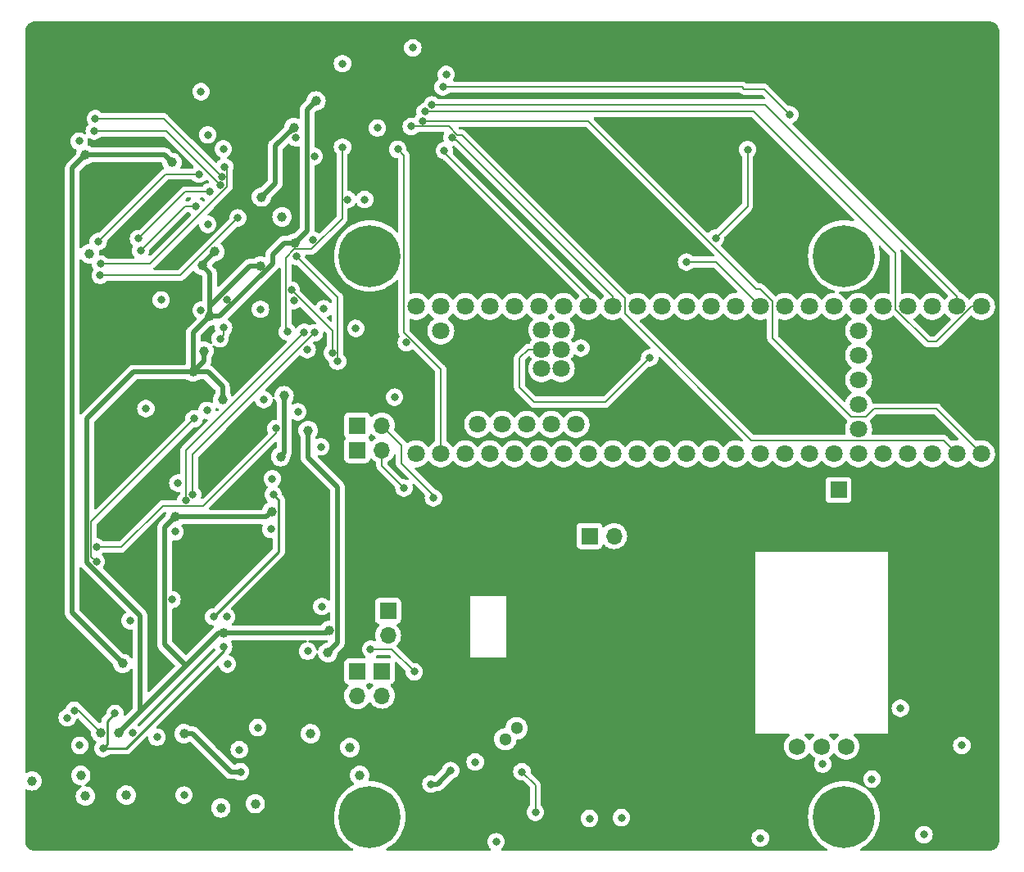
<source format=gbr>
%TF.GenerationSoftware,KiCad,Pcbnew,7.0.6*%
%TF.CreationDate,2024-05-03T22:58:31-04:00*%
%TF.ProjectId,mainbox_baclup,6d61696e-626f-4785-9f62-61636c75702e,rev?*%
%TF.SameCoordinates,Original*%
%TF.FileFunction,Copper,L4,Bot*%
%TF.FilePolarity,Positive*%
%FSLAX46Y46*%
G04 Gerber Fmt 4.6, Leading zero omitted, Abs format (unit mm)*
G04 Created by KiCad (PCBNEW 7.0.6) date 2024-05-03 22:58:31*
%MOMM*%
%LPD*%
G01*
G04 APERTURE LIST*
%TA.AperFunction,ComponentPad*%
%ADD10C,1.800000*%
%TD*%
%TA.AperFunction,ComponentPad*%
%ADD11C,6.400000*%
%TD*%
%TA.AperFunction,ComponentPad*%
%ADD12C,1.300000*%
%TD*%
%TA.AperFunction,ComponentPad*%
%ADD13R,1.700000X1.700000*%
%TD*%
%TA.AperFunction,ComponentPad*%
%ADD14O,1.700000X1.700000*%
%TD*%
%TA.AperFunction,ComponentPad*%
%ADD15C,1.725000*%
%TD*%
%TA.AperFunction,ViaPad*%
%ADD16C,0.800000*%
%TD*%
%TA.AperFunction,ViaPad*%
%ADD17C,1.000000*%
%TD*%
%TA.AperFunction,Conductor*%
%ADD18C,0.250000*%
%TD*%
%TA.AperFunction,Conductor*%
%ADD19C,0.500000*%
%TD*%
%TA.AperFunction,Conductor*%
%ADD20C,0.127000*%
%TD*%
G04 APERTURE END LIST*
D10*
%TO.P,U5,0,RX1*%
%TO.N,Net-(IC1-A1)*%
X167132000Y-92202000D03*
%TO.P,U5,1,TX1*%
%TO.N,Net-(IC9-A8)*%
X169672000Y-92202000D03*
%TO.P,U5,2,OUT2*%
%TO.N,Net-(IC9-A7)*%
X172212000Y-92202000D03*
%TO.P,U5,3,LRCLK2*%
%TO.N,Net-(IC9-A6)*%
X174752000Y-92202000D03*
%TO.P,U5,3.3V_1,3.3V*%
%TO.N,3v3*%
X200152000Y-92202000D03*
%TO.P,U5,3.3V_2,3.3V__1*%
%TO.N,unconnected-(U5-3.3V__1-Pad3.3V_2)*%
X169672000Y-76962000D03*
%TO.P,U5,3.3V_3,3.3V__2*%
%TO.N,unconnected-(U5-3.3V__2-Pad3.3V_3)*%
X210312000Y-87122000D03*
%TO.P,U5,4,BCLK2*%
%TO.N,Net-(IC9-A5)*%
X177292000Y-92202000D03*
%TO.P,U5,5,IN2*%
%TO.N,unconnected-(U5-IN2-Pad5)*%
X179832000Y-92202000D03*
%TO.P,U5,5V,5V*%
%TO.N,unconnected-(U5-Pad5V)*%
X170942000Y-89152000D03*
%TO.P,U5,6,OUT1D*%
%TO.N,unconnected-(U5-OUT1D-Pad6)*%
X182372000Y-92202000D03*
%TO.P,U5,7,RX2*%
%TO.N,unconnected-(U5-RX2-Pad7)*%
X184912000Y-92202000D03*
%TO.P,U5,8,TX2*%
%TO.N,unconnected-(U5-TX2-Pad8)*%
X187452000Y-92202000D03*
%TO.P,U5,9,OUT1C*%
%TO.N,unconnected-(U5-OUT1C-Pad9)*%
X189992000Y-92202000D03*
%TO.P,U5,10,CS1*%
%TO.N,unconnected-(U5-CS1-Pad10)*%
X192532000Y-92202000D03*
%TO.P,U5,11,MOSI*%
%TO.N,unconnected-(U5-MOSI-Pad11)*%
X195072000Y-92202000D03*
%TO.P,U5,12,MISO*%
%TO.N,unconnected-(U5-MISO-Pad12)*%
X197612000Y-92202000D03*
%TO.P,U5,13,SCK*%
%TO.N,unconnected-(U5-SCK-Pad13)*%
X197612000Y-76962000D03*
%TO.P,U5,14,A0*%
%TO.N,unconnected-(U5-A0-Pad14)*%
X195072000Y-76962000D03*
%TO.P,U5,15,A1*%
%TO.N,doutlcd*%
X192532000Y-76962000D03*
%TO.P,U5,16,A2*%
%TO.N,Net-(IC9-A1)*%
X189992000Y-76962000D03*
%TO.P,U5,17,A3*%
%TO.N,Net-(IC9-A2)*%
X187452000Y-76962000D03*
%TO.P,U5,18,A4*%
%TO.N,SDA*%
X184912000Y-76962000D03*
%TO.P,U5,19,A5*%
%TO.N,SCL*%
X182372000Y-76962000D03*
%TO.P,U5,20,A6*%
%TO.N,unconnected-(U5-A6-Pad20)*%
X179832000Y-76962000D03*
%TO.P,U5,21,A7*%
%TO.N,unconnected-(U5-A7-Pad21)*%
X177292000Y-76962000D03*
%TO.P,U5,22,A8*%
%TO.N,unconnected-(U5-A8-Pad22)*%
X174752000Y-76962000D03*
%TO.P,U5,23,A9*%
%TO.N,unconnected-(U5-A9-Pad23)*%
X172212000Y-76962000D03*
%TO.P,U5,24,A10*%
%TO.N,Net-(IC9-A4)*%
X202692000Y-92202000D03*
%TO.P,U5,25,A11*%
%TO.N,Net-(IC9-A3)*%
X205232000Y-92202000D03*
%TO.P,U5,26,A12*%
%TO.N,unconnected-(U5-A12-Pad26)*%
X207772000Y-92202000D03*
%TO.P,U5,27,A13*%
%TO.N,unconnected-(U5-A13-Pad27)*%
X210312000Y-92202000D03*
%TO.P,U5,28,RX7*%
%TO.N,unconnected-(U5-RX7-Pad28)*%
X212852000Y-92202000D03*
%TO.P,U5,29,TX7*%
%TO.N,unconnected-(U5-TX7-Pad29)*%
X215392000Y-92202000D03*
%TO.P,U5,30,CRX3*%
%TO.N,unconnected-(U5-CRX3-Pad30)*%
X217932000Y-92202000D03*
%TO.P,U5,31,CTX3*%
%TO.N,S4*%
X220472000Y-92202000D03*
%TO.P,U5,32,OUT1B*%
%TO.N,S3*%
X223012000Y-92202000D03*
%TO.P,U5,33,MCLK2*%
%TO.N,S2*%
X223012000Y-76962000D03*
%TO.P,U5,34,RX8*%
%TO.N,S1*%
X220472000Y-76962000D03*
%TO.P,U5,35,TX8*%
%TO.N,Net-(IC2-A7)*%
X217932000Y-76962000D03*
%TO.P,U5,36,CS2*%
%TO.N,Net-(IC2-A6)*%
X215392000Y-76962000D03*
%TO.P,U5,37,CS3*%
%TO.N,Net-(IC2-A5)*%
X212852000Y-76962000D03*
%TO.P,U5,38,A14*%
%TO.N,Net-(IC2-A4)*%
X210312000Y-76962000D03*
%TO.P,U5,39,A15*%
%TO.N,Net-(IC2-A3)*%
X207772000Y-76962000D03*
%TO.P,U5,40,A16*%
%TO.N,Net-(IC2-A2)*%
X205232000Y-76962000D03*
%TO.P,U5,41,A17*%
%TO.N,Net-(IC2-A1)*%
X202692000Y-76962000D03*
%TO.P,U5,D+,D+*%
%TO.N,unconnected-(U5-PadD+)*%
X176022000Y-89152000D03*
%TO.P,U5,D-,D-*%
%TO.N,unconnected-(U5-PadD-)*%
X173482000Y-89152000D03*
%TO.P,U5,GND1,GND*%
%TO.N,gndt*%
X164592000Y-92202000D03*
%TO.P,U5,GND2,GND__1*%
X200152000Y-76962000D03*
%TO.P,U5,GND3,GND__2*%
X167132000Y-76962000D03*
%TO.P,U5,GND4,GND__3*%
X210312000Y-84582000D03*
%TO.P,U5,GND5,GND__4*%
X179562000Y-81412000D03*
%TO.P,U5,LED,LED*%
%TO.N,led*%
X177562000Y-81412000D03*
%TO.P,U5,ON/OFF,ON/OFF*%
%TO.N,unconnected-(U5-PadON{slash}OFF)*%
X210312000Y-79502000D03*
%TO.P,U5,PROGRAM,PROGRAM*%
%TO.N,unconnected-(U5-PadPROGRAM)*%
X210312000Y-82042000D03*
%TO.P,U5,R+,R+*%
%TO.N,Rd+*%
X177562000Y-79412000D03*
%TO.P,U5,R-,R-*%
%TO.N,Rd-*%
X179562000Y-79412000D03*
%TO.P,U5,T+,T+*%
%TO.N,Td+*%
X179562000Y-83412000D03*
%TO.P,U5,T-,T-*%
%TO.N,Td-*%
X177562000Y-83412000D03*
%TO.P,U5,USB_GND1,USB_GND*%
%TO.N,gndt*%
X178562000Y-89152000D03*
%TO.P,U5,USB_GND2,USB_GND__1*%
X181102000Y-89152000D03*
%TO.P,U5,VBAT,VBAT*%
%TO.N,Net-(J6-Pin_1)*%
X210312000Y-89662000D03*
%TO.P,U5,VIN,VIN*%
%TO.N,5vin*%
X164592000Y-76962000D03*
%TO.P,U5,VUSB,VUSB*%
%TO.N,unconnected-(U5-PadVUSB)*%
X167132000Y-79502000D03*
%TD*%
D11*
%TO.P,H1,1*%
%TO.N,N/C*%
X208788000Y-71755000D03*
%TD*%
%TO.P,H3,1*%
%TO.N,N/C*%
X159788000Y-129755000D03*
%TD*%
D12*
%TO.P,IC8,38,GND_6*%
%TO.N,gndt*%
X173794000Y-121714000D03*
X174954000Y-120594000D03*
%TD*%
D13*
%TO.P,J9,1,Pin_1*%
%TO.N,Net-(IC8-DIO6{slash}~{RTS})*%
X182499000Y-100711000D03*
D14*
%TO.P,J9,2,Pin_2*%
%TO.N,Net-(IC8-DIO9{slash}ON{slash}~{SLEEP})*%
X185039000Y-100711000D03*
%TD*%
D13*
%TO.P,J8,1,Pin_1*%
%TO.N,Net-(J5-Pin_1)*%
X161671000Y-108458000D03*
D14*
%TO.P,J8,2,Pin_2*%
%TO.N,Net-(J5-Pin_2)*%
X161671000Y-110998000D03*
%TD*%
D13*
%TO.P,J11,1,Pin_1*%
%TO.N,r2*%
X158491000Y-91821000D03*
D14*
%TO.P,J11,2,Pin_2*%
%TO.N,t2*%
X161031000Y-91821000D03*
%TD*%
D15*
%TO.P,PS1,1,+VIN*%
%TO.N,Net-(PS1-+VIN)*%
X203962000Y-122465000D03*
%TO.P,PS1,2,GND*%
%TO.N,gndt*%
X206502000Y-122465000D03*
%TO.P,PS1,3,+VOUT*%
%TO.N,Vcc*%
X209042000Y-122465000D03*
%TD*%
D13*
%TO.P,J6,1,Pin_1*%
%TO.N,Net-(J6-Pin_1)*%
X208229200Y-95961200D03*
%TD*%
%TO.P,J2,1,Pin_1*%
%TO.N,unconnected-(J2-Pin_1-Pad1)*%
X158491000Y-89281000D03*
D14*
%TO.P,J2,2,Pin_2*%
%TO.N,r3*%
X161031000Y-89281000D03*
%TD*%
D13*
%TO.P,J4,1,Pin_1*%
%TO.N,unconnected-(J4-Pin_1-Pad1)*%
X161036000Y-114676000D03*
D14*
%TO.P,J4,2,Pin_2*%
%TO.N,TXD3*%
X161036000Y-117216000D03*
%TD*%
D11*
%TO.P,H2,1*%
%TO.N,N/C*%
X159788000Y-71755000D03*
%TD*%
D13*
%TO.P,J5,1,Pin_1*%
%TO.N,Net-(J5-Pin_1)*%
X158498000Y-114709000D03*
D14*
%TO.P,J5,2,Pin_2*%
%TO.N,Net-(J5-Pin_2)*%
X158498000Y-117249000D03*
%TD*%
D11*
%TO.P,H4,1*%
%TO.N,N/C*%
X208788000Y-129755000D03*
%TD*%
D16*
%TO.N,2.5vsg*%
X149809200Y-96418400D03*
X144678400Y-112166400D03*
X143662400Y-109067600D03*
X132207000Y-122682000D03*
X133451600Y-119075200D03*
%TO.N,3v3*%
X152146000Y-59537600D03*
X159258000Y-65913000D03*
X162356800Y-86360000D03*
X163576000Y-80721200D03*
X160578800Y-58521600D03*
X167690800Y-52984400D03*
D17*
%TO.N,5vadc*%
X150926800Y-86207600D03*
X143256000Y-77978000D03*
X142443200Y-72749500D03*
X154228800Y-55727600D03*
X144678400Y-110744000D03*
X141528800Y-83769200D03*
X144576800Y-86614000D03*
X139649200Y-98755200D03*
X133858000Y-121031000D03*
X149656800Y-98196400D03*
X142646400Y-81584800D03*
X155600400Y-110490000D03*
X150571200Y-92506800D03*
X152044400Y-70408800D03*
X148488400Y-72798499D03*
X143764000Y-71323200D03*
D16*
%TO.N,SCL2*%
X151688800Y-75285600D03*
X155911000Y-81788656D03*
D17*
%TO.N,5vanalog*%
X153416000Y-89814400D03*
X155448000Y-112776000D03*
X151942800Y-58462800D03*
X134264400Y-113893600D03*
X148590000Y-65659000D03*
X139344400Y-62077600D03*
X130403600Y-61315600D03*
%TO.N,5vin*%
X130805500Y-71526400D03*
X129921000Y-125476000D03*
X150723600Y-67716400D03*
X158750000Y-125476000D03*
X130403600Y-127609600D03*
D16*
%TO.N,hall1*%
X144373600Y-64465200D03*
X131318000Y-58826400D03*
%TO.N,hall2*%
X131419600Y-57556400D03*
X144475200Y-63550800D03*
%TO.N,enc1*%
X131927600Y-73761600D03*
X146151600Y-67818000D03*
%TO.N,enc2*%
X144780000Y-62534800D03*
X131978400Y-72593200D03*
%TO.N,enc3*%
X131724400Y-70256400D03*
X142138400Y-63296800D03*
%TO.N,aux1.2*%
X150063200Y-89611200D03*
X131521200Y-101854000D03*
%TO.N,aux1.1*%
X131521200Y-103378000D03*
X141630400Y-88595200D03*
%TO.N,SDA2*%
X152196800Y-71780400D03*
X156464000Y-82651600D03*
%TO.N,AR4*%
X144322800Y-80314800D03*
X144678400Y-79146400D03*
%TO.N,auxsg*%
X154076400Y-79705200D03*
X141478000Y-96469200D03*
%TO.N,AR5*%
X151282400Y-79603600D03*
X156972000Y-60502800D03*
%TO.N,steerCol*%
X153009600Y-79654400D03*
X140766800Y-97028000D03*
%TO.N,5.2v*%
X146431000Y-125095000D03*
X129257000Y-118745000D03*
D17*
X140589000Y-121158000D03*
X131953000Y-121031000D03*
D16*
%TO.N,Vcc*%
X168148000Y-124968000D03*
X166116000Y-126365000D03*
%TO.N,Dout*%
X176911000Y-129286000D03*
X159867600Y-112420400D03*
X164388800Y-114757200D03*
X175514000Y-125095000D03*
%TO.N,daux2*%
X136093200Y-71221600D03*
X141782800Y-66649600D03*
%TO.N,daux1*%
X143205200Y-65125600D03*
X135890000Y-69951600D03*
%TO.N,SDA*%
X168300400Y-59486800D03*
%TO.N,SCL*%
X167487600Y-60858400D03*
%TO.N,doutlcd*%
X195529200Y-69900800D03*
X167356348Y-54280034D03*
X198831200Y-60756800D03*
X203200000Y-57150000D03*
%TO.N,S1*%
X166217600Y-56134000D03*
%TO.N,S2*%
X165506400Y-56845200D03*
%TO.N,S3*%
X165252400Y-57810400D03*
%TO.N,S4*%
X164084000Y-58369200D03*
%TO.N,Net-(IC1-A1)*%
X162687000Y-60731400D03*
%TO.N,gndt*%
X145084800Y-113944400D03*
X151942800Y-76352400D03*
X182499000Y-129921000D03*
X170688000Y-124079000D03*
X143052800Y-59232800D03*
X154838400Y-108000800D03*
X158343600Y-79248000D03*
X152349200Y-87884000D03*
X211683600Y-125851500D03*
X164236400Y-50241200D03*
D17*
X153670000Y-121158000D03*
D16*
X139954000Y-95250000D03*
X135308656Y-121084656D03*
X172847000Y-132334000D03*
X157480000Y-65913000D03*
X143052800Y-68478400D03*
X129743200Y-59893200D03*
X142341600Y-77368400D03*
X139344400Y-107289600D03*
X214630000Y-118516400D03*
X181610000Y-81280000D03*
X155041600Y-77216000D03*
X148209000Y-120523000D03*
X153365200Y-112623600D03*
X217068400Y-131597400D03*
X138226800Y-76301600D03*
X148844000Y-86614000D03*
X144983200Y-76250800D03*
D17*
X144399000Y-128825500D03*
X157734000Y-122591300D03*
D16*
X137795000Y-121516500D03*
X185801000Y-129839000D03*
X149707600Y-94792800D03*
X128524000Y-119507000D03*
X148488400Y-77266800D03*
X142341600Y-54762400D03*
X192532000Y-72390000D03*
X206603600Y-124307600D03*
X153924000Y-70104000D03*
D17*
X147955000Y-128397000D03*
D16*
X140589000Y-127508000D03*
X146304000Y-122809000D03*
X135001000Y-109461000D03*
X129807037Y-122369746D03*
X139649200Y-100279200D03*
X154736800Y-91490800D03*
X149555200Y-100025200D03*
X136652000Y-87528400D03*
X153314400Y-81432400D03*
X154051000Y-61468000D03*
X144983200Y-109067600D03*
X156972000Y-51866800D03*
X200152000Y-131953000D03*
X144645000Y-60698000D03*
X142951200Y-87731600D03*
X220980000Y-122377200D03*
D17*
X124875796Y-126047478D03*
X134620000Y-127508000D03*
D16*
%TO.N,led*%
X188722000Y-82296000D03*
%TO.N,r3*%
X166370000Y-96774000D03*
%TO.N,t2*%
X163322000Y-95758000D03*
%TD*%
D18*
%TO.N,2.5vsg*%
X132668000Y-122221000D02*
X132207000Y-122682000D01*
X133451600Y-119075200D02*
X132668000Y-119858800D01*
X134581054Y-122682000D02*
X144678400Y-112584654D01*
X144678400Y-112584654D02*
X144678400Y-112166400D01*
X132207000Y-122682000D02*
X134581054Y-122682000D01*
X143662400Y-109067600D02*
X150371800Y-102358200D01*
X150371800Y-96981000D02*
X149809200Y-96418400D01*
X132668000Y-119858800D02*
X132668000Y-122221000D01*
X150371800Y-102358200D02*
X150371800Y-96981000D01*
D19*
%TO.N,5vadc*%
X141528800Y-83769200D02*
X135382000Y-83769200D01*
X149098000Y-98755200D02*
X149656800Y-98196400D01*
X144302519Y-77978000D02*
X143256000Y-77978000D01*
X140779500Y-114109500D02*
X138604400Y-111934400D01*
X130556000Y-88595200D02*
X130556000Y-103459319D01*
X144678400Y-110744000D02*
X155346400Y-110744000D01*
X138604400Y-111934400D02*
X138604400Y-99800000D01*
X143256000Y-73562300D02*
X142443200Y-72749500D01*
X139649200Y-98755200D02*
X149098000Y-98755200D01*
X141528800Y-79705200D02*
X143256000Y-77978000D01*
X142646400Y-81584800D02*
X142646400Y-82651600D01*
X153311000Y-69142200D02*
X152044400Y-70408800D01*
X136042400Y-118846600D02*
X133858000Y-121031000D01*
X144576800Y-85293200D02*
X144576800Y-86614000D01*
X140779500Y-114109500D02*
X144145000Y-110744000D01*
X144576800Y-85293200D02*
X143052800Y-83769200D01*
X143052800Y-83769200D02*
X141528800Y-83769200D01*
X138604400Y-99800000D02*
X139649200Y-98755200D01*
X142646400Y-82651600D02*
X141528800Y-83769200D01*
X143256000Y-77978000D02*
X143256000Y-76931481D01*
X153311000Y-56645400D02*
X153311000Y-69142200D01*
X142443200Y-72644000D02*
X143764000Y-71323200D01*
X135382000Y-83769200D02*
X130556000Y-88595200D01*
X142443200Y-72749500D02*
X142443200Y-72644000D01*
X143256000Y-77978000D02*
X143256000Y-73562300D01*
X141528800Y-83769200D02*
X141528800Y-79705200D01*
X152044400Y-70408800D02*
X150926800Y-70408800D01*
X150571200Y-92506800D02*
X150926800Y-92151200D01*
X133858000Y-121031000D02*
X140779500Y-114109500D01*
X150926800Y-92151200D02*
X150926800Y-86207600D01*
X149738119Y-72542400D02*
X144302519Y-77978000D01*
X130556000Y-103459319D02*
X136042400Y-108945719D01*
X144145000Y-110744000D02*
X144678400Y-110744000D01*
X147388982Y-72798499D02*
X148488400Y-72798499D01*
X136042400Y-108945719D02*
X136042400Y-118846600D01*
X149738119Y-71597481D02*
X149738119Y-72542400D01*
X150926800Y-70408800D02*
X149738119Y-71597481D01*
X143256000Y-76931481D02*
X147388982Y-72798499D01*
X155346400Y-110744000D02*
X155600400Y-110490000D01*
X154228800Y-55727600D02*
X153311000Y-56645400D01*
D20*
%TO.N,SCL2*%
X155911000Y-81788656D02*
X155911000Y-79507800D01*
X155911000Y-79507800D02*
X151688800Y-75285600D01*
D19*
%TO.N,5vanalog*%
X130403600Y-61315600D02*
X138582400Y-61315600D01*
X129032000Y-62687200D02*
X130403600Y-61315600D01*
X151942800Y-58462800D02*
X150012400Y-60393200D01*
X156440400Y-111783600D02*
X156440400Y-95644635D01*
X129032000Y-108661200D02*
X129032000Y-62687200D01*
X153416000Y-92620235D02*
X153416000Y-89814400D01*
X134264400Y-113893600D02*
X129032000Y-108661200D01*
X138582400Y-61315600D02*
X139344400Y-62077600D01*
X150012400Y-60393200D02*
X150012400Y-64236600D01*
X156440400Y-95644635D02*
X153416000Y-92620235D01*
X150012400Y-64236600D02*
X148590000Y-65659000D01*
X155448000Y-112776000D02*
X156440400Y-111783600D01*
D20*
%TO.N,hall1*%
X138734800Y-58826400D02*
X144373600Y-64465200D01*
X131318000Y-58826400D02*
X138734800Y-58826400D01*
%TO.N,hall2*%
X138480800Y-57556400D02*
X144475200Y-63550800D01*
X131419600Y-57556400D02*
X138480800Y-57556400D01*
%TO.N,enc1*%
X140208000Y-73761600D02*
X146151600Y-67818000D01*
X131927600Y-73761600D02*
X140208000Y-73761600D01*
%TO.N,enc2*%
X145028700Y-64592868D02*
X145028700Y-62783500D01*
X137028368Y-72593200D02*
X145028700Y-64592868D01*
X145028700Y-62783500D02*
X144780000Y-62534800D01*
X131978400Y-72593200D02*
X137028368Y-72593200D01*
%TO.N,enc3*%
X138684000Y-63296800D02*
X142138400Y-63296800D01*
X131724400Y-70256400D02*
X138684000Y-63296800D01*
%TO.N,aux1.2*%
X150063200Y-90119200D02*
X142600900Y-97581500D01*
X142600900Y-97581500D02*
X138384500Y-97581500D01*
X138384500Y-97581500D02*
X134112000Y-101854000D01*
X150063200Y-89611200D02*
X150063200Y-90119200D01*
X134112000Y-101854000D02*
X131521200Y-101854000D01*
%TO.N,aux1.1*%
X130967700Y-99257900D02*
X141630400Y-88595200D01*
X131521200Y-103378000D02*
X130967700Y-102824500D01*
X130967700Y-102824500D02*
X130967700Y-99257900D01*
%TO.N,SDA2*%
X156464000Y-76047600D02*
X152196800Y-71780400D01*
X156464000Y-82651600D02*
X156464000Y-76047600D01*
%TO.N,AR4*%
X144678400Y-79959200D02*
X144322800Y-80314800D01*
X144678400Y-79146400D02*
X144678400Y-79959200D01*
%TO.N,auxsg*%
X141478000Y-92303600D02*
X154076400Y-79705200D01*
X141478000Y-96469200D02*
X141478000Y-92303600D01*
%TO.N,AR5*%
X156926500Y-60548300D02*
X156972000Y-60502800D01*
X151135300Y-79456500D02*
X151135300Y-71927500D01*
X153748468Y-71062300D02*
X156926500Y-67884268D01*
X151135300Y-71927500D02*
X152000500Y-71062300D01*
X151282400Y-79603600D02*
X151135300Y-79456500D01*
X156926500Y-67884268D02*
X156926500Y-60548300D01*
X152000500Y-71062300D02*
X153748468Y-71062300D01*
%TO.N,steerCol*%
X140766800Y-91897200D02*
X153009600Y-79654400D01*
X140766800Y-97028000D02*
X140766800Y-91897200D01*
%TO.N,5.2v*%
X129667000Y-118745000D02*
X129257000Y-118745000D01*
D19*
X145415000Y-125095000D02*
X141478000Y-121158000D01*
X141478000Y-121158000D02*
X140589000Y-121158000D01*
X146431000Y-125095000D02*
X145415000Y-125095000D01*
D20*
X131953000Y-121031000D02*
X129667000Y-118745000D01*
D19*
%TO.N,Vcc*%
X166751000Y-126365000D02*
X168148000Y-124968000D01*
X166116000Y-126365000D02*
X166751000Y-126365000D01*
D20*
%TO.N,Dout*%
X159867600Y-112420400D02*
X162052000Y-112420400D01*
X162052000Y-112420400D02*
X164388800Y-114757200D01*
X175514000Y-125095000D02*
X176911000Y-126492000D01*
X176911000Y-126492000D02*
X176911000Y-129286000D01*
%TO.N,daux2*%
X136093200Y-71221600D02*
X140665200Y-66649600D01*
X140665200Y-66649600D02*
X141782800Y-66649600D01*
%TO.N,daux1*%
X140716000Y-65125600D02*
X143205200Y-65125600D01*
X135890000Y-69951600D02*
X140716000Y-65125600D01*
%TO.N,SDA*%
X168554400Y-59740800D02*
X168706800Y-59740800D01*
X168706800Y-59740800D02*
X184912000Y-75946000D01*
X184912000Y-75946000D02*
X184912000Y-76962000D01*
X168300400Y-59486800D02*
X168554400Y-59740800D01*
%TO.N,SCL*%
X182372000Y-75946000D02*
X167487600Y-61061600D01*
X182372000Y-76962000D02*
X182372000Y-75946000D01*
X167487600Y-61061600D02*
X167487600Y-60858400D01*
%TO.N,doutlcd*%
X200558400Y-54508400D02*
X198475600Y-54508400D01*
X198831200Y-60756800D02*
X198831200Y-66598800D01*
X198475600Y-54508400D02*
X198247234Y-54280034D01*
X198831200Y-66598800D02*
X195529200Y-69900800D01*
X203200000Y-57150000D02*
X200558400Y-54508400D01*
X198247234Y-54280034D02*
X167356348Y-54280034D01*
%TO.N,S1*%
X220472000Y-75946000D02*
X220472000Y-76962000D01*
X166217600Y-56134000D02*
X200660000Y-56134000D01*
X200660000Y-56134000D02*
X220472000Y-75946000D01*
%TO.N,S2*%
X217474800Y-80619600D02*
X218338400Y-80619600D01*
X214122000Y-77266800D02*
X217474800Y-80619600D01*
X221996000Y-76962000D02*
X223012000Y-76962000D01*
X165506400Y-56845200D02*
X199491600Y-56845200D01*
X214122000Y-71475600D02*
X214122000Y-77266800D01*
X218338400Y-80619600D02*
X221996000Y-76962000D01*
X199491600Y-56845200D02*
X214122000Y-71475600D01*
%TO.N,S3*%
X218368374Y-87558374D02*
X223012000Y-92202000D01*
X201422000Y-80264000D02*
X209550000Y-88392000D01*
X211074000Y-88392000D02*
X211907626Y-87558374D01*
X182372000Y-57810400D02*
X199700100Y-75138500D01*
X165252400Y-57810400D02*
X182372000Y-57810400D01*
X201422000Y-76454000D02*
X201422000Y-80264000D01*
X209550000Y-88392000D02*
X211074000Y-88392000D01*
X200106500Y-75138500D02*
X201422000Y-76454000D01*
X211907626Y-87558374D02*
X218368374Y-87558374D01*
X199700100Y-75138500D02*
X200106500Y-75138500D01*
%TO.N,S4*%
X169290332Y-59257532D02*
X186131200Y-76098400D01*
X219100400Y-90830400D02*
X220472000Y-92202000D01*
X168853900Y-59257532D02*
X169290332Y-59257532D01*
X164084000Y-58369200D02*
X167965568Y-58369200D01*
X167965568Y-58369200D02*
X168853900Y-59257532D01*
X186131200Y-76098400D02*
X186131200Y-77724000D01*
X186131200Y-77724000D02*
X199237600Y-90830400D01*
X199237600Y-90830400D02*
X219100400Y-90830400D01*
%TO.N,Net-(IC1-A1)*%
X163322000Y-79684432D02*
X167132000Y-83494432D01*
X163322000Y-61366400D02*
X163322000Y-79684432D01*
X162687000Y-60731400D02*
X163322000Y-61366400D01*
X167132000Y-83494432D02*
X167132000Y-92202000D01*
%TO.N,gndt*%
X195580000Y-72390000D02*
X192532000Y-72390000D01*
X200152000Y-76962000D02*
X195580000Y-72390000D01*
%TO.N,led*%
X176784000Y-86868000D02*
X184150000Y-86868000D01*
X184150000Y-86868000D02*
X188722000Y-82296000D01*
X176144000Y-81412000D02*
X175260000Y-82296000D01*
X175260000Y-82296000D02*
X175260000Y-85344000D01*
X177562000Y-81412000D02*
X176144000Y-81412000D01*
X175260000Y-85344000D02*
X176784000Y-86868000D01*
%TO.N,r3*%
X163068000Y-91318000D02*
X161031000Y-89281000D01*
X163068000Y-93218000D02*
X163068000Y-91318000D01*
X166370000Y-96774000D02*
X166370000Y-96520000D01*
X166370000Y-96520000D02*
X163068000Y-93218000D01*
%TO.N,t2*%
X161031000Y-93467000D02*
X163322000Y-95758000D01*
X161031000Y-91821000D02*
X161031000Y-93467000D01*
%TD*%
%TA.AperFunction,NonConductor*%
G36*
X223843324Y-47498893D02*
G01*
X223885263Y-47502556D01*
X224012675Y-47515113D01*
X224032565Y-47518730D01*
X224097807Y-47536202D01*
X224192516Y-47564918D01*
X224208928Y-47571194D01*
X224275425Y-47602192D01*
X224278405Y-47603682D01*
X224309436Y-47620264D01*
X224363332Y-47649064D01*
X224369673Y-47652958D01*
X224435121Y-47698775D01*
X224438893Y-47701636D01*
X224459074Y-47718194D01*
X224511867Y-47761510D01*
X224516359Y-47765580D01*
X224563271Y-47812483D01*
X224573267Y-47822477D01*
X224577356Y-47826987D01*
X224637249Y-47899953D01*
X224640111Y-47903725D01*
X224652945Y-47922050D01*
X224685940Y-47969163D01*
X224689825Y-47975487D01*
X224735211Y-48060379D01*
X224736724Y-48063405D01*
X224767732Y-48129892D01*
X224774011Y-48146299D01*
X224802746Y-48240999D01*
X224820219Y-48306198D01*
X224823848Y-48326138D01*
X224836685Y-48456402D01*
X224840064Y-48495002D01*
X224840300Y-48500412D01*
X224840300Y-132236385D01*
X224840064Y-132241791D01*
X224836336Y-132284399D01*
X224823875Y-132410885D01*
X224820248Y-132430815D01*
X224802464Y-132497199D01*
X224795321Y-132520746D01*
X224774108Y-132590682D01*
X224767830Y-132607091D01*
X224736475Y-132674337D01*
X224734963Y-132677362D01*
X224690026Y-132761439D01*
X224686132Y-132767779D01*
X224639890Y-132833825D01*
X224637028Y-132837598D01*
X224577678Y-132909923D01*
X224573590Y-132914434D01*
X224516208Y-132971820D01*
X224511698Y-132975909D01*
X224439367Y-133035276D01*
X224435596Y-133038137D01*
X224369571Y-133084375D01*
X224363230Y-133088270D01*
X224279139Y-133133225D01*
X224276116Y-133134736D01*
X224208886Y-133166093D01*
X224192476Y-133172373D01*
X224098993Y-133200738D01*
X224032625Y-133218527D01*
X224012690Y-133222156D01*
X223885698Y-133234676D01*
X223843671Y-133238356D01*
X223838266Y-133238593D01*
X210616203Y-133239826D01*
X210549161Y-133220148D01*
X210503401Y-133167348D01*
X210493451Y-133098190D01*
X210522470Y-133034632D01*
X210559895Y-133005342D01*
X210640789Y-132964125D01*
X210649447Y-132958503D01*
X210827170Y-132843088D01*
X210966084Y-132752876D01*
X211267516Y-132508781D01*
X211541781Y-132234516D01*
X211785876Y-131933084D01*
X211997125Y-131607789D01*
X212002418Y-131597400D01*
X216162940Y-131597400D01*
X216182726Y-131785656D01*
X216182727Y-131785659D01*
X216241218Y-131965677D01*
X216241221Y-131965684D01*
X216335867Y-132129616D01*
X216432003Y-132236385D01*
X216462529Y-132270288D01*
X216615665Y-132381548D01*
X216615670Y-132381551D01*
X216788592Y-132458542D01*
X216788597Y-132458544D01*
X216973754Y-132497900D01*
X216973755Y-132497900D01*
X217163044Y-132497900D01*
X217163046Y-132497900D01*
X217348203Y-132458544D01*
X217521130Y-132381551D01*
X217674271Y-132270288D01*
X217800933Y-132129616D01*
X217895579Y-131965684D01*
X217954074Y-131785656D01*
X217973860Y-131597400D01*
X217954074Y-131409144D01*
X217895579Y-131229116D01*
X217800933Y-131065184D01*
X217674271Y-130924512D01*
X217674270Y-130924511D01*
X217521134Y-130813251D01*
X217521129Y-130813248D01*
X217348207Y-130736257D01*
X217348202Y-130736255D01*
X217201850Y-130705148D01*
X217163046Y-130696900D01*
X216973754Y-130696900D01*
X216941297Y-130703798D01*
X216788597Y-130736255D01*
X216788592Y-130736257D01*
X216615670Y-130813248D01*
X216615665Y-130813251D01*
X216462529Y-130924511D01*
X216335866Y-131065185D01*
X216241221Y-131229115D01*
X216241218Y-131229122D01*
X216182727Y-131409140D01*
X216182726Y-131409144D01*
X216162940Y-131597400D01*
X212002418Y-131597400D01*
X212173214Y-131262194D01*
X212312214Y-130900087D01*
X212412602Y-130525433D01*
X212473278Y-130142338D01*
X212493578Y-129755000D01*
X212473278Y-129367662D01*
X212412602Y-128984567D01*
X212312214Y-128609913D01*
X212173214Y-128247806D01*
X211997125Y-127902211D01*
X211997122Y-127902206D01*
X211785877Y-127576917D01*
X211651500Y-127410976D01*
X211541781Y-127275484D01*
X211267516Y-127001219D01*
X211203608Y-126949467D01*
X210966082Y-126757122D01*
X210640793Y-126545877D01*
X210295197Y-126369787D01*
X209933094Y-126230788D01*
X209933087Y-126230786D01*
X209558433Y-126130398D01*
X209558429Y-126130397D01*
X209558428Y-126130397D01*
X209175339Y-126069722D01*
X208788001Y-126049422D01*
X208787999Y-126049422D01*
X208400660Y-126069722D01*
X208017572Y-126130397D01*
X208017570Y-126130397D01*
X207642905Y-126230788D01*
X207280802Y-126369787D01*
X206935206Y-126545877D01*
X206609917Y-126757122D01*
X206308488Y-127001215D01*
X206308480Y-127001222D01*
X206034222Y-127275480D01*
X206034215Y-127275488D01*
X205790122Y-127576917D01*
X205578877Y-127902206D01*
X205402787Y-128247802D01*
X205263788Y-128609905D01*
X205163397Y-128984570D01*
X205163397Y-128984572D01*
X205102722Y-129367660D01*
X205082422Y-129754999D01*
X205082422Y-129755000D01*
X205102722Y-130142339D01*
X205151960Y-130453214D01*
X205163398Y-130525433D01*
X205240518Y-130813251D01*
X205263788Y-130900094D01*
X205402787Y-131262197D01*
X205578877Y-131607793D01*
X205790122Y-131933082D01*
X205962333Y-132145744D01*
X206034219Y-132234516D01*
X206308484Y-132508781D01*
X206308488Y-132508784D01*
X206609917Y-132752877D01*
X206935206Y-132964122D01*
X206935211Y-132964125D01*
X206968513Y-132981093D01*
X207016773Y-133005683D01*
X207067569Y-133053658D01*
X207084364Y-133121479D01*
X207061827Y-133187613D01*
X207007112Y-133231065D01*
X206960490Y-133240168D01*
X173509133Y-133243292D01*
X173442091Y-133223614D01*
X173396331Y-133170814D01*
X173386381Y-133101656D01*
X173415400Y-133038098D01*
X173436230Y-133018977D01*
X173452871Y-133006888D01*
X173579533Y-132866216D01*
X173674179Y-132702284D01*
X173732674Y-132522256D01*
X173752460Y-132334000D01*
X173732674Y-132145744D01*
X173674179Y-131965716D01*
X173666837Y-131953000D01*
X199246540Y-131953000D01*
X199266326Y-132141256D01*
X199266327Y-132141259D01*
X199324818Y-132321277D01*
X199324821Y-132321284D01*
X199419467Y-132485216D01*
X199452821Y-132522259D01*
X199546129Y-132625888D01*
X199699265Y-132737148D01*
X199699270Y-132737151D01*
X199872192Y-132814142D01*
X199872197Y-132814144D01*
X200057354Y-132853500D01*
X200057355Y-132853500D01*
X200246644Y-132853500D01*
X200246646Y-132853500D01*
X200431803Y-132814144D01*
X200604730Y-132737151D01*
X200757871Y-132625888D01*
X200884533Y-132485216D01*
X200979179Y-132321284D01*
X201037674Y-132141256D01*
X201057460Y-131953000D01*
X201037674Y-131764744D01*
X200979179Y-131584716D01*
X200884533Y-131420784D01*
X200757871Y-131280112D01*
X200757870Y-131280111D01*
X200604734Y-131168851D01*
X200604729Y-131168848D01*
X200431807Y-131091857D01*
X200431802Y-131091855D01*
X200286001Y-131060865D01*
X200246646Y-131052500D01*
X200057354Y-131052500D01*
X200024897Y-131059398D01*
X199872197Y-131091855D01*
X199872192Y-131091857D01*
X199699270Y-131168848D01*
X199699265Y-131168851D01*
X199546129Y-131280111D01*
X199419466Y-131420785D01*
X199324821Y-131584715D01*
X199324818Y-131584722D01*
X199299998Y-131661112D01*
X199266326Y-131764744D01*
X199246540Y-131953000D01*
X173666837Y-131953000D01*
X173579533Y-131801784D01*
X173452871Y-131661112D01*
X173452870Y-131661111D01*
X173299734Y-131549851D01*
X173299729Y-131549848D01*
X173126807Y-131472857D01*
X173126802Y-131472855D01*
X172981000Y-131441865D01*
X172941646Y-131433500D01*
X172752354Y-131433500D01*
X172719897Y-131440398D01*
X172567197Y-131472855D01*
X172567192Y-131472857D01*
X172394270Y-131549848D01*
X172394265Y-131549851D01*
X172241129Y-131661111D01*
X172114466Y-131801785D01*
X172019821Y-131965715D01*
X172019818Y-131965722D01*
X171966567Y-132129614D01*
X171961326Y-132145744D01*
X171941540Y-132334000D01*
X171961326Y-132522256D01*
X171961327Y-132522259D01*
X172019818Y-132702277D01*
X172019821Y-132702284D01*
X172114467Y-132866216D01*
X172157883Y-132914434D01*
X172241129Y-133006888D01*
X172257933Y-133019097D01*
X172300599Y-133074427D01*
X172306578Y-133144040D01*
X172273972Y-133205835D01*
X172213134Y-133240192D01*
X172185060Y-133243415D01*
X161607221Y-133244403D01*
X161540179Y-133224725D01*
X161494419Y-133171925D01*
X161484469Y-133102767D01*
X161513488Y-133039209D01*
X161550915Y-133009918D01*
X161607487Y-132981093D01*
X161640789Y-132964125D01*
X161649447Y-132958503D01*
X161827170Y-132843088D01*
X161966084Y-132752876D01*
X162267516Y-132508781D01*
X162541781Y-132234516D01*
X162785876Y-131933084D01*
X162997125Y-131607789D01*
X163173214Y-131262194D01*
X163312214Y-130900087D01*
X163412602Y-130525433D01*
X163473278Y-130142338D01*
X163493578Y-129755000D01*
X163473278Y-129367662D01*
X163412602Y-128984567D01*
X163312214Y-128609913D01*
X163173214Y-128247806D01*
X162997125Y-127902211D01*
X162997122Y-127902206D01*
X162785877Y-127576917D01*
X162651500Y-127410976D01*
X162541781Y-127275484D01*
X162267516Y-127001219D01*
X162203608Y-126949467D01*
X161966082Y-126757122D01*
X161640793Y-126545877D01*
X161295197Y-126369787D01*
X161282726Y-126365000D01*
X165210540Y-126365000D01*
X165230326Y-126553256D01*
X165230327Y-126553259D01*
X165288818Y-126733277D01*
X165288821Y-126733284D01*
X165383467Y-126897216D01*
X165477112Y-127001219D01*
X165510129Y-127037888D01*
X165663265Y-127149148D01*
X165663270Y-127149151D01*
X165836192Y-127226142D01*
X165836197Y-127226144D01*
X166021354Y-127265500D01*
X166021355Y-127265500D01*
X166210644Y-127265500D01*
X166210646Y-127265500D01*
X166395803Y-127226144D01*
X166568730Y-127149151D01*
X166570776Y-127147664D01*
X166582452Y-127139182D01*
X166648258Y-127115702D01*
X166655337Y-127115500D01*
X166687295Y-127115500D01*
X166705265Y-127116809D01*
X166729023Y-127120289D01*
X166781068Y-127115735D01*
X166786470Y-127115500D01*
X166794704Y-127115500D01*
X166794709Y-127115500D01*
X166806327Y-127114141D01*
X166827276Y-127111693D01*
X166840028Y-127110577D01*
X166903797Y-127104999D01*
X166903805Y-127104996D01*
X166910866Y-127103539D01*
X166910878Y-127103598D01*
X166918243Y-127101965D01*
X166918229Y-127101906D01*
X166925246Y-127100241D01*
X166925255Y-127100241D01*
X166997423Y-127073974D01*
X167070334Y-127049814D01*
X167070343Y-127049807D01*
X167076882Y-127046760D01*
X167076908Y-127046816D01*
X167083690Y-127043532D01*
X167083663Y-127043478D01*
X167090106Y-127040240D01*
X167090117Y-127040237D01*
X167154283Y-126998034D01*
X167219656Y-126957712D01*
X167219662Y-126957705D01*
X167225325Y-126953229D01*
X167225362Y-126953277D01*
X167231204Y-126948518D01*
X167231164Y-126948471D01*
X167236686Y-126943836D01*
X167236696Y-126943830D01*
X167258398Y-126920825D01*
X167289386Y-126887982D01*
X167794343Y-126383024D01*
X168300770Y-125876595D01*
X168362091Y-125843112D01*
X168362427Y-125843039D01*
X168427803Y-125829144D01*
X168600730Y-125752151D01*
X168753871Y-125640888D01*
X168880533Y-125500216D01*
X168975179Y-125336284D01*
X169033674Y-125156256D01*
X169040112Y-125095000D01*
X174608540Y-125095000D01*
X174628326Y-125283256D01*
X174628327Y-125283259D01*
X174686818Y-125463277D01*
X174686821Y-125463284D01*
X174781467Y-125627216D01*
X174874258Y-125730270D01*
X174908129Y-125767888D01*
X175061265Y-125879148D01*
X175061270Y-125879151D01*
X175234192Y-125956142D01*
X175234197Y-125956144D01*
X175419354Y-125995500D01*
X175419355Y-125995500D01*
X175565521Y-125995500D01*
X175632560Y-126015185D01*
X175653202Y-126031819D01*
X176310681Y-126689297D01*
X176344166Y-126750620D01*
X176347000Y-126776978D01*
X176347000Y-128520202D01*
X176327315Y-128587241D01*
X176309452Y-128608259D01*
X176309478Y-128608282D01*
X176308676Y-128609172D01*
X176305980Y-128612345D01*
X176305132Y-128613108D01*
X176178466Y-128753785D01*
X176083821Y-128917715D01*
X176083818Y-128917722D01*
X176037636Y-129059857D01*
X176025326Y-129097744D01*
X176005540Y-129286000D01*
X176025326Y-129474256D01*
X176025327Y-129474259D01*
X176083818Y-129654277D01*
X176083821Y-129654284D01*
X176178467Y-129818216D01*
X176305129Y-129958888D01*
X176458265Y-130070148D01*
X176458270Y-130070151D01*
X176631192Y-130147142D01*
X176631197Y-130147144D01*
X176816354Y-130186500D01*
X176816355Y-130186500D01*
X177005644Y-130186500D01*
X177005646Y-130186500D01*
X177190803Y-130147144D01*
X177363730Y-130070151D01*
X177516871Y-129958888D01*
X177550986Y-129921000D01*
X181593540Y-129921000D01*
X181613326Y-130109256D01*
X181613327Y-130109259D01*
X181671818Y-130289277D01*
X181671821Y-130289284D01*
X181766467Y-130453216D01*
X181831488Y-130525429D01*
X181893129Y-130593888D01*
X182046265Y-130705148D01*
X182046270Y-130705151D01*
X182219192Y-130782142D01*
X182219197Y-130782144D01*
X182404354Y-130821500D01*
X182404355Y-130821500D01*
X182593644Y-130821500D01*
X182593646Y-130821500D01*
X182778803Y-130782144D01*
X182951730Y-130705151D01*
X183104871Y-130593888D01*
X183231533Y-130453216D01*
X183326179Y-130289284D01*
X183384674Y-130109256D01*
X183404460Y-129921000D01*
X183395842Y-129839000D01*
X184895540Y-129839000D01*
X184915326Y-130027256D01*
X184915327Y-130027259D01*
X184973818Y-130207277D01*
X184973821Y-130207284D01*
X185068467Y-130371216D01*
X185195129Y-130511888D01*
X185348265Y-130623148D01*
X185348270Y-130623151D01*
X185521192Y-130700142D01*
X185521197Y-130700144D01*
X185706354Y-130739500D01*
X185706355Y-130739500D01*
X185895644Y-130739500D01*
X185895646Y-130739500D01*
X186080803Y-130700144D01*
X186253730Y-130623151D01*
X186406871Y-130511888D01*
X186533533Y-130371216D01*
X186628179Y-130207284D01*
X186686674Y-130027256D01*
X186706460Y-129839000D01*
X186686674Y-129650744D01*
X186628179Y-129470716D01*
X186533533Y-129306784D01*
X186406871Y-129166112D01*
X186366594Y-129136849D01*
X186253734Y-129054851D01*
X186253729Y-129054848D01*
X186080807Y-128977857D01*
X186080802Y-128977855D01*
X185935000Y-128946865D01*
X185895646Y-128938500D01*
X185706354Y-128938500D01*
X185673897Y-128945398D01*
X185521197Y-128977855D01*
X185521192Y-128977857D01*
X185348270Y-129054848D01*
X185348265Y-129054851D01*
X185195129Y-129166111D01*
X185068466Y-129306785D01*
X184973821Y-129470715D01*
X184973818Y-129470722D01*
X184947177Y-129552716D01*
X184915326Y-129650744D01*
X184914205Y-129661413D01*
X184896398Y-129830841D01*
X184895540Y-129839000D01*
X183395842Y-129839000D01*
X183384674Y-129732744D01*
X183326179Y-129552716D01*
X183231533Y-129388784D01*
X183104871Y-129248112D01*
X183104870Y-129248111D01*
X182951734Y-129136851D01*
X182951729Y-129136848D01*
X182778807Y-129059857D01*
X182778802Y-129059855D01*
X182633000Y-129028865D01*
X182593646Y-129020500D01*
X182404354Y-129020500D01*
X182371897Y-129027398D01*
X182219197Y-129059855D01*
X182219192Y-129059857D01*
X182046270Y-129136848D01*
X182046265Y-129136851D01*
X181893129Y-129248111D01*
X181766466Y-129388785D01*
X181671821Y-129552715D01*
X181671818Y-129552722D01*
X181613327Y-129732740D01*
X181613326Y-129732744D01*
X181593540Y-129921000D01*
X177550986Y-129921000D01*
X177643533Y-129818216D01*
X177738179Y-129654284D01*
X177796674Y-129474256D01*
X177816460Y-129286000D01*
X177796674Y-129097744D01*
X177738179Y-128917716D01*
X177643533Y-128753784D01*
X177516871Y-128613112D01*
X177516869Y-128613111D01*
X177516867Y-128613108D01*
X177516020Y-128612345D01*
X177515672Y-128611781D01*
X177512522Y-128608282D01*
X177513162Y-128607705D01*
X177479376Y-128552855D01*
X177475000Y-128520202D01*
X177475000Y-126533034D01*
X177475531Y-126524933D01*
X177475921Y-126521976D01*
X177479867Y-126492000D01*
X177460483Y-126344766D01*
X177403653Y-126207567D01*
X177403652Y-126207566D01*
X177403652Y-126207565D01*
X177380002Y-126176744D01*
X177313249Y-126089749D01*
X177286884Y-126069518D01*
X177280781Y-126064165D01*
X177068116Y-125851500D01*
X210778140Y-125851500D01*
X210797926Y-126039756D01*
X210797927Y-126039759D01*
X210856418Y-126219777D01*
X210856421Y-126219784D01*
X210951067Y-126383716D01*
X211038969Y-126481341D01*
X211077729Y-126524388D01*
X211230865Y-126635648D01*
X211230870Y-126635651D01*
X211403792Y-126712642D01*
X211403797Y-126712644D01*
X211588954Y-126752000D01*
X211588955Y-126752000D01*
X211778244Y-126752000D01*
X211778246Y-126752000D01*
X211963403Y-126712644D01*
X212136330Y-126635651D01*
X212289471Y-126524388D01*
X212416133Y-126383716D01*
X212510779Y-126219784D01*
X212569274Y-126039756D01*
X212589060Y-125851500D01*
X212569274Y-125663244D01*
X212513417Y-125491335D01*
X212510781Y-125483222D01*
X212510780Y-125483221D01*
X212510779Y-125483216D01*
X212416133Y-125319284D01*
X212289471Y-125178612D01*
X212275889Y-125168744D01*
X212136334Y-125067351D01*
X212136329Y-125067348D01*
X211963407Y-124990357D01*
X211963402Y-124990355D01*
X211817600Y-124959365D01*
X211778246Y-124951000D01*
X211588954Y-124951000D01*
X211556497Y-124957898D01*
X211403797Y-124990355D01*
X211403792Y-124990357D01*
X211230870Y-125067348D01*
X211230865Y-125067351D01*
X211077729Y-125178611D01*
X210951066Y-125319285D01*
X210856421Y-125483215D01*
X210856418Y-125483222D01*
X210798088Y-125662744D01*
X210797926Y-125663244D01*
X210778140Y-125851500D01*
X177068116Y-125851500D01*
X176451025Y-125234408D01*
X176417540Y-125173085D01*
X176415385Y-125133768D01*
X176419460Y-125095000D01*
X176399674Y-124906744D01*
X176341179Y-124726716D01*
X176246533Y-124562784D01*
X176119871Y-124422112D01*
X176119870Y-124422111D01*
X175966734Y-124310851D01*
X175966729Y-124310848D01*
X175793807Y-124233857D01*
X175793802Y-124233855D01*
X175648000Y-124202865D01*
X175608646Y-124194500D01*
X175419354Y-124194500D01*
X175386897Y-124201398D01*
X175234197Y-124233855D01*
X175234192Y-124233857D01*
X175061270Y-124310848D01*
X175061265Y-124310851D01*
X174908129Y-124422111D01*
X174781466Y-124562785D01*
X174686821Y-124726715D01*
X174686818Y-124726722D01*
X174650072Y-124839816D01*
X174628326Y-124906744D01*
X174608540Y-125095000D01*
X169040112Y-125095000D01*
X169053460Y-124968000D01*
X169033674Y-124779744D01*
X168975179Y-124599716D01*
X168880533Y-124435784D01*
X168753871Y-124295112D01*
X168753870Y-124295111D01*
X168600734Y-124183851D01*
X168600729Y-124183848D01*
X168427807Y-124106857D01*
X168427802Y-124106855D01*
X168296750Y-124079000D01*
X169782540Y-124079000D01*
X169802326Y-124267256D01*
X169802327Y-124267259D01*
X169860818Y-124447277D01*
X169860821Y-124447284D01*
X169955467Y-124611216D01*
X170082128Y-124751888D01*
X170082129Y-124751888D01*
X170235265Y-124863148D01*
X170235270Y-124863151D01*
X170408192Y-124940142D01*
X170408197Y-124940144D01*
X170593354Y-124979500D01*
X170593355Y-124979500D01*
X170782644Y-124979500D01*
X170782646Y-124979500D01*
X170967803Y-124940144D01*
X171140730Y-124863151D01*
X171293871Y-124751888D01*
X171420533Y-124611216D01*
X171515179Y-124447284D01*
X171573674Y-124267256D01*
X171593460Y-124079000D01*
X171573674Y-123890744D01*
X171515179Y-123710716D01*
X171420533Y-123546784D01*
X171293871Y-123406112D01*
X171293870Y-123406111D01*
X171140734Y-123294851D01*
X171140729Y-123294848D01*
X170967807Y-123217857D01*
X170967802Y-123217855D01*
X170822000Y-123186865D01*
X170782646Y-123178500D01*
X170593354Y-123178500D01*
X170560897Y-123185398D01*
X170408197Y-123217855D01*
X170408192Y-123217857D01*
X170235270Y-123294848D01*
X170235265Y-123294851D01*
X170082129Y-123406111D01*
X169955466Y-123546785D01*
X169860821Y-123710715D01*
X169860818Y-123710722D01*
X169802327Y-123890740D01*
X169802326Y-123890744D01*
X169782540Y-124079000D01*
X168296750Y-124079000D01*
X168282000Y-124075865D01*
X168242646Y-124067500D01*
X168053354Y-124067500D01*
X168020897Y-124074398D01*
X167868197Y-124106855D01*
X167868192Y-124106857D01*
X167695270Y-124183848D01*
X167695265Y-124183851D01*
X167542129Y-124295111D01*
X167415466Y-124435785D01*
X167320821Y-124599715D01*
X167320819Y-124599719D01*
X167265479Y-124770039D01*
X167235229Y-124819401D01*
X166563295Y-125491335D01*
X166501972Y-125524820D01*
X166432280Y-125519836D01*
X166425181Y-125516935D01*
X166395804Y-125503856D01*
X166395802Y-125503855D01*
X166250001Y-125472865D01*
X166210646Y-125464500D01*
X166021354Y-125464500D01*
X165988897Y-125471398D01*
X165836197Y-125503855D01*
X165836192Y-125503857D01*
X165663270Y-125580848D01*
X165663265Y-125580851D01*
X165510129Y-125692111D01*
X165383466Y-125832785D01*
X165288821Y-125996715D01*
X165288818Y-125996722D01*
X165230327Y-126176740D01*
X165230326Y-126176744D01*
X165210540Y-126365000D01*
X161282726Y-126365000D01*
X160933094Y-126230788D01*
X160933087Y-126230786D01*
X160558433Y-126130398D01*
X160558429Y-126130397D01*
X160558428Y-126130397D01*
X160175339Y-126069722D01*
X159788001Y-126049422D01*
X159784836Y-126049422D01*
X159717797Y-126029737D01*
X159672042Y-125976933D01*
X159662098Y-125907775D01*
X159675476Y-125866970D01*
X159678814Y-125860727D01*
X159736024Y-125672132D01*
X159755341Y-125476000D01*
X159736024Y-125279868D01*
X159678814Y-125091273D01*
X159678811Y-125091269D01*
X159678811Y-125091266D01*
X159585913Y-124917467D01*
X159585909Y-124917460D01*
X159460883Y-124765116D01*
X159308539Y-124640090D01*
X159308532Y-124640086D01*
X159134733Y-124547188D01*
X159134727Y-124547186D01*
X158946132Y-124489976D01*
X158946129Y-124489975D01*
X158750000Y-124470659D01*
X158553870Y-124489975D01*
X158365266Y-124547188D01*
X158191467Y-124640086D01*
X158191460Y-124640090D01*
X158039116Y-124765116D01*
X157914090Y-124917460D01*
X157914086Y-124917467D01*
X157821188Y-125091266D01*
X157763975Y-125279870D01*
X157744659Y-125476000D01*
X157763975Y-125672129D01*
X157763976Y-125672132D01*
X157816821Y-125846339D01*
X157821188Y-125860733D01*
X157914086Y-126034532D01*
X157914090Y-126034539D01*
X158039116Y-126186883D01*
X158122644Y-126255433D01*
X158161978Y-126313179D01*
X158163849Y-126383024D01*
X158127661Y-126442792D01*
X158100274Y-126461771D01*
X157935206Y-126545877D01*
X157609917Y-126757122D01*
X157308488Y-127001215D01*
X157308480Y-127001222D01*
X157034222Y-127275480D01*
X157034215Y-127275488D01*
X156790122Y-127576917D01*
X156578877Y-127902206D01*
X156402787Y-128247802D01*
X156263788Y-128609905D01*
X156163397Y-128984570D01*
X156163397Y-128984572D01*
X156102722Y-129367660D01*
X156082422Y-129754999D01*
X156082422Y-129755000D01*
X156102722Y-130142339D01*
X156151960Y-130453214D01*
X156163398Y-130525433D01*
X156240518Y-130813251D01*
X156263788Y-130900094D01*
X156402787Y-131262197D01*
X156578877Y-131607793D01*
X156790122Y-131933082D01*
X156962333Y-132145744D01*
X157034219Y-132234516D01*
X157308484Y-132508781D01*
X157308488Y-132508784D01*
X157609917Y-132752877D01*
X157935208Y-132964124D01*
X157935211Y-132964125D01*
X158025750Y-133010257D01*
X158076547Y-133058231D01*
X158093342Y-133126052D01*
X158070805Y-133192187D01*
X158016090Y-133235639D01*
X157969468Y-133244742D01*
X125158000Y-133247805D01*
X125152594Y-133247570D01*
X125109950Y-133243843D01*
X124983468Y-133231391D01*
X124963533Y-133227765D01*
X124897159Y-133209986D01*
X124803652Y-133181628D01*
X124787241Y-133175350D01*
X124720004Y-133144002D01*
X124716980Y-133142490D01*
X124632870Y-133097540D01*
X124626527Y-133093645D01*
X124560493Y-133047412D01*
X124556721Y-133044551D01*
X124484371Y-132985182D01*
X124479859Y-132981093D01*
X124422473Y-132923713D01*
X124418385Y-132919202D01*
X124359009Y-132846860D01*
X124356147Y-132843088D01*
X124349660Y-132833825D01*
X124309903Y-132777050D01*
X124306014Y-132770720D01*
X124261061Y-132686626D01*
X124259548Y-132683601D01*
X124228180Y-132616338D01*
X124221904Y-132599935D01*
X124193551Y-132506478D01*
X124175749Y-132440048D01*
X124172124Y-132420128D01*
X124159621Y-132293206D01*
X124155933Y-132251056D01*
X124155699Y-132245701D01*
X124155699Y-128825500D01*
X143393659Y-128825500D01*
X143412975Y-129021629D01*
X143412976Y-129021632D01*
X143456803Y-129166111D01*
X143470188Y-129210233D01*
X143563086Y-129384032D01*
X143563090Y-129384039D01*
X143688116Y-129536383D01*
X143840460Y-129661409D01*
X143840467Y-129661413D01*
X144014266Y-129754311D01*
X144014269Y-129754311D01*
X144014273Y-129754314D01*
X144202868Y-129811524D01*
X144399000Y-129830841D01*
X144595132Y-129811524D01*
X144783727Y-129754314D01*
X144957538Y-129661410D01*
X145109883Y-129536383D01*
X145234910Y-129384038D01*
X145327814Y-129210227D01*
X145385024Y-129021632D01*
X145404341Y-128825500D01*
X145385024Y-128629368D01*
X145327814Y-128440773D01*
X145327811Y-128440769D01*
X145327811Y-128440766D01*
X145304417Y-128397000D01*
X146949659Y-128397000D01*
X146968975Y-128593129D01*
X147026188Y-128781733D01*
X147119086Y-128955532D01*
X147119090Y-128955539D01*
X147244116Y-129107883D01*
X147396460Y-129232909D01*
X147396467Y-129232913D01*
X147570266Y-129325811D01*
X147570269Y-129325811D01*
X147570273Y-129325814D01*
X147758868Y-129383024D01*
X147955000Y-129402341D01*
X148151132Y-129383024D01*
X148339727Y-129325814D01*
X148513538Y-129232910D01*
X148665883Y-129107883D01*
X148790910Y-128955538D01*
X148883814Y-128781727D01*
X148941024Y-128593132D01*
X148960341Y-128397000D01*
X148941024Y-128200868D01*
X148883814Y-128012273D01*
X148883811Y-128012269D01*
X148883811Y-128012266D01*
X148790913Y-127838467D01*
X148790909Y-127838460D01*
X148665883Y-127686116D01*
X148513539Y-127561090D01*
X148513532Y-127561086D01*
X148339733Y-127468188D01*
X148339727Y-127468186D01*
X148151132Y-127410976D01*
X148151129Y-127410975D01*
X147955000Y-127391659D01*
X147758870Y-127410975D01*
X147570266Y-127468188D01*
X147396467Y-127561086D01*
X147396460Y-127561090D01*
X147244116Y-127686116D01*
X147119090Y-127838460D01*
X147119086Y-127838467D01*
X147026188Y-128012266D01*
X146968975Y-128200870D01*
X146949659Y-128397000D01*
X145304417Y-128397000D01*
X145234913Y-128266967D01*
X145234909Y-128266960D01*
X145109883Y-128114616D01*
X144957539Y-127989590D01*
X144957532Y-127989586D01*
X144783733Y-127896688D01*
X144783727Y-127896686D01*
X144595132Y-127839476D01*
X144595129Y-127839475D01*
X144399000Y-127820159D01*
X144202870Y-127839475D01*
X144014266Y-127896688D01*
X143840467Y-127989586D01*
X143840460Y-127989590D01*
X143688116Y-128114616D01*
X143563090Y-128266960D01*
X143563086Y-128266967D01*
X143470188Y-128440766D01*
X143412975Y-128629370D01*
X143393659Y-128825500D01*
X124155699Y-128825500D01*
X124155699Y-127003913D01*
X124175384Y-126936875D01*
X124228188Y-126891120D01*
X124297346Y-126881176D01*
X124338149Y-126894555D01*
X124447921Y-126953229D01*
X124490118Y-126975784D01*
X124491069Y-126976292D01*
X124679664Y-127033502D01*
X124875796Y-127052819D01*
X125071928Y-127033502D01*
X125260523Y-126976292D01*
X125261474Y-126975784D01*
X125405657Y-126898716D01*
X125434334Y-126883388D01*
X125586679Y-126758361D01*
X125711706Y-126606016D01*
X125778825Y-126480446D01*
X125804607Y-126432211D01*
X125804607Y-126432210D01*
X125804610Y-126432205D01*
X125861820Y-126243610D01*
X125881137Y-126047478D01*
X125861820Y-125851346D01*
X125804610Y-125662751D01*
X125804607Y-125662747D01*
X125804607Y-125662744D01*
X125711709Y-125488945D01*
X125711705Y-125488938D01*
X125701087Y-125476000D01*
X128915659Y-125476000D01*
X128934975Y-125672129D01*
X128934976Y-125672132D01*
X128987821Y-125846339D01*
X128992188Y-125860733D01*
X129085086Y-126034532D01*
X129085090Y-126034539D01*
X129210116Y-126186883D01*
X129362460Y-126311909D01*
X129362467Y-126311913D01*
X129536266Y-126404811D01*
X129536269Y-126404811D01*
X129536273Y-126404814D01*
X129724868Y-126462024D01*
X129911917Y-126480446D01*
X129976703Y-126506607D01*
X130017062Y-126563641D01*
X130020179Y-126633441D01*
X129985065Y-126693846D01*
X129958216Y-126713207D01*
X129845063Y-126773688D01*
X129845060Y-126773690D01*
X129692716Y-126898716D01*
X129567690Y-127051060D01*
X129567686Y-127051067D01*
X129474788Y-127224866D01*
X129417575Y-127413470D01*
X129398259Y-127609600D01*
X129417575Y-127805729D01*
X129474788Y-127994333D01*
X129567686Y-128168132D01*
X129567690Y-128168139D01*
X129692716Y-128320483D01*
X129845060Y-128445509D01*
X129845067Y-128445513D01*
X130018866Y-128538411D01*
X130018869Y-128538411D01*
X130018873Y-128538414D01*
X130207468Y-128595624D01*
X130403600Y-128614941D01*
X130599732Y-128595624D01*
X130788327Y-128538414D01*
X130962138Y-128445510D01*
X131114483Y-128320483D01*
X131239510Y-128168138D01*
X131322822Y-128012273D01*
X131332411Y-127994333D01*
X131332411Y-127994332D01*
X131332414Y-127994327D01*
X131389624Y-127805732D01*
X131408941Y-127609600D01*
X131398934Y-127508000D01*
X133614659Y-127508000D01*
X133633975Y-127704129D01*
X133691188Y-127892733D01*
X133784086Y-128066532D01*
X133784090Y-128066539D01*
X133909116Y-128218883D01*
X134061460Y-128343909D01*
X134061467Y-128343913D01*
X134235266Y-128436811D01*
X134235269Y-128436811D01*
X134235273Y-128436814D01*
X134423868Y-128494024D01*
X134620000Y-128513341D01*
X134816132Y-128494024D01*
X135004727Y-128436814D01*
X135178538Y-128343910D01*
X135330883Y-128218883D01*
X135455910Y-128066538D01*
X135543745Y-127902211D01*
X135548811Y-127892733D01*
X135548811Y-127892732D01*
X135548814Y-127892727D01*
X135606024Y-127704132D01*
X135625341Y-127508000D01*
X139683540Y-127508000D01*
X139703326Y-127696256D01*
X139703327Y-127696259D01*
X139761818Y-127876277D01*
X139761821Y-127876284D01*
X139856467Y-128040216D01*
X139971643Y-128168132D01*
X139983129Y-128180888D01*
X140136265Y-128292148D01*
X140136270Y-128292151D01*
X140309192Y-128369142D01*
X140309197Y-128369144D01*
X140494354Y-128408500D01*
X140494355Y-128408500D01*
X140683644Y-128408500D01*
X140683646Y-128408500D01*
X140868803Y-128369144D01*
X141041730Y-128292151D01*
X141194871Y-128180888D01*
X141321533Y-128040216D01*
X141416179Y-127876284D01*
X141474674Y-127696256D01*
X141494460Y-127508000D01*
X141474674Y-127319744D01*
X141416179Y-127139716D01*
X141321533Y-126975784D01*
X141194871Y-126835112D01*
X141194870Y-126835111D01*
X141041734Y-126723851D01*
X141041729Y-126723848D01*
X140868807Y-126646857D01*
X140868802Y-126646855D01*
X140723000Y-126615865D01*
X140683646Y-126607500D01*
X140494354Y-126607500D01*
X140461897Y-126614398D01*
X140309197Y-126646855D01*
X140309192Y-126646857D01*
X140136270Y-126723848D01*
X140136265Y-126723851D01*
X139983129Y-126835111D01*
X139856466Y-126975785D01*
X139761821Y-127139715D01*
X139761818Y-127139722D01*
X139705885Y-127311868D01*
X139703326Y-127319744D01*
X139683540Y-127508000D01*
X135625341Y-127508000D01*
X135606024Y-127311868D01*
X135548814Y-127123273D01*
X135548811Y-127123269D01*
X135548811Y-127123266D01*
X135455913Y-126949467D01*
X135455909Y-126949460D01*
X135330883Y-126797116D01*
X135178539Y-126672090D01*
X135178532Y-126672086D01*
X135004733Y-126579188D01*
X135004727Y-126579186D01*
X134852585Y-126533034D01*
X134816129Y-126521975D01*
X134620000Y-126502659D01*
X134423870Y-126521975D01*
X134235266Y-126579188D01*
X134061467Y-126672086D01*
X134061460Y-126672090D01*
X133909116Y-126797116D01*
X133784090Y-126949460D01*
X133784086Y-126949467D01*
X133691188Y-127123266D01*
X133633975Y-127311870D01*
X133614659Y-127508000D01*
X131398934Y-127508000D01*
X131389624Y-127413468D01*
X131332414Y-127224873D01*
X131332411Y-127224869D01*
X131332411Y-127224866D01*
X131239513Y-127051067D01*
X131239509Y-127051060D01*
X131114483Y-126898716D01*
X130962139Y-126773690D01*
X130962132Y-126773686D01*
X130788333Y-126680788D01*
X130788327Y-126680786D01*
X130639528Y-126635648D01*
X130599729Y-126623575D01*
X130412683Y-126605153D01*
X130347896Y-126578992D01*
X130307537Y-126521958D01*
X130304420Y-126452157D01*
X130339535Y-126391753D01*
X130366381Y-126372393D01*
X130479538Y-126311910D01*
X130631883Y-126186883D01*
X130756910Y-126034538D01*
X130849814Y-125860727D01*
X130907024Y-125672132D01*
X130926341Y-125476000D01*
X130907024Y-125279868D01*
X130849814Y-125091273D01*
X130849811Y-125091269D01*
X130849811Y-125091266D01*
X130756913Y-124917467D01*
X130756909Y-124917460D01*
X130631883Y-124765116D01*
X130479539Y-124640090D01*
X130479532Y-124640086D01*
X130305733Y-124547188D01*
X130305727Y-124547186D01*
X130117132Y-124489976D01*
X130117129Y-124489975D01*
X129921000Y-124470659D01*
X129724870Y-124489975D01*
X129536266Y-124547188D01*
X129362467Y-124640086D01*
X129362460Y-124640090D01*
X129210116Y-124765116D01*
X129085090Y-124917460D01*
X129085086Y-124917467D01*
X128992188Y-125091266D01*
X128934975Y-125279870D01*
X128915659Y-125476000D01*
X125701087Y-125476000D01*
X125586679Y-125336594D01*
X125434335Y-125211568D01*
X125434328Y-125211564D01*
X125260529Y-125118666D01*
X125260523Y-125118664D01*
X125071928Y-125061454D01*
X125071925Y-125061453D01*
X124875796Y-125042137D01*
X124679666Y-125061453D01*
X124491062Y-125118666D01*
X124338152Y-125200399D01*
X124269749Y-125214641D01*
X124204505Y-125189641D01*
X124163135Y-125133336D01*
X124155699Y-125091041D01*
X124155699Y-122369746D01*
X128901577Y-122369746D01*
X128921363Y-122558002D01*
X128921364Y-122558005D01*
X128979855Y-122738023D01*
X128979858Y-122738030D01*
X129074504Y-122901962D01*
X129160310Y-122997259D01*
X129201166Y-123042634D01*
X129354302Y-123153894D01*
X129354307Y-123153897D01*
X129527229Y-123230888D01*
X129527234Y-123230890D01*
X129712391Y-123270246D01*
X129712392Y-123270246D01*
X129901681Y-123270246D01*
X129901683Y-123270246D01*
X130086840Y-123230890D01*
X130259767Y-123153897D01*
X130412908Y-123042634D01*
X130539570Y-122901962D01*
X130634216Y-122738030D01*
X130692711Y-122558002D01*
X130712497Y-122369746D01*
X130692711Y-122181490D01*
X130634216Y-122001462D01*
X130539570Y-121837530D01*
X130412908Y-121696858D01*
X130412907Y-121696857D01*
X130259771Y-121585597D01*
X130259766Y-121585594D01*
X130086844Y-121508603D01*
X130086839Y-121508601D01*
X129936752Y-121476700D01*
X129901683Y-121469246D01*
X129712391Y-121469246D01*
X129679934Y-121476144D01*
X129527234Y-121508601D01*
X129527229Y-121508603D01*
X129354307Y-121585594D01*
X129354302Y-121585597D01*
X129201166Y-121696857D01*
X129074503Y-121837531D01*
X128979858Y-122001461D01*
X128979855Y-122001468D01*
X128931665Y-122149784D01*
X128921363Y-122181490D01*
X128901577Y-122369746D01*
X124155699Y-122369746D01*
X124155699Y-119507000D01*
X127618540Y-119507000D01*
X127638326Y-119695256D01*
X127638327Y-119695259D01*
X127696818Y-119875277D01*
X127696821Y-119875284D01*
X127791467Y-120039216D01*
X127911004Y-120171975D01*
X127918129Y-120179888D01*
X128071265Y-120291148D01*
X128071270Y-120291151D01*
X128244192Y-120368142D01*
X128244197Y-120368144D01*
X128429354Y-120407500D01*
X128429355Y-120407500D01*
X128618644Y-120407500D01*
X128618646Y-120407500D01*
X128803803Y-120368144D01*
X128976730Y-120291151D01*
X129129871Y-120179888D01*
X129256533Y-120039216D01*
X129351179Y-119875284D01*
X129409222Y-119696644D01*
X129448658Y-119638971D01*
X129501370Y-119613675D01*
X129536803Y-119606144D01*
X129592991Y-119581126D01*
X129662240Y-119571841D01*
X129725517Y-119601469D01*
X129731108Y-119606725D01*
X130924812Y-120800428D01*
X130958297Y-120861751D01*
X130960534Y-120900262D01*
X130947659Y-121030999D01*
X130966975Y-121227129D01*
X130966976Y-121227132D01*
X130996252Y-121323643D01*
X131024188Y-121415733D01*
X131117086Y-121589532D01*
X131117090Y-121589539D01*
X131242116Y-121741883D01*
X131348131Y-121828887D01*
X131394462Y-121866910D01*
X131480762Y-121913038D01*
X131530605Y-121962000D01*
X131546066Y-122030137D01*
X131522235Y-122095817D01*
X131514459Y-122105367D01*
X131474466Y-122149784D01*
X131379821Y-122313715D01*
X131379818Y-122313722D01*
X131321760Y-122492407D01*
X131321326Y-122493744D01*
X131301540Y-122682000D01*
X131321326Y-122870256D01*
X131321327Y-122870259D01*
X131379818Y-123050277D01*
X131379821Y-123050284D01*
X131474467Y-123214216D01*
X131588817Y-123341214D01*
X131601129Y-123354888D01*
X131754265Y-123466148D01*
X131754270Y-123466151D01*
X131927192Y-123543142D01*
X131927197Y-123543144D01*
X132112354Y-123582500D01*
X132112355Y-123582500D01*
X132301644Y-123582500D01*
X132301646Y-123582500D01*
X132486803Y-123543144D01*
X132659730Y-123466151D01*
X132812871Y-123354888D01*
X132815788Y-123351647D01*
X132818600Y-123348526D01*
X132878087Y-123311879D01*
X132910748Y-123307500D01*
X134498311Y-123307500D01*
X134513931Y-123309224D01*
X134513958Y-123308939D01*
X134521714Y-123309671D01*
X134521721Y-123309673D01*
X134590868Y-123307500D01*
X134620404Y-123307500D01*
X134627282Y-123306630D01*
X134633095Y-123306172D01*
X134679681Y-123304709D01*
X134698923Y-123299117D01*
X134717966Y-123295174D01*
X134737846Y-123292664D01*
X134781176Y-123275507D01*
X134786700Y-123273617D01*
X134798303Y-123270246D01*
X134831444Y-123260618D01*
X134848683Y-123250422D01*
X134866157Y-123241862D01*
X134884781Y-123234488D01*
X134884781Y-123234487D01*
X134884786Y-123234486D01*
X134922503Y-123207082D01*
X134927359Y-123203892D01*
X134967474Y-123180170D01*
X134981643Y-123165999D01*
X134996433Y-123153368D01*
X135012641Y-123141594D01*
X135042353Y-123105676D01*
X135046266Y-123101376D01*
X136681139Y-121466503D01*
X136742460Y-121433020D01*
X136812152Y-121438004D01*
X136868085Y-121479876D01*
X136892138Y-121541223D01*
X136909326Y-121704756D01*
X136909327Y-121704759D01*
X136967818Y-121884777D01*
X136967821Y-121884784D01*
X137062467Y-122048716D01*
X137165675Y-122163340D01*
X137189129Y-122189388D01*
X137342265Y-122300648D01*
X137342270Y-122300651D01*
X137515192Y-122377642D01*
X137515197Y-122377644D01*
X137700354Y-122417000D01*
X137700355Y-122417000D01*
X137889644Y-122417000D01*
X137889646Y-122417000D01*
X138074803Y-122377644D01*
X138247730Y-122300651D01*
X138400871Y-122189388D01*
X138527533Y-122048716D01*
X138622179Y-121884784D01*
X138680674Y-121704756D01*
X138700460Y-121516500D01*
X138680674Y-121328244D01*
X138625528Y-121158524D01*
X138625358Y-121158000D01*
X139583659Y-121158000D01*
X139602975Y-121354129D01*
X139602976Y-121354132D01*
X139659730Y-121541225D01*
X139660188Y-121542733D01*
X139753086Y-121716532D01*
X139753090Y-121716539D01*
X139878116Y-121868883D01*
X140030460Y-121993909D01*
X140030467Y-121993913D01*
X140204266Y-122086811D01*
X140204269Y-122086811D01*
X140204273Y-122086814D01*
X140392868Y-122144024D01*
X140589000Y-122163341D01*
X140785132Y-122144024D01*
X140973727Y-122086814D01*
X141134861Y-122000685D01*
X141203263Y-121986444D01*
X141268507Y-122011444D01*
X141280995Y-122022363D01*
X144839270Y-125580638D01*
X144851051Y-125594270D01*
X144865388Y-125613528D01*
X144905409Y-125647111D01*
X144909397Y-125650766D01*
X144915216Y-125656585D01*
X144915220Y-125656588D01*
X144915223Y-125656591D01*
X144940959Y-125676940D01*
X144999786Y-125726302D01*
X144999787Y-125726302D01*
X144999789Y-125726304D01*
X145005818Y-125730270D01*
X145005785Y-125730319D01*
X145012147Y-125734372D01*
X145012179Y-125734321D01*
X145018319Y-125738108D01*
X145018323Y-125738111D01*
X145048425Y-125752148D01*
X145087941Y-125770575D01*
X145156565Y-125805039D01*
X145156567Y-125805040D01*
X145156569Y-125805040D01*
X145163357Y-125807511D01*
X145163336Y-125807567D01*
X145170457Y-125810043D01*
X145170476Y-125809986D01*
X145177322Y-125812254D01*
X145177327Y-125812257D01*
X145177332Y-125812258D01*
X145177335Y-125812259D01*
X145252565Y-125827792D01*
X145327279Y-125845500D01*
X145327282Y-125845500D01*
X145327286Y-125845501D01*
X145334453Y-125846339D01*
X145334446Y-125846398D01*
X145341944Y-125847164D01*
X145341950Y-125847105D01*
X145349139Y-125847734D01*
X145349143Y-125847733D01*
X145349144Y-125847734D01*
X145425917Y-125845500D01*
X145891663Y-125845500D01*
X145958702Y-125865185D01*
X145964548Y-125869182D01*
X145978265Y-125879148D01*
X145978270Y-125879151D01*
X146151192Y-125956142D01*
X146151197Y-125956144D01*
X146336354Y-125995500D01*
X146336355Y-125995500D01*
X146525644Y-125995500D01*
X146525646Y-125995500D01*
X146710803Y-125956144D01*
X146883730Y-125879151D01*
X147036871Y-125767888D01*
X147163533Y-125627216D01*
X147258179Y-125463284D01*
X147316674Y-125283256D01*
X147336460Y-125095000D01*
X147316674Y-124906744D01*
X147258179Y-124726716D01*
X147163533Y-124562784D01*
X147036871Y-124422112D01*
X147036870Y-124422111D01*
X146883734Y-124310851D01*
X146883729Y-124310848D01*
X146710807Y-124233857D01*
X146710802Y-124233855D01*
X146565001Y-124202865D01*
X146525646Y-124194500D01*
X146336354Y-124194500D01*
X146303897Y-124201398D01*
X146151197Y-124233855D01*
X146151192Y-124233857D01*
X145978270Y-124310848D01*
X145978265Y-124310851D01*
X145964548Y-124320818D01*
X145898742Y-124344298D01*
X145891663Y-124344500D01*
X145777229Y-124344500D01*
X145710190Y-124324815D01*
X145689548Y-124308181D01*
X144190367Y-122809000D01*
X145398540Y-122809000D01*
X145418326Y-122997256D01*
X145418327Y-122997259D01*
X145476818Y-123177277D01*
X145476821Y-123177284D01*
X145571467Y-123341216D01*
X145683957Y-123466148D01*
X145698129Y-123481888D01*
X145851265Y-123593148D01*
X145851270Y-123593151D01*
X146024192Y-123670142D01*
X146024197Y-123670144D01*
X146209354Y-123709500D01*
X146209355Y-123709500D01*
X146398644Y-123709500D01*
X146398646Y-123709500D01*
X146583803Y-123670144D01*
X146756730Y-123593151D01*
X146909871Y-123481888D01*
X147036533Y-123341216D01*
X147131179Y-123177284D01*
X147189674Y-122997256D01*
X147209460Y-122809000D01*
X147189674Y-122620744D01*
X147180107Y-122591300D01*
X156728659Y-122591300D01*
X156747975Y-122787429D01*
X156747976Y-122787432D01*
X156801176Y-122962809D01*
X156805188Y-122976033D01*
X156898086Y-123149832D01*
X156898090Y-123149839D01*
X157023116Y-123302183D01*
X157175460Y-123427209D01*
X157175467Y-123427213D01*
X157349266Y-123520111D01*
X157349269Y-123520111D01*
X157349273Y-123520114D01*
X157537868Y-123577324D01*
X157734000Y-123596641D01*
X157930132Y-123577324D01*
X158118727Y-123520114D01*
X158292538Y-123427210D01*
X158444883Y-123302183D01*
X158569910Y-123149838D01*
X158662814Y-122976027D01*
X158720024Y-122787432D01*
X158739341Y-122591300D01*
X158720024Y-122395168D01*
X158662814Y-122206573D01*
X158662811Y-122206569D01*
X158662811Y-122206566D01*
X158569913Y-122032767D01*
X158569909Y-122032760D01*
X158444883Y-121880416D01*
X158292539Y-121755390D01*
X158292532Y-121755386D01*
X158215105Y-121714000D01*
X172638571Y-121714000D01*
X172658244Y-121926310D01*
X172685162Y-122020917D01*
X172716596Y-122131392D01*
X172716596Y-122131394D01*
X172811632Y-122322253D01*
X172940127Y-122492406D01*
X172940128Y-122492407D01*
X173097698Y-122636052D01*
X173278981Y-122748298D01*
X173477802Y-122825321D01*
X173687390Y-122864500D01*
X173687392Y-122864500D01*
X173900608Y-122864500D01*
X173900610Y-122864500D01*
X174110198Y-122825321D01*
X174309019Y-122748298D01*
X174490302Y-122636052D01*
X174647872Y-122492407D01*
X174776366Y-122322255D01*
X174799008Y-122276784D01*
X174871403Y-122131394D01*
X174871403Y-122131393D01*
X174871405Y-122131389D01*
X174929756Y-121926310D01*
X174936172Y-121857059D01*
X174961959Y-121792122D01*
X175018760Y-121751434D01*
X175054926Y-121745300D01*
X175054901Y-121745029D01*
X175058481Y-121744697D01*
X175059644Y-121744500D01*
X175060608Y-121744500D01*
X175060610Y-121744500D01*
X175270198Y-121705321D01*
X175469019Y-121628298D01*
X175650302Y-121516052D01*
X175807872Y-121372407D01*
X175936366Y-121202255D01*
X175958211Y-121158384D01*
X175970408Y-121133889D01*
X199643416Y-121133889D01*
X199643459Y-121158001D01*
X199643500Y-121158099D01*
X199643616Y-121158382D01*
X199643618Y-121158384D01*
X199643808Y-121158462D01*
X199644000Y-121158541D01*
X199644002Y-121158539D01*
X199668616Y-121158524D01*
X199668616Y-121158528D01*
X199668760Y-121158500D01*
X203060292Y-121158500D01*
X203127331Y-121178185D01*
X203173086Y-121230989D01*
X203183030Y-121300147D01*
X203154005Y-121363703D01*
X203136454Y-121380353D01*
X203035708Y-121458766D01*
X203035698Y-121458775D01*
X202882715Y-121624957D01*
X202759168Y-121814061D01*
X202668433Y-122020917D01*
X202612981Y-122239892D01*
X202594329Y-122464994D01*
X202594329Y-122465005D01*
X202612981Y-122690107D01*
X202668433Y-122909082D01*
X202759168Y-123115938D01*
X202882715Y-123305042D01*
X202975757Y-123406111D01*
X203035702Y-123471228D01*
X203213955Y-123609968D01*
X203412613Y-123717477D01*
X203471617Y-123737733D01*
X203626253Y-123790820D01*
X203626255Y-123790820D01*
X203626257Y-123790821D01*
X203849059Y-123828000D01*
X203849060Y-123828000D01*
X204074940Y-123828000D01*
X204074941Y-123828000D01*
X204297743Y-123790821D01*
X204511387Y-123717477D01*
X204710045Y-123609968D01*
X204888298Y-123471228D01*
X205041285Y-123305041D01*
X205123958Y-123178500D01*
X205128191Y-123172021D01*
X205181337Y-123126664D01*
X205250569Y-123117240D01*
X205313904Y-123146742D01*
X205335809Y-123172021D01*
X205422715Y-123305042D01*
X205515757Y-123406111D01*
X205575702Y-123471228D01*
X205638507Y-123520111D01*
X205753952Y-123609966D01*
X205753956Y-123609969D01*
X205784455Y-123626473D01*
X205803851Y-123636970D01*
X205853442Y-123686189D01*
X205868551Y-123754405D01*
X205852222Y-123808024D01*
X205776420Y-123939318D01*
X205776418Y-123939322D01*
X205721983Y-124106857D01*
X205717926Y-124119344D01*
X205698140Y-124307600D01*
X205717926Y-124495856D01*
X205717927Y-124495859D01*
X205776418Y-124675877D01*
X205776421Y-124675884D01*
X205871067Y-124839816D01*
X205961401Y-124940142D01*
X205997729Y-124980488D01*
X206150865Y-125091748D01*
X206150870Y-125091751D01*
X206323792Y-125168742D01*
X206323797Y-125168744D01*
X206508954Y-125208100D01*
X206508955Y-125208100D01*
X206698244Y-125208100D01*
X206698246Y-125208100D01*
X206883403Y-125168744D01*
X207056330Y-125091751D01*
X207209471Y-124980488D01*
X207336133Y-124839816D01*
X207430779Y-124675884D01*
X207489274Y-124495856D01*
X207509060Y-124307600D01*
X207489274Y-124119344D01*
X207430779Y-123939316D01*
X207336133Y-123775384D01*
X207302230Y-123737731D01*
X207272001Y-123674742D01*
X207280625Y-123605407D01*
X207318216Y-123556907D01*
X207428298Y-123471228D01*
X207581285Y-123305041D01*
X207668192Y-123172019D01*
X207721336Y-123126664D01*
X207790567Y-123117240D01*
X207853903Y-123146741D01*
X207875808Y-123172020D01*
X207962717Y-123305044D01*
X208055757Y-123406111D01*
X208115702Y-123471228D01*
X208293955Y-123609968D01*
X208492613Y-123717477D01*
X208551617Y-123737733D01*
X208706253Y-123790820D01*
X208706255Y-123790820D01*
X208706257Y-123790821D01*
X208929059Y-123828000D01*
X208929060Y-123828000D01*
X209154940Y-123828000D01*
X209154941Y-123828000D01*
X209377743Y-123790821D01*
X209591387Y-123717477D01*
X209790045Y-123609968D01*
X209968298Y-123471228D01*
X210121285Y-123305041D01*
X210244831Y-123115939D01*
X210335567Y-122909082D01*
X210391018Y-122690111D01*
X210401347Y-122565456D01*
X210409671Y-122465005D01*
X210409671Y-122464994D01*
X210402396Y-122377200D01*
X220074540Y-122377200D01*
X220094326Y-122565456D01*
X220094327Y-122565459D01*
X220152818Y-122745477D01*
X220152821Y-122745484D01*
X220247467Y-122909416D01*
X220367417Y-123042634D01*
X220374129Y-123050088D01*
X220527265Y-123161348D01*
X220527270Y-123161351D01*
X220700192Y-123238342D01*
X220700197Y-123238344D01*
X220885354Y-123277700D01*
X220885355Y-123277700D01*
X221074644Y-123277700D01*
X221074646Y-123277700D01*
X221259803Y-123238344D01*
X221432730Y-123161351D01*
X221585871Y-123050088D01*
X221712533Y-122909416D01*
X221807179Y-122745484D01*
X221865674Y-122565456D01*
X221885460Y-122377200D01*
X221865674Y-122188944D01*
X221807179Y-122008916D01*
X221712533Y-121844984D01*
X221585871Y-121704312D01*
X221585870Y-121704311D01*
X221432734Y-121593051D01*
X221432729Y-121593048D01*
X221259807Y-121516057D01*
X221259802Y-121516055D01*
X221114000Y-121485065D01*
X221074646Y-121476700D01*
X220885354Y-121476700D01*
X220852897Y-121483598D01*
X220700197Y-121516055D01*
X220700192Y-121516057D01*
X220527270Y-121593048D01*
X220527265Y-121593051D01*
X220374129Y-121704311D01*
X220247466Y-121844985D01*
X220152821Y-122008915D01*
X220152818Y-122008922D01*
X220102645Y-122163340D01*
X220094326Y-122188944D01*
X220074540Y-122377200D01*
X210402396Y-122377200D01*
X210391018Y-122239892D01*
X210391018Y-122239889D01*
X210335567Y-122020918D01*
X210244831Y-121814061D01*
X210208190Y-121757978D01*
X210121284Y-121624957D01*
X209968301Y-121458775D01*
X209968291Y-121458766D01*
X209867546Y-121380353D01*
X209826733Y-121323643D01*
X209823058Y-121253870D01*
X209857690Y-121193187D01*
X209919631Y-121160860D01*
X209943708Y-121158500D01*
X213335240Y-121158500D01*
X213335383Y-121158528D01*
X213335384Y-121158524D01*
X213359997Y-121158539D01*
X213360000Y-121158541D01*
X213360383Y-121158383D01*
X213360500Y-121158099D01*
X213360541Y-121158000D01*
X213360540Y-121157997D01*
X213360583Y-121133890D01*
X213360500Y-121133472D01*
X213360500Y-118516400D01*
X213724540Y-118516400D01*
X213744326Y-118704656D01*
X213744327Y-118704659D01*
X213802818Y-118884677D01*
X213802821Y-118884684D01*
X213897467Y-119048616D01*
X214024128Y-119189288D01*
X214024129Y-119189288D01*
X214177265Y-119300548D01*
X214177270Y-119300551D01*
X214350192Y-119377542D01*
X214350197Y-119377544D01*
X214535354Y-119416900D01*
X214535355Y-119416900D01*
X214724644Y-119416900D01*
X214724646Y-119416900D01*
X214909803Y-119377544D01*
X215082730Y-119300551D01*
X215235871Y-119189288D01*
X215362533Y-119048616D01*
X215457179Y-118884684D01*
X215515674Y-118704656D01*
X215535460Y-118516400D01*
X215515674Y-118328144D01*
X215457179Y-118148116D01*
X215362533Y-117984184D01*
X215235871Y-117843512D01*
X215235870Y-117843511D01*
X215082734Y-117732251D01*
X215082729Y-117732248D01*
X214909807Y-117655257D01*
X214909802Y-117655255D01*
X214764000Y-117624265D01*
X214724646Y-117615900D01*
X214535354Y-117615900D01*
X214502897Y-117622798D01*
X214350197Y-117655255D01*
X214350192Y-117655257D01*
X214177270Y-117732248D01*
X214177265Y-117732251D01*
X214024129Y-117843511D01*
X213897466Y-117984185D01*
X213802821Y-118148115D01*
X213802818Y-118148122D01*
X213756379Y-118291048D01*
X213744326Y-118328144D01*
X213724540Y-118516400D01*
X213360500Y-118516400D01*
X213360500Y-102386758D01*
X213360528Y-102386616D01*
X213360524Y-102386616D01*
X213360539Y-102362002D01*
X213360541Y-102362000D01*
X213360462Y-102361808D01*
X213360384Y-102361618D01*
X213360382Y-102361616D01*
X213360099Y-102361500D01*
X213360000Y-102361459D01*
X213335446Y-102361459D01*
X213335240Y-102361500D01*
X199668760Y-102361500D01*
X199668554Y-102361459D01*
X199644000Y-102361459D01*
X199643901Y-102361500D01*
X199643617Y-102361616D01*
X199643615Y-102361618D01*
X199643459Y-102361999D01*
X199643476Y-102386616D01*
X199643471Y-102386616D01*
X199643500Y-102386759D01*
X199643500Y-121133467D01*
X199643416Y-121133889D01*
X175970408Y-121133889D01*
X176031403Y-121011394D01*
X176031403Y-121011393D01*
X176031405Y-121011389D01*
X176089756Y-120806310D01*
X176109429Y-120594000D01*
X176089756Y-120381690D01*
X176031405Y-120176611D01*
X176031403Y-120176606D01*
X176031403Y-120176605D01*
X175936367Y-119985746D01*
X175807872Y-119815593D01*
X175801268Y-119809573D01*
X175650302Y-119671948D01*
X175469019Y-119559702D01*
X175469017Y-119559701D01*
X175284501Y-119488220D01*
X175270198Y-119482679D01*
X175060610Y-119443500D01*
X174847390Y-119443500D01*
X174637802Y-119482679D01*
X174637799Y-119482679D01*
X174637799Y-119482680D01*
X174438982Y-119559701D01*
X174438980Y-119559702D01*
X174257699Y-119671947D01*
X174100127Y-119815593D01*
X173971632Y-119985746D01*
X173876596Y-120176605D01*
X173876596Y-120176607D01*
X173818244Y-120381689D01*
X173811827Y-120450941D01*
X173786041Y-120515878D01*
X173729240Y-120556566D01*
X173693073Y-120562699D01*
X173693099Y-120562971D01*
X173689518Y-120563302D01*
X173688356Y-120563500D01*
X173687390Y-120563500D01*
X173477802Y-120602679D01*
X173477799Y-120602679D01*
X173477799Y-120602680D01*
X173278982Y-120679701D01*
X173278980Y-120679702D01*
X173097699Y-120791947D01*
X172940127Y-120935593D01*
X172811632Y-121105746D01*
X172716596Y-121296605D01*
X172716596Y-121296607D01*
X172658244Y-121501689D01*
X172639428Y-121704756D01*
X172638571Y-121714000D01*
X158215105Y-121714000D01*
X158118733Y-121662488D01*
X158118727Y-121662486D01*
X157930132Y-121605276D01*
X157930129Y-121605275D01*
X157734000Y-121585959D01*
X157537870Y-121605275D01*
X157349266Y-121662488D01*
X157175467Y-121755386D01*
X157175460Y-121755390D01*
X157023116Y-121880416D01*
X156898090Y-122032760D01*
X156898086Y-122032767D01*
X156805188Y-122206566D01*
X156747975Y-122395170D01*
X156728659Y-122591300D01*
X147180107Y-122591300D01*
X147131179Y-122440716D01*
X147036533Y-122276784D01*
X146909871Y-122136112D01*
X146909870Y-122136111D01*
X146756734Y-122024851D01*
X146756729Y-122024848D01*
X146583807Y-121947857D01*
X146583802Y-121947855D01*
X146419991Y-121913037D01*
X146398646Y-121908500D01*
X146209354Y-121908500D01*
X146188009Y-121913037D01*
X146024197Y-121947855D01*
X146024192Y-121947857D01*
X145851270Y-122024848D01*
X145851265Y-122024851D01*
X145698129Y-122136111D01*
X145571466Y-122276785D01*
X145476821Y-122440715D01*
X145476818Y-122440722D01*
X145438712Y-122558002D01*
X145418326Y-122620744D01*
X145398540Y-122809000D01*
X144190367Y-122809000D01*
X143875111Y-122493744D01*
X142053729Y-120672361D01*
X142041949Y-120658730D01*
X142034482Y-120648701D01*
X142027612Y-120639472D01*
X142027610Y-120639470D01*
X141987587Y-120605886D01*
X141983612Y-120602244D01*
X141980690Y-120599322D01*
X141977780Y-120596411D01*
X141952040Y-120576059D01*
X141893209Y-120526694D01*
X141887592Y-120523000D01*
X147303540Y-120523000D01*
X147323326Y-120711256D01*
X147323327Y-120711259D01*
X147381818Y-120891277D01*
X147381821Y-120891284D01*
X147476467Y-121055216D01*
X147569359Y-121158383D01*
X147603129Y-121195888D01*
X147756265Y-121307148D01*
X147756270Y-121307151D01*
X147929192Y-121384142D01*
X147929197Y-121384144D01*
X148114354Y-121423500D01*
X148114355Y-121423500D01*
X148303644Y-121423500D01*
X148303646Y-121423500D01*
X148488803Y-121384144D01*
X148661730Y-121307151D01*
X148814871Y-121195888D01*
X148848986Y-121158000D01*
X152664659Y-121158000D01*
X152683975Y-121354129D01*
X152683976Y-121354132D01*
X152740730Y-121541225D01*
X152741188Y-121542733D01*
X152834086Y-121716532D01*
X152834090Y-121716539D01*
X152959116Y-121868883D01*
X153111460Y-121993909D01*
X153111467Y-121993913D01*
X153285266Y-122086811D01*
X153285269Y-122086811D01*
X153285273Y-122086814D01*
X153473868Y-122144024D01*
X153670000Y-122163341D01*
X153866132Y-122144024D01*
X154054727Y-122086814D01*
X154111441Y-122056500D01*
X154160762Y-122030137D01*
X154228538Y-121993910D01*
X154380883Y-121868883D01*
X154505910Y-121716538D01*
X154571917Y-121593048D01*
X154598811Y-121542733D01*
X154598811Y-121542732D01*
X154598814Y-121542727D01*
X154656024Y-121354132D01*
X154675341Y-121158000D01*
X154656024Y-120961868D01*
X154598814Y-120773273D01*
X154598811Y-120773269D01*
X154598811Y-120773266D01*
X154505913Y-120599467D01*
X154505909Y-120599460D01*
X154380883Y-120447116D01*
X154228539Y-120322090D01*
X154228532Y-120322086D01*
X154054733Y-120229188D01*
X154054727Y-120229186D01*
X153892214Y-120179888D01*
X153866129Y-120171975D01*
X153670000Y-120152659D01*
X153473870Y-120171975D01*
X153285266Y-120229188D01*
X153111467Y-120322086D01*
X153111460Y-120322090D01*
X152959116Y-120447116D01*
X152834090Y-120599460D01*
X152834086Y-120599467D01*
X152741188Y-120773266D01*
X152683975Y-120961870D01*
X152664659Y-121158000D01*
X148848986Y-121158000D01*
X148941533Y-121055216D01*
X149036179Y-120891284D01*
X149094674Y-120711256D01*
X149114460Y-120523000D01*
X149094674Y-120334744D01*
X149036179Y-120154716D01*
X148941533Y-119990784D01*
X148814871Y-119850112D01*
X148814870Y-119850111D01*
X148661734Y-119738851D01*
X148661729Y-119738848D01*
X148488807Y-119661857D01*
X148488802Y-119661855D01*
X148323443Y-119626708D01*
X148303646Y-119622500D01*
X148114354Y-119622500D01*
X148094557Y-119626708D01*
X147929197Y-119661855D01*
X147929192Y-119661857D01*
X147756270Y-119738848D01*
X147756265Y-119738851D01*
X147603129Y-119850111D01*
X147476466Y-119990785D01*
X147381821Y-120154715D01*
X147381818Y-120154722D01*
X147323327Y-120334740D01*
X147323326Y-120334744D01*
X147303540Y-120523000D01*
X141887592Y-120523000D01*
X141887180Y-120522729D01*
X141887212Y-120522680D01*
X141880853Y-120518628D01*
X141880822Y-120518679D01*
X141874680Y-120514891D01*
X141874678Y-120514890D01*
X141874677Y-120514889D01*
X141835474Y-120496608D01*
X141805058Y-120482424D01*
X141770894Y-120465267D01*
X141736433Y-120447960D01*
X141736431Y-120447959D01*
X141736430Y-120447959D01*
X141729645Y-120445489D01*
X141729665Y-120445433D01*
X141722549Y-120442959D01*
X141722531Y-120443015D01*
X141715671Y-120440742D01*
X141687841Y-120434996D01*
X141640434Y-120425207D01*
X141591472Y-120413603D01*
X141565719Y-120407499D01*
X141558547Y-120406661D01*
X141558553Y-120406601D01*
X141551055Y-120405835D01*
X141551050Y-120405895D01*
X141543860Y-120405265D01*
X141467083Y-120407500D01*
X141295978Y-120407500D01*
X141228939Y-120387815D01*
X141217313Y-120379353D01*
X141147539Y-120322090D01*
X141147532Y-120322086D01*
X140973733Y-120229188D01*
X140973727Y-120229186D01*
X140811214Y-120179888D01*
X140785129Y-120171975D01*
X140589000Y-120152659D01*
X140392870Y-120171975D01*
X140204266Y-120229188D01*
X140030467Y-120322086D01*
X140030460Y-120322090D01*
X139878116Y-120447116D01*
X139753090Y-120599460D01*
X139753086Y-120599467D01*
X139660188Y-120773266D01*
X139602975Y-120961870D01*
X139583659Y-121158000D01*
X138625358Y-121158000D01*
X138622181Y-121148222D01*
X138622180Y-121148221D01*
X138622179Y-121148216D01*
X138527533Y-120984284D01*
X138400871Y-120843612D01*
X138400870Y-120843611D01*
X138247734Y-120732351D01*
X138247729Y-120732348D01*
X138074807Y-120655357D01*
X138074802Y-120655355D01*
X137929001Y-120624365D01*
X137889646Y-120616000D01*
X137831005Y-120616000D01*
X137763966Y-120596315D01*
X137718211Y-120543511D01*
X137708267Y-120474353D01*
X137737292Y-120410797D01*
X137743324Y-120404319D01*
X140696240Y-117451403D01*
X140898643Y-117249000D01*
X157142341Y-117249000D01*
X157162936Y-117484403D01*
X157162938Y-117484413D01*
X157224094Y-117712655D01*
X157224096Y-117712659D01*
X157224097Y-117712663D01*
X157285113Y-117843511D01*
X157323965Y-117926830D01*
X157323967Y-117926834D01*
X157364125Y-117984185D01*
X157459505Y-118120401D01*
X157626599Y-118287495D01*
X157669499Y-118317534D01*
X157820165Y-118423032D01*
X157820167Y-118423033D01*
X157820170Y-118423035D01*
X158034337Y-118522903D01*
X158262592Y-118584063D01*
X158450918Y-118600539D01*
X158497999Y-118604659D01*
X158498000Y-118604659D01*
X158498001Y-118604659D01*
X158537234Y-118601226D01*
X158733408Y-118584063D01*
X158961663Y-118522903D01*
X159175830Y-118423035D01*
X159369401Y-118287495D01*
X159536495Y-118120401D01*
X159672035Y-117926830D01*
X159675140Y-117922396D01*
X159676529Y-117923368D01*
X159721522Y-117880442D01*
X159790125Y-117867198D01*
X159854997Y-117893146D01*
X159879951Y-117919517D01*
X159908892Y-117960849D01*
X159997505Y-118087401D01*
X160164599Y-118254495D01*
X160254628Y-118317534D01*
X160358165Y-118390032D01*
X160358167Y-118390033D01*
X160358170Y-118390035D01*
X160572337Y-118489903D01*
X160800592Y-118551063D01*
X160988918Y-118567539D01*
X161035999Y-118571659D01*
X161036000Y-118571659D01*
X161036001Y-118571659D01*
X161075234Y-118568226D01*
X161271408Y-118551063D01*
X161499663Y-118489903D01*
X161713830Y-118390035D01*
X161907401Y-118254495D01*
X162074495Y-118087401D01*
X162210035Y-117893830D01*
X162309903Y-117679663D01*
X162371063Y-117451408D01*
X162391659Y-117216000D01*
X162371063Y-116980592D01*
X162309903Y-116752337D01*
X162210035Y-116538171D01*
X162097602Y-116377600D01*
X162074496Y-116344600D01*
X162074496Y-116344599D01*
X161952567Y-116222671D01*
X161919084Y-116161351D01*
X161924068Y-116091659D01*
X161965939Y-116035725D01*
X161996915Y-116018810D01*
X162128331Y-115969796D01*
X162243546Y-115883546D01*
X162329796Y-115768331D01*
X162380091Y-115633483D01*
X162386500Y-115573873D01*
X162386499Y-113851876D01*
X162406184Y-113784838D01*
X162458987Y-113739083D01*
X162528146Y-113729139D01*
X162591702Y-113758164D01*
X162598172Y-113764188D01*
X162670999Y-113837015D01*
X163451774Y-114617790D01*
X163485259Y-114679113D01*
X163487414Y-114718430D01*
X163483340Y-114757198D01*
X163483340Y-114757200D01*
X163503126Y-114945456D01*
X163503127Y-114945459D01*
X163561618Y-115125477D01*
X163561621Y-115125484D01*
X163656267Y-115289416D01*
X163782929Y-115430087D01*
X163782929Y-115430088D01*
X163936065Y-115541348D01*
X163936070Y-115541351D01*
X164108992Y-115618342D01*
X164108997Y-115618344D01*
X164294154Y-115657700D01*
X164294155Y-115657700D01*
X164483444Y-115657700D01*
X164483446Y-115657700D01*
X164668603Y-115618344D01*
X164841530Y-115541351D01*
X164994671Y-115430088D01*
X165121333Y-115289416D01*
X165215979Y-115125484D01*
X165274474Y-114945456D01*
X165294260Y-114757200D01*
X165274474Y-114568944D01*
X165215979Y-114388916D01*
X165121333Y-114224984D01*
X164994671Y-114084312D01*
X164993061Y-114083142D01*
X164841534Y-113973051D01*
X164841529Y-113973048D01*
X164668607Y-113896057D01*
X164668602Y-113896055D01*
X164522800Y-113865065D01*
X164483446Y-113856700D01*
X164337278Y-113856700D01*
X164270239Y-113837015D01*
X164249597Y-113820381D01*
X162591737Y-112162520D01*
X162558252Y-112101197D01*
X162563236Y-112031505D01*
X162591733Y-111987162D01*
X162709495Y-111869401D01*
X162845035Y-111675830D01*
X162944903Y-111461663D01*
X163006063Y-111233408D01*
X163026659Y-110998000D01*
X163006063Y-110762592D01*
X162944903Y-110534337D01*
X162845035Y-110320171D01*
X162726782Y-110151288D01*
X162709496Y-110126600D01*
X162651659Y-110068763D01*
X162587567Y-110004671D01*
X162554084Y-109943351D01*
X162559068Y-109873659D01*
X162600939Y-109817725D01*
X162631915Y-109800810D01*
X162763331Y-109751796D01*
X162878546Y-109665546D01*
X162964796Y-109550331D01*
X163015091Y-109415483D01*
X163021500Y-109355873D01*
X163021499Y-107560128D01*
X163015091Y-107500517D01*
X162974047Y-107390473D01*
X162964797Y-107365671D01*
X162964793Y-107365664D01*
X162878547Y-107250455D01*
X162878544Y-107250452D01*
X162763335Y-107164206D01*
X162763328Y-107164202D01*
X162628482Y-107113908D01*
X162628483Y-107113908D01*
X162568883Y-107107501D01*
X162568881Y-107107500D01*
X162568873Y-107107500D01*
X162568864Y-107107500D01*
X160773129Y-107107500D01*
X160773123Y-107107501D01*
X160713516Y-107113908D01*
X160578671Y-107164202D01*
X160578664Y-107164206D01*
X160463455Y-107250452D01*
X160463452Y-107250455D01*
X160377206Y-107365664D01*
X160377202Y-107365671D01*
X160326908Y-107500517D01*
X160320501Y-107560116D01*
X160320501Y-107560123D01*
X160320500Y-107560135D01*
X160320500Y-109355870D01*
X160320501Y-109355876D01*
X160326908Y-109415483D01*
X160377202Y-109550328D01*
X160377206Y-109550335D01*
X160463452Y-109665544D01*
X160463455Y-109665547D01*
X160578664Y-109751793D01*
X160578671Y-109751797D01*
X160710081Y-109800810D01*
X160766015Y-109842681D01*
X160790432Y-109908145D01*
X160775580Y-109976418D01*
X160754430Y-110004673D01*
X160632503Y-110126600D01*
X160496965Y-110320169D01*
X160496964Y-110320171D01*
X160397098Y-110534335D01*
X160397094Y-110534344D01*
X160335938Y-110762586D01*
X160335936Y-110762596D01*
X160315341Y-110997999D01*
X160315341Y-110998000D01*
X160335936Y-111233403D01*
X160335938Y-111233413D01*
X160393326Y-111447593D01*
X160391663Y-111517443D01*
X160352500Y-111575305D01*
X160288271Y-111602809D01*
X160223115Y-111592965D01*
X160147407Y-111559257D01*
X160147402Y-111559255D01*
X160001600Y-111528265D01*
X159962246Y-111519900D01*
X159772954Y-111519900D01*
X159768452Y-111520857D01*
X159587797Y-111559255D01*
X159587792Y-111559257D01*
X159414870Y-111636248D01*
X159414865Y-111636251D01*
X159261729Y-111747511D01*
X159135066Y-111888185D01*
X159040421Y-112052115D01*
X159040418Y-112052122D01*
X158986695Y-112217467D01*
X158981926Y-112232144D01*
X158968235Y-112362409D01*
X158962172Y-112420100D01*
X158962140Y-112420400D01*
X158981926Y-112608656D01*
X158981927Y-112608659D01*
X159040418Y-112788677D01*
X159040421Y-112788684D01*
X159135067Y-112952616D01*
X159261729Y-113093288D01*
X159289988Y-113113819D01*
X159318015Y-113134182D01*
X159360680Y-113189512D01*
X159366659Y-113259126D01*
X159334053Y-113320921D01*
X159273214Y-113355278D01*
X159245129Y-113358500D01*
X157600129Y-113358500D01*
X157600123Y-113358501D01*
X157540516Y-113364908D01*
X157405671Y-113415202D01*
X157405664Y-113415206D01*
X157290455Y-113501452D01*
X157290452Y-113501455D01*
X157204206Y-113616664D01*
X157204202Y-113616671D01*
X157153908Y-113751517D01*
X157147501Y-113811116D01*
X157147500Y-113811135D01*
X157147500Y-115606870D01*
X157147501Y-115606876D01*
X157153908Y-115666483D01*
X157204202Y-115801328D01*
X157204206Y-115801335D01*
X157290452Y-115916544D01*
X157290455Y-115916547D01*
X157405664Y-116002793D01*
X157405671Y-116002797D01*
X157537081Y-116051810D01*
X157593015Y-116093681D01*
X157617432Y-116159145D01*
X157602580Y-116227418D01*
X157581430Y-116255673D01*
X157459503Y-116377600D01*
X157323965Y-116571169D01*
X157323964Y-116571171D01*
X157224098Y-116785335D01*
X157224094Y-116785344D01*
X157162938Y-117013586D01*
X157162936Y-117013596D01*
X157142341Y-117248999D01*
X157142341Y-117249000D01*
X140898643Y-117249000D01*
X144010887Y-114136755D01*
X144072208Y-114103272D01*
X144141900Y-114108256D01*
X144197833Y-114150128D01*
X144216497Y-114186119D01*
X144257619Y-114312680D01*
X144257621Y-114312684D01*
X144352267Y-114476616D01*
X144467399Y-114604483D01*
X144478929Y-114617288D01*
X144632065Y-114728548D01*
X144632070Y-114728551D01*
X144804992Y-114805542D01*
X144804997Y-114805544D01*
X144990154Y-114844900D01*
X144990155Y-114844900D01*
X145179444Y-114844900D01*
X145179446Y-114844900D01*
X145364603Y-114805544D01*
X145537530Y-114728551D01*
X145690671Y-114617288D01*
X145817333Y-114476616D01*
X145911979Y-114312684D01*
X145970474Y-114132656D01*
X145990260Y-113944400D01*
X145970474Y-113756144D01*
X145911979Y-113576116D01*
X145817333Y-113412184D01*
X145690671Y-113271512D01*
X145690670Y-113271511D01*
X145537534Y-113160251D01*
X145537529Y-113160248D01*
X145364607Y-113083257D01*
X145364603Y-113083256D01*
X145315084Y-113072730D01*
X145253603Y-113039537D01*
X145219826Y-112978374D01*
X145224480Y-112908659D01*
X145266085Y-112852527D01*
X145267886Y-112851191D01*
X145284271Y-112839288D01*
X145410933Y-112698616D01*
X145505579Y-112534684D01*
X145564074Y-112354656D01*
X145583860Y-112166400D01*
X145564074Y-111978144D01*
X145505579Y-111798116D01*
X145437673Y-111680499D01*
X145421201Y-111612599D01*
X145444054Y-111546572D01*
X145498976Y-111503382D01*
X145545061Y-111494500D01*
X153166252Y-111494500D01*
X153233291Y-111514185D01*
X153279046Y-111566989D01*
X153288990Y-111636147D01*
X153259965Y-111699703D01*
X153201187Y-111737477D01*
X153192033Y-111739790D01*
X153085397Y-111762455D01*
X153085392Y-111762457D01*
X152912470Y-111839448D01*
X152912465Y-111839451D01*
X152759329Y-111950711D01*
X152632666Y-112091385D01*
X152538021Y-112255315D01*
X152538018Y-112255322D01*
X152479527Y-112435340D01*
X152479526Y-112435344D01*
X152459740Y-112623600D01*
X152479526Y-112811856D01*
X152479527Y-112811859D01*
X152538018Y-112991877D01*
X152538021Y-112991884D01*
X152632667Y-113155816D01*
X152745873Y-113281544D01*
X152759329Y-113296488D01*
X152912465Y-113407748D01*
X152912470Y-113407751D01*
X153085392Y-113484742D01*
X153085397Y-113484744D01*
X153270554Y-113524100D01*
X153270555Y-113524100D01*
X153459844Y-113524100D01*
X153459846Y-113524100D01*
X153645003Y-113484744D01*
X153817930Y-113407751D01*
X153971071Y-113296488D01*
X154097733Y-113155816D01*
X154192379Y-112991884D01*
X154217538Y-112914452D01*
X154256975Y-112856778D01*
X154321334Y-112829579D01*
X154390180Y-112841493D01*
X154441656Y-112888738D01*
X154458872Y-112940617D01*
X154461975Y-112972129D01*
X154465697Y-112984400D01*
X154498728Y-113093288D01*
X154519188Y-113160733D01*
X154612086Y-113334532D01*
X154612090Y-113334539D01*
X154737116Y-113486883D01*
X154889460Y-113611909D01*
X154889467Y-113611913D01*
X155063266Y-113704811D01*
X155063269Y-113704811D01*
X155063273Y-113704814D01*
X155251868Y-113762024D01*
X155448000Y-113781341D01*
X155644132Y-113762024D01*
X155832727Y-113704814D01*
X155846471Y-113697468D01*
X155919632Y-113658361D01*
X156006538Y-113611910D01*
X156158883Y-113486883D01*
X156283910Y-113334538D01*
X156376814Y-113160727D01*
X156434024Y-112972132D01*
X156442871Y-112882299D01*
X156469031Y-112817513D01*
X156478584Y-112806782D01*
X156926042Y-112359324D01*
X156939657Y-112347558D01*
X156958930Y-112333210D01*
X156992523Y-112293174D01*
X156996157Y-112289208D01*
X157001991Y-112283376D01*
X157022330Y-112257652D01*
X157071702Y-112198814D01*
X157071706Y-112198805D01*
X157075674Y-112192775D01*
X157075725Y-112192808D01*
X157079769Y-112186460D01*
X157079717Y-112186428D01*
X157083504Y-112180285D01*
X157083511Y-112180277D01*
X157115972Y-112110663D01*
X157150440Y-112042033D01*
X157150441Y-112042027D01*
X157152908Y-112035250D01*
X157152966Y-112035271D01*
X157155443Y-112028144D01*
X157155386Y-112028126D01*
X157157655Y-112021279D01*
X157157656Y-112021274D01*
X157157657Y-112021272D01*
X157173190Y-111946041D01*
X157190900Y-111871321D01*
X157190900Y-111871319D01*
X157191739Y-111864148D01*
X157191798Y-111864154D01*
X157192564Y-111856654D01*
X157192505Y-111856649D01*
X157193134Y-111849459D01*
X157190900Y-111772682D01*
X157190900Y-106924000D01*
X170174000Y-106924000D01*
X170174000Y-113244000D01*
X173853999Y-113244000D01*
X173854000Y-113244000D01*
X173854000Y-106924000D01*
X170174000Y-106924000D01*
X157190900Y-106924000D01*
X157190900Y-101608870D01*
X181148500Y-101608870D01*
X181148501Y-101608876D01*
X181154908Y-101668483D01*
X181205202Y-101803328D01*
X181205206Y-101803335D01*
X181291452Y-101918544D01*
X181291455Y-101918547D01*
X181406664Y-102004793D01*
X181406671Y-102004797D01*
X181541517Y-102055091D01*
X181541516Y-102055091D01*
X181548444Y-102055835D01*
X181601127Y-102061500D01*
X183396872Y-102061499D01*
X183456483Y-102055091D01*
X183591331Y-102004796D01*
X183706546Y-101918546D01*
X183792796Y-101803331D01*
X183841810Y-101671916D01*
X183883681Y-101615984D01*
X183949145Y-101591566D01*
X184017418Y-101606417D01*
X184045673Y-101627568D01*
X184167599Y-101749495D01*
X184264384Y-101817265D01*
X184361165Y-101885032D01*
X184361167Y-101885033D01*
X184361170Y-101885035D01*
X184575337Y-101984903D01*
X184803592Y-102046063D01*
X184980034Y-102061500D01*
X185038999Y-102066659D01*
X185039000Y-102066659D01*
X185039001Y-102066659D01*
X185097966Y-102061500D01*
X185274408Y-102046063D01*
X185502663Y-101984903D01*
X185716830Y-101885035D01*
X185910401Y-101749495D01*
X186077495Y-101582401D01*
X186213035Y-101388830D01*
X186312903Y-101174663D01*
X186374063Y-100946408D01*
X186394659Y-100711000D01*
X186374063Y-100475592D01*
X186312903Y-100247337D01*
X186213035Y-100033171D01*
X186127432Y-99910916D01*
X186077494Y-99839597D01*
X185910402Y-99672506D01*
X185910395Y-99672501D01*
X185888137Y-99656916D01*
X185833518Y-99618671D01*
X185716834Y-99536967D01*
X185716830Y-99536965D01*
X185649782Y-99505700D01*
X185502663Y-99437097D01*
X185502659Y-99437096D01*
X185502655Y-99437094D01*
X185274413Y-99375938D01*
X185274403Y-99375936D01*
X185039001Y-99355341D01*
X185038999Y-99355341D01*
X184803596Y-99375936D01*
X184803586Y-99375938D01*
X184575344Y-99437094D01*
X184575335Y-99437098D01*
X184361171Y-99536964D01*
X184361169Y-99536965D01*
X184167600Y-99672503D01*
X184045673Y-99794430D01*
X183984350Y-99827914D01*
X183914658Y-99822930D01*
X183858725Y-99781058D01*
X183841810Y-99750081D01*
X183792797Y-99618671D01*
X183792793Y-99618664D01*
X183706547Y-99503455D01*
X183706544Y-99503452D01*
X183591335Y-99417206D01*
X183591328Y-99417202D01*
X183456482Y-99366908D01*
X183456483Y-99366908D01*
X183396883Y-99360501D01*
X183396881Y-99360500D01*
X183396873Y-99360500D01*
X183396864Y-99360500D01*
X181601129Y-99360500D01*
X181601123Y-99360501D01*
X181541516Y-99366908D01*
X181406671Y-99417202D01*
X181406664Y-99417206D01*
X181291455Y-99503452D01*
X181291452Y-99503455D01*
X181205206Y-99618664D01*
X181205202Y-99618671D01*
X181154908Y-99753517D01*
X181148501Y-99813116D01*
X181148500Y-99813135D01*
X181148500Y-101608870D01*
X157190900Y-101608870D01*
X157190900Y-95708340D01*
X157192209Y-95690370D01*
X157193741Y-95679913D01*
X157195689Y-95666612D01*
X157191135Y-95614568D01*
X157190900Y-95609167D01*
X157190900Y-95600932D01*
X157190900Y-95600926D01*
X157187255Y-95569744D01*
X157187091Y-95568341D01*
X157180398Y-95491840D01*
X157180398Y-95491837D01*
X157180396Y-95491832D01*
X157178938Y-95484768D01*
X157178997Y-95484755D01*
X157177367Y-95477399D01*
X157177308Y-95477414D01*
X157175641Y-95470386D01*
X157175641Y-95470380D01*
X157149366Y-95398191D01*
X157125213Y-95325300D01*
X157125208Y-95325293D01*
X157122160Y-95318754D01*
X157122215Y-95318727D01*
X157118929Y-95311940D01*
X157118876Y-95311967D01*
X157115638Y-95305518D01*
X157073423Y-95241335D01*
X157033109Y-95175976D01*
X157028633Y-95170316D01*
X157028680Y-95170278D01*
X157023919Y-95164434D01*
X157023874Y-95164473D01*
X157019234Y-95158943D01*
X156963364Y-95106231D01*
X154438161Y-92581028D01*
X154404676Y-92519705D01*
X154409660Y-92450013D01*
X154451532Y-92394080D01*
X154516996Y-92369663D01*
X154551621Y-92372056D01*
X154642154Y-92391300D01*
X154642155Y-92391300D01*
X154831444Y-92391300D01*
X154831446Y-92391300D01*
X155016603Y-92351944D01*
X155189530Y-92274951D01*
X155342671Y-92163688D01*
X155469333Y-92023016D01*
X155563979Y-91859084D01*
X155622474Y-91679056D01*
X155642260Y-91490800D01*
X155622474Y-91302544D01*
X155563979Y-91122516D01*
X155469333Y-90958584D01*
X155342671Y-90817912D01*
X155342670Y-90817911D01*
X155189534Y-90706651D01*
X155189529Y-90706648D01*
X155016607Y-90629657D01*
X155016602Y-90629655D01*
X154870801Y-90598665D01*
X154831446Y-90590300D01*
X154642154Y-90590300D01*
X154609697Y-90597198D01*
X154456997Y-90629655D01*
X154456992Y-90629657D01*
X154340936Y-90681330D01*
X154271686Y-90690615D01*
X154208409Y-90660987D01*
X154171196Y-90601852D01*
X154166500Y-90568051D01*
X154166500Y-90521376D01*
X154186185Y-90454337D01*
X154194632Y-90442729D01*
X154251910Y-90372938D01*
X154309140Y-90265869D01*
X154344811Y-90199133D01*
X154344811Y-90199132D01*
X154344814Y-90199127D01*
X154402024Y-90010532D01*
X154421341Y-89814400D01*
X154402024Y-89618268D01*
X154344814Y-89429673D01*
X154344811Y-89429669D01*
X154344811Y-89429666D01*
X154251913Y-89255867D01*
X154251909Y-89255860D01*
X154126883Y-89103516D01*
X153974539Y-88978490D01*
X153974532Y-88978486D01*
X153800733Y-88885588D01*
X153800727Y-88885586D01*
X153612132Y-88828376D01*
X153612129Y-88828375D01*
X153416000Y-88809059D01*
X153219870Y-88828375D01*
X153031266Y-88885588D01*
X152857467Y-88978486D01*
X152857460Y-88978490D01*
X152705116Y-89103516D01*
X152580090Y-89255860D01*
X152580086Y-89255867D01*
X152487188Y-89429666D01*
X152429975Y-89618270D01*
X152410659Y-89814400D01*
X152429975Y-90010529D01*
X152429976Y-90010532D01*
X152486713Y-90197569D01*
X152487188Y-90199133D01*
X152580084Y-90372929D01*
X152580087Y-90372933D01*
X152580090Y-90372938D01*
X152637354Y-90442714D01*
X152664666Y-90507020D01*
X152665500Y-90521376D01*
X152665500Y-92556529D01*
X152664191Y-92574498D01*
X152660710Y-92598260D01*
X152665264Y-92650299D01*
X152665500Y-92655705D01*
X152665500Y-92663944D01*
X152669306Y-92696509D01*
X152676000Y-92773026D01*
X152677461Y-92780102D01*
X152677403Y-92780113D01*
X152679034Y-92787472D01*
X152679092Y-92787459D01*
X152680757Y-92794485D01*
X152707025Y-92866659D01*
X152731185Y-92939566D01*
X152734236Y-92946109D01*
X152734182Y-92946133D01*
X152737470Y-92952923D01*
X152737521Y-92952898D01*
X152740761Y-92959348D01*
X152740762Y-92959349D01*
X152740763Y-92959352D01*
X152777183Y-93014727D01*
X152782965Y-93023518D01*
X152823287Y-93088890D01*
X152827766Y-93094554D01*
X152827719Y-93094591D01*
X152832482Y-93100437D01*
X152832528Y-93100399D01*
X152837173Y-93105935D01*
X152893018Y-93158621D01*
X155653581Y-95919183D01*
X155687066Y-95980506D01*
X155689900Y-96006864D01*
X155689900Y-107277679D01*
X155670215Y-107344718D01*
X155617411Y-107390473D01*
X155548253Y-107400417D01*
X155484697Y-107371392D01*
X155473751Y-107360652D01*
X155444271Y-107327912D01*
X155444270Y-107327911D01*
X155291134Y-107216651D01*
X155291129Y-107216648D01*
X155118207Y-107139657D01*
X155118202Y-107139655D01*
X154966924Y-107107501D01*
X154933046Y-107100300D01*
X154743754Y-107100300D01*
X154711297Y-107107198D01*
X154558597Y-107139655D01*
X154558592Y-107139657D01*
X154385670Y-107216648D01*
X154385665Y-107216651D01*
X154232529Y-107327911D01*
X154105866Y-107468585D01*
X154011221Y-107632515D01*
X154011218Y-107632522D01*
X153986900Y-107707367D01*
X153952726Y-107812544D01*
X153932940Y-108000800D01*
X153952726Y-108189056D01*
X153952727Y-108189059D01*
X154011218Y-108369077D01*
X154011221Y-108369084D01*
X154105867Y-108533016D01*
X154232529Y-108673687D01*
X154232529Y-108673688D01*
X154385665Y-108784948D01*
X154385670Y-108784951D01*
X154558592Y-108861942D01*
X154558597Y-108861944D01*
X154743754Y-108901300D01*
X154743755Y-108901300D01*
X154933044Y-108901300D01*
X154933046Y-108901300D01*
X155118203Y-108861944D01*
X155291130Y-108784951D01*
X155444271Y-108673688D01*
X155473750Y-108640947D01*
X155533236Y-108604299D01*
X155603093Y-108605629D01*
X155661142Y-108644516D01*
X155688952Y-108708613D01*
X155689900Y-108723920D01*
X155689900Y-109363456D01*
X155670215Y-109430495D01*
X155617411Y-109476250D01*
X155578054Y-109486859D01*
X155404270Y-109503975D01*
X155215666Y-109561188D01*
X155041867Y-109654086D01*
X155041860Y-109654090D01*
X154889516Y-109779116D01*
X154764490Y-109931460D01*
X154761104Y-109936529D01*
X154759191Y-109935251D01*
X154717418Y-109977789D01*
X154657007Y-109993500D01*
X145622462Y-109993500D01*
X145555423Y-109973815D01*
X145509668Y-109921011D01*
X145499724Y-109851853D01*
X145528749Y-109788297D01*
X145549577Y-109769182D01*
X145573505Y-109751797D01*
X145589071Y-109740488D01*
X145715733Y-109599816D01*
X145810379Y-109435884D01*
X145868874Y-109255856D01*
X145888660Y-109067600D01*
X145868874Y-108879344D01*
X145810379Y-108699316D01*
X145715733Y-108535384D01*
X145589071Y-108394712D01*
X145527987Y-108350332D01*
X145492693Y-108324689D01*
X145450028Y-108269359D01*
X145444049Y-108199745D01*
X145476655Y-108137950D01*
X145477823Y-108136765D01*
X150755588Y-102859001D01*
X150767842Y-102849186D01*
X150767659Y-102848964D01*
X150773666Y-102843992D01*
X150773677Y-102843986D01*
X150804575Y-102811082D01*
X150821027Y-102793564D01*
X150831471Y-102783118D01*
X150841920Y-102772671D01*
X150846179Y-102767178D01*
X150849952Y-102762761D01*
X150881862Y-102728782D01*
X150891513Y-102711224D01*
X150902196Y-102694961D01*
X150914473Y-102679136D01*
X150932985Y-102636353D01*
X150935538Y-102631141D01*
X150957997Y-102590292D01*
X150962980Y-102570880D01*
X150969281Y-102552480D01*
X150977237Y-102534096D01*
X150984529Y-102488052D01*
X150985706Y-102482371D01*
X150997300Y-102437219D01*
X150997300Y-102417183D01*
X150998827Y-102397782D01*
X151000573Y-102386759D01*
X151001960Y-102378004D01*
X150997575Y-102331615D01*
X150997300Y-102325777D01*
X150997300Y-97063742D01*
X150999024Y-97048122D01*
X150998739Y-97048095D01*
X150999473Y-97040333D01*
X150997300Y-96971172D01*
X150997300Y-96941656D01*
X150997300Y-96941650D01*
X150996431Y-96934779D01*
X150995973Y-96928952D01*
X150994510Y-96882373D01*
X150988919Y-96863130D01*
X150984973Y-96844078D01*
X150982464Y-96824208D01*
X150965304Y-96780867D01*
X150963424Y-96775379D01*
X150950418Y-96730610D01*
X150940222Y-96713370D01*
X150931661Y-96695894D01*
X150924287Y-96677270D01*
X150924286Y-96677268D01*
X150896879Y-96639545D01*
X150893688Y-96634686D01*
X150869972Y-96594583D01*
X150869965Y-96594574D01*
X150855806Y-96580415D01*
X150843168Y-96565619D01*
X150831393Y-96549411D01*
X150810681Y-96532278D01*
X150795483Y-96519705D01*
X150791171Y-96515781D01*
X150748160Y-96472769D01*
X150714675Y-96411446D01*
X150712523Y-96398068D01*
X150694874Y-96230144D01*
X150636379Y-96050116D01*
X150541733Y-95886184D01*
X150415071Y-95745512D01*
X150363908Y-95708340D01*
X150309774Y-95669009D01*
X150267108Y-95613679D01*
X150261129Y-95544066D01*
X150293735Y-95482271D01*
X150309773Y-95468374D01*
X150313471Y-95465688D01*
X150440133Y-95325016D01*
X150534779Y-95161084D01*
X150593274Y-94981056D01*
X150613060Y-94792800D01*
X150593274Y-94604544D01*
X150534779Y-94424516D01*
X150440133Y-94260584D01*
X150313471Y-94119912D01*
X150313470Y-94119911D01*
X150160334Y-94008651D01*
X150160329Y-94008648D01*
X149987407Y-93931657D01*
X149987402Y-93931655D01*
X149814125Y-93894825D01*
X149802246Y-93892300D01*
X149612954Y-93892300D01*
X149601075Y-93894825D01*
X149427797Y-93931655D01*
X149427792Y-93931657D01*
X149254870Y-94008648D01*
X149254865Y-94008651D01*
X149101729Y-94119911D01*
X148975066Y-94260585D01*
X148880421Y-94424515D01*
X148880418Y-94424522D01*
X148830839Y-94577112D01*
X148821926Y-94604544D01*
X148802140Y-94792800D01*
X148821926Y-94981056D01*
X148821927Y-94981059D01*
X148880418Y-95161077D01*
X148880421Y-95161084D01*
X148975067Y-95325016D01*
X149101726Y-95465685D01*
X149101729Y-95465688D01*
X149207025Y-95542190D01*
X149249691Y-95597520D01*
X149255670Y-95667133D01*
X149223064Y-95728928D01*
X149207029Y-95742823D01*
X149203332Y-95745509D01*
X149203329Y-95745511D01*
X149076666Y-95886185D01*
X148982021Y-96050115D01*
X148982018Y-96050122D01*
X148930027Y-96210136D01*
X148923526Y-96230144D01*
X148903740Y-96418400D01*
X148923526Y-96606656D01*
X148923527Y-96606659D01*
X148982018Y-96786677D01*
X148982021Y-96786684D01*
X149076667Y-96950616D01*
X149203329Y-97091288D01*
X149212114Y-97097671D01*
X149254780Y-97152998D01*
X149260761Y-97222611D01*
X149228157Y-97284407D01*
X149197684Y-97307347D01*
X149098263Y-97360488D01*
X149098260Y-97360490D01*
X148945916Y-97485516D01*
X148820890Y-97637860D01*
X148820886Y-97637867D01*
X148727986Y-97811671D01*
X148696127Y-97916696D01*
X148657830Y-97975134D01*
X148594017Y-98003591D01*
X148577467Y-98004700D01*
X143274678Y-98004700D01*
X143207639Y-97985015D01*
X143161884Y-97932211D01*
X143151940Y-97863053D01*
X143180965Y-97799497D01*
X143186997Y-97793019D01*
X146597750Y-94382266D01*
X149964621Y-91015395D01*
X150025942Y-90981912D01*
X150095634Y-90986896D01*
X150151567Y-91028768D01*
X150175984Y-91094232D01*
X150176300Y-91103078D01*
X150176300Y-91509100D01*
X150156615Y-91576139D01*
X150110754Y-91618458D01*
X150012658Y-91670892D01*
X149860316Y-91795916D01*
X149735290Y-91948260D01*
X149735286Y-91948267D01*
X149642388Y-92122066D01*
X149585175Y-92310670D01*
X149565859Y-92506800D01*
X149585175Y-92702929D01*
X149585176Y-92702932D01*
X149636113Y-92870849D01*
X149642388Y-92891533D01*
X149735286Y-93065332D01*
X149735290Y-93065339D01*
X149860316Y-93217683D01*
X150012660Y-93342709D01*
X150012667Y-93342713D01*
X150186466Y-93435611D01*
X150186469Y-93435611D01*
X150186473Y-93435614D01*
X150375068Y-93492824D01*
X150571200Y-93512141D01*
X150767332Y-93492824D01*
X150955927Y-93435614D01*
X151129738Y-93342710D01*
X151282083Y-93217683D01*
X151407110Y-93065338D01*
X151467197Y-92952923D01*
X151500011Y-92891533D01*
X151500011Y-92891532D01*
X151500014Y-92891527D01*
X151557224Y-92702932D01*
X151571112Y-92561914D01*
X151582133Y-92521664D01*
X151589065Y-92506800D01*
X151602370Y-92478269D01*
X151625588Y-92432035D01*
X151636840Y-92409633D01*
X151636842Y-92409621D01*
X151639310Y-92402844D01*
X151639368Y-92402865D01*
X151641843Y-92395746D01*
X151641785Y-92395727D01*
X151644056Y-92388872D01*
X151649064Y-92364620D01*
X151659584Y-92313667D01*
X151677300Y-92238921D01*
X151677300Y-92238920D01*
X151678139Y-92231748D01*
X151678197Y-92231754D01*
X151678964Y-92224256D01*
X151678904Y-92224251D01*
X151679533Y-92217060D01*
X151677300Y-92140303D01*
X151677300Y-88752278D01*
X151696985Y-88685239D01*
X151749789Y-88639484D01*
X151818947Y-88629540D01*
X151874185Y-88651960D01*
X151876634Y-88653739D01*
X151896469Y-88668150D01*
X151896470Y-88668151D01*
X152069392Y-88745142D01*
X152069397Y-88745144D01*
X152254554Y-88784500D01*
X152254555Y-88784500D01*
X152443844Y-88784500D01*
X152443846Y-88784500D01*
X152629003Y-88745144D01*
X152801930Y-88668151D01*
X152955071Y-88556888D01*
X153081733Y-88416216D01*
X153176379Y-88252284D01*
X153234874Y-88072256D01*
X153254660Y-87884000D01*
X153234874Y-87695744D01*
X153176379Y-87515716D01*
X153081733Y-87351784D01*
X152955071Y-87211112D01*
X152955070Y-87211111D01*
X152801934Y-87099851D01*
X152801929Y-87099848D01*
X152629007Y-87022857D01*
X152629002Y-87022855D01*
X152464885Y-86987972D01*
X152443846Y-86983500D01*
X152254554Y-86983500D01*
X152233515Y-86987972D01*
X152069397Y-87022855D01*
X152069392Y-87022857D01*
X151896470Y-87099848D01*
X151896466Y-87099851D01*
X151874184Y-87116040D01*
X151808378Y-87139519D01*
X151740324Y-87123693D01*
X151691630Y-87073587D01*
X151677300Y-87015721D01*
X151677300Y-86914576D01*
X151696985Y-86847537D01*
X151705432Y-86835929D01*
X151762710Y-86766138D01*
X151774410Y-86744249D01*
X151855611Y-86592333D01*
X151855612Y-86592331D01*
X151855614Y-86592327D01*
X151912824Y-86403732D01*
X151917131Y-86360000D01*
X161451340Y-86360000D01*
X161471126Y-86548256D01*
X161471127Y-86548259D01*
X161529618Y-86728277D01*
X161529621Y-86728284D01*
X161624267Y-86892216D01*
X161750929Y-87032888D01*
X161904065Y-87144148D01*
X161904070Y-87144151D01*
X162076992Y-87221142D01*
X162076997Y-87221144D01*
X162262154Y-87260500D01*
X162262155Y-87260500D01*
X162451444Y-87260500D01*
X162451446Y-87260500D01*
X162636603Y-87221144D01*
X162809530Y-87144151D01*
X162962671Y-87032888D01*
X163089333Y-86892216D01*
X163183979Y-86728284D01*
X163242474Y-86548256D01*
X163262260Y-86360000D01*
X163242474Y-86171744D01*
X163183979Y-85991716D01*
X163089333Y-85827784D01*
X162962671Y-85687112D01*
X162960020Y-85685186D01*
X162809534Y-85575851D01*
X162809529Y-85575848D01*
X162636607Y-85498857D01*
X162636602Y-85498855D01*
X162490801Y-85467865D01*
X162451446Y-85459500D01*
X162262154Y-85459500D01*
X162229697Y-85466398D01*
X162076997Y-85498855D01*
X162076992Y-85498857D01*
X161904070Y-85575848D01*
X161904065Y-85575851D01*
X161750929Y-85687111D01*
X161624266Y-85827785D01*
X161529621Y-85991715D01*
X161529618Y-85991722D01*
X161472501Y-86167512D01*
X161471126Y-86171744D01*
X161451340Y-86360000D01*
X151917131Y-86360000D01*
X151932141Y-86207600D01*
X151912824Y-86011468D01*
X151855614Y-85822873D01*
X151855611Y-85822869D01*
X151855611Y-85822866D01*
X151762713Y-85649067D01*
X151762709Y-85649060D01*
X151637683Y-85496716D01*
X151485339Y-85371690D01*
X151485332Y-85371686D01*
X151311533Y-85278788D01*
X151311527Y-85278786D01*
X151122932Y-85221576D01*
X151122929Y-85221575D01*
X150926800Y-85202259D01*
X150730670Y-85221575D01*
X150542066Y-85278788D01*
X150368267Y-85371686D01*
X150368260Y-85371690D01*
X150215916Y-85496716D01*
X150090890Y-85649060D01*
X150090886Y-85649067D01*
X149997988Y-85822866D01*
X149940775Y-86011470D01*
X149921459Y-86207600D01*
X149921459Y-86207605D01*
X149923603Y-86229381D01*
X149910582Y-86298026D01*
X149862516Y-86348735D01*
X149794664Y-86365407D01*
X149728571Y-86342750D01*
X149685219Y-86287956D01*
X149682276Y-86279870D01*
X149671179Y-86245716D01*
X149576533Y-86081784D01*
X149449871Y-85941112D01*
X149402949Y-85907021D01*
X149296734Y-85829851D01*
X149296729Y-85829848D01*
X149123807Y-85752857D01*
X149123806Y-85752856D01*
X149101886Y-85748197D01*
X149040405Y-85715002D01*
X149006630Y-85653838D01*
X149011284Y-85584124D01*
X149039987Y-85539228D01*
X152504980Y-82074234D01*
X152566301Y-82040751D01*
X152635993Y-82045735D01*
X152684808Y-82078944D01*
X152708528Y-82105287D01*
X152708535Y-82105293D01*
X152861665Y-82216548D01*
X152861670Y-82216551D01*
X153034592Y-82293542D01*
X153034597Y-82293544D01*
X153219754Y-82332900D01*
X153219755Y-82332900D01*
X153409044Y-82332900D01*
X153409046Y-82332900D01*
X153594203Y-82293544D01*
X153767130Y-82216551D01*
X153920271Y-82105288D01*
X154046933Y-81964616D01*
X154141579Y-81800684D01*
X154200074Y-81620656D01*
X154219860Y-81432400D01*
X154200074Y-81244144D01*
X154141579Y-81064116D01*
X154046933Y-80900184D01*
X153968137Y-80812672D01*
X153937907Y-80749680D01*
X153946532Y-80680345D01*
X153991274Y-80626680D01*
X154057926Y-80605722D01*
X154060287Y-80605700D01*
X154171044Y-80605700D01*
X154171046Y-80605700D01*
X154356203Y-80566344D01*
X154529130Y-80489351D01*
X154682271Y-80378088D01*
X154808933Y-80237416D01*
X154903579Y-80073484D01*
X154962074Y-79893456D01*
X154981860Y-79705200D01*
X154979830Y-79685890D01*
X154992399Y-79617163D01*
X155040130Y-79566139D01*
X155107871Y-79549020D01*
X155174112Y-79571242D01*
X155190832Y-79585249D01*
X155310681Y-79705098D01*
X155344166Y-79766421D01*
X155347000Y-79792779D01*
X155347000Y-81022858D01*
X155327315Y-81089897D01*
X155309452Y-81110915D01*
X155309478Y-81110938D01*
X155308676Y-81111828D01*
X155305980Y-81115001D01*
X155305132Y-81115764D01*
X155178466Y-81256441D01*
X155083821Y-81420371D01*
X155083818Y-81420378D01*
X155030102Y-81585700D01*
X155025326Y-81600400D01*
X155005540Y-81788656D01*
X155025326Y-81976912D01*
X155025327Y-81976915D01*
X155083818Y-82156933D01*
X155083821Y-82156940D01*
X155178467Y-82320872D01*
X155279721Y-82433326D01*
X155305129Y-82461544D01*
X155458265Y-82572804D01*
X155458266Y-82572804D01*
X155458270Y-82572807D01*
X155489373Y-82586655D01*
X155542610Y-82631905D01*
X155562257Y-82686970D01*
X155578326Y-82839856D01*
X155578327Y-82839859D01*
X155636818Y-83019877D01*
X155636821Y-83019884D01*
X155731467Y-83183816D01*
X155821106Y-83283370D01*
X155858129Y-83324488D01*
X156011265Y-83435748D01*
X156011270Y-83435751D01*
X156184192Y-83512742D01*
X156184197Y-83512744D01*
X156369354Y-83552100D01*
X156369355Y-83552100D01*
X156558644Y-83552100D01*
X156558646Y-83552100D01*
X156743803Y-83512744D01*
X156916730Y-83435751D01*
X157069871Y-83324488D01*
X157196533Y-83183816D01*
X157291179Y-83019884D01*
X157349674Y-82839856D01*
X157369460Y-82651600D01*
X157349674Y-82463344D01*
X157291179Y-82283316D01*
X157196533Y-82119384D01*
X157069871Y-81978712D01*
X157069869Y-81978711D01*
X157069867Y-81978708D01*
X157069020Y-81977945D01*
X157068672Y-81977381D01*
X157065522Y-81973882D01*
X157066162Y-81973305D01*
X157032376Y-81918455D01*
X157028000Y-81885802D01*
X157028000Y-79248000D01*
X157438140Y-79248000D01*
X157457926Y-79436256D01*
X157457927Y-79436259D01*
X157516418Y-79616277D01*
X157516421Y-79616284D01*
X157611067Y-79780216D01*
X157713029Y-79893456D01*
X157737729Y-79920888D01*
X157890865Y-80032148D01*
X157890870Y-80032151D01*
X158063792Y-80109142D01*
X158063797Y-80109144D01*
X158248954Y-80148500D01*
X158248955Y-80148500D01*
X158438244Y-80148500D01*
X158438246Y-80148500D01*
X158623403Y-80109144D01*
X158796330Y-80032151D01*
X158949471Y-79920888D01*
X159076133Y-79780216D01*
X159170779Y-79616284D01*
X159229274Y-79436256D01*
X159249060Y-79248000D01*
X159229274Y-79059744D01*
X159170779Y-78879716D01*
X159076133Y-78715784D01*
X158949471Y-78575112D01*
X158949470Y-78575111D01*
X158796334Y-78463851D01*
X158796329Y-78463848D01*
X158623407Y-78386857D01*
X158623402Y-78386855D01*
X158477600Y-78355865D01*
X158438246Y-78347500D01*
X158248954Y-78347500D01*
X158233104Y-78350869D01*
X158063797Y-78386855D01*
X158063792Y-78386857D01*
X157890870Y-78463848D01*
X157890865Y-78463851D01*
X157737729Y-78575111D01*
X157611066Y-78715785D01*
X157516421Y-78879715D01*
X157516418Y-78879722D01*
X157462489Y-79045700D01*
X157457926Y-79059744D01*
X157438140Y-79248000D01*
X157028000Y-79248000D01*
X157028000Y-76088635D01*
X157028531Y-76080533D01*
X157032867Y-76047600D01*
X157013483Y-75900366D01*
X156956653Y-75763167D01*
X156927928Y-75725732D01*
X156925455Y-75722509D01*
X156866249Y-75645348D01*
X156839884Y-75625118D01*
X156833781Y-75619765D01*
X153133825Y-71919808D01*
X153100340Y-71858485D01*
X153098185Y-71819168D01*
X153102260Y-71780400D01*
X153100458Y-71763259D01*
X153101968Y-71755000D01*
X156082422Y-71755000D01*
X156102722Y-72142339D01*
X156131244Y-72322420D01*
X156163398Y-72525433D01*
X156231628Y-72780073D01*
X156263788Y-72900094D01*
X156402787Y-73262197D01*
X156578877Y-73607793D01*
X156790122Y-73933082D01*
X156953040Y-74134268D01*
X157034219Y-74234516D01*
X157308484Y-74508781D01*
X157476375Y-74644737D01*
X157609917Y-74752877D01*
X157900242Y-74941416D01*
X157935211Y-74964125D01*
X158280806Y-75140214D01*
X158642913Y-75279214D01*
X159017567Y-75379602D01*
X159400662Y-75440278D01*
X159766576Y-75459455D01*
X159787999Y-75460578D01*
X159788000Y-75460578D01*
X159788001Y-75460578D01*
X159808300Y-75459514D01*
X160175338Y-75440278D01*
X160558433Y-75379602D01*
X160933087Y-75279214D01*
X161295194Y-75140214D01*
X161640789Y-74964125D01*
X161966084Y-74752876D01*
X162267516Y-74508781D01*
X162541781Y-74234516D01*
X162541790Y-74234503D01*
X162541850Y-74234439D01*
X162541870Y-74234426D01*
X162544077Y-74232220D01*
X162544601Y-74232744D01*
X162601337Y-74197790D01*
X162671194Y-74199121D01*
X162729242Y-74238007D01*
X162757052Y-74302104D01*
X162758000Y-74317411D01*
X162757999Y-79643394D01*
X162757468Y-79651494D01*
X162753133Y-79684432D01*
X162770887Y-79819288D01*
X162772517Y-79831665D01*
X162772517Y-79831666D01*
X162829347Y-79968866D01*
X162864252Y-80014355D01*
X162889446Y-80079524D01*
X162875407Y-80147969D01*
X162858027Y-80172812D01*
X162843470Y-80188978D01*
X162843465Y-80188985D01*
X162748821Y-80352915D01*
X162748818Y-80352922D01*
X162690327Y-80532940D01*
X162690326Y-80532944D01*
X162670540Y-80721200D01*
X162690326Y-80909456D01*
X162690327Y-80909459D01*
X162748818Y-81089477D01*
X162748821Y-81089484D01*
X162843467Y-81253416D01*
X162945412Y-81366637D01*
X162970129Y-81394088D01*
X163123265Y-81505348D01*
X163123270Y-81505351D01*
X163296192Y-81582342D01*
X163296197Y-81582344D01*
X163481354Y-81621700D01*
X163481355Y-81621700D01*
X163670644Y-81621700D01*
X163670646Y-81621700D01*
X163855803Y-81582344D01*
X164028730Y-81505351D01*
X164079787Y-81468256D01*
X164126407Y-81434385D01*
X164192213Y-81410905D01*
X164260267Y-81426730D01*
X164286973Y-81447022D01*
X166531681Y-83691729D01*
X166565166Y-83753052D01*
X166568000Y-83779410D01*
X166568000Y-90840903D01*
X166548315Y-90907942D01*
X166503018Y-90949958D01*
X166363371Y-91025531D01*
X166363365Y-91025535D01*
X166180222Y-91168081D01*
X166180219Y-91168084D01*
X166180216Y-91168086D01*
X166180216Y-91168087D01*
X166160019Y-91190027D01*
X166023016Y-91338852D01*
X165965809Y-91426416D01*
X165912662Y-91471773D01*
X165843431Y-91481197D01*
X165780095Y-91451695D01*
X165758191Y-91426416D01*
X165700983Y-91338852D01*
X165700980Y-91338849D01*
X165700979Y-91338847D01*
X165543784Y-91168087D01*
X165543779Y-91168083D01*
X165543777Y-91168081D01*
X165360634Y-91025535D01*
X165360628Y-91025531D01*
X165156504Y-90915064D01*
X165156495Y-90915061D01*
X164936984Y-90839702D01*
X164765282Y-90811050D01*
X164708049Y-90801500D01*
X164475951Y-90801500D01*
X164430164Y-90809140D01*
X164247015Y-90839702D01*
X164027504Y-90915061D01*
X164027495Y-90915064D01*
X163823372Y-91025531D01*
X163750624Y-91082153D01*
X163685630Y-91107795D01*
X163617090Y-91094228D01*
X163566765Y-91045760D01*
X163561559Y-91035135D01*
X163560653Y-91033567D01*
X163546711Y-91015397D01*
X163492949Y-90945332D01*
X163492948Y-90945331D01*
X163470250Y-90915750D01*
X163443890Y-90895523D01*
X163437789Y-90890172D01*
X162352858Y-89805241D01*
X162319373Y-89743918D01*
X162320764Y-89685467D01*
X162366063Y-89516408D01*
X162386659Y-89281000D01*
X162384459Y-89255860D01*
X162373222Y-89127416D01*
X162366063Y-89045592D01*
X162307505Y-88827048D01*
X162304905Y-88817344D01*
X162304904Y-88817343D01*
X162304903Y-88817337D01*
X162205035Y-88603171D01*
X162198089Y-88593250D01*
X162069494Y-88409597D01*
X161902402Y-88242506D01*
X161902395Y-88242501D01*
X161880137Y-88226916D01*
X161839588Y-88198523D01*
X161708834Y-88106967D01*
X161708830Y-88106965D01*
X161655906Y-88082286D01*
X161494663Y-88007097D01*
X161494659Y-88007096D01*
X161494655Y-88007094D01*
X161266413Y-87945938D01*
X161266403Y-87945936D01*
X161031001Y-87925341D01*
X161030999Y-87925341D01*
X160795596Y-87945936D01*
X160795586Y-87945938D01*
X160567344Y-88007094D01*
X160567335Y-88007098D01*
X160353171Y-88106964D01*
X160353169Y-88106965D01*
X160159600Y-88242503D01*
X160037673Y-88364430D01*
X159976350Y-88397914D01*
X159906658Y-88392930D01*
X159850725Y-88351058D01*
X159833810Y-88320081D01*
X159784797Y-88188671D01*
X159784793Y-88188664D01*
X159698547Y-88073455D01*
X159698544Y-88073452D01*
X159583335Y-87987206D01*
X159583328Y-87987202D01*
X159448482Y-87936908D01*
X159448483Y-87936908D01*
X159388883Y-87930501D01*
X159388881Y-87930500D01*
X159388873Y-87930500D01*
X159388864Y-87930500D01*
X157593129Y-87930500D01*
X157593123Y-87930501D01*
X157533516Y-87936908D01*
X157398671Y-87987202D01*
X157398664Y-87987206D01*
X157283455Y-88073452D01*
X157283452Y-88073455D01*
X157197206Y-88188664D01*
X157197202Y-88188671D01*
X157146908Y-88323517D01*
X157140501Y-88383116D01*
X157140500Y-88383135D01*
X157140500Y-90178870D01*
X157140501Y-90178876D01*
X157146908Y-90238483D01*
X157197202Y-90373328D01*
X157197203Y-90373330D01*
X157245014Y-90437197D01*
X157274576Y-90476687D01*
X157274578Y-90476689D01*
X157298995Y-90542153D01*
X157284144Y-90610426D01*
X157274578Y-90625309D01*
X157266685Y-90635855D01*
X157197203Y-90728669D01*
X157197202Y-90728671D01*
X157146908Y-90863517D01*
X157140501Y-90923116D01*
X157140500Y-90923135D01*
X157140500Y-92718870D01*
X157140501Y-92718876D01*
X157146908Y-92778483D01*
X157197202Y-92913328D01*
X157197206Y-92913335D01*
X157283452Y-93028544D01*
X157283455Y-93028547D01*
X157398664Y-93114793D01*
X157398671Y-93114797D01*
X157533517Y-93165091D01*
X157533516Y-93165091D01*
X157540444Y-93165835D01*
X157593127Y-93171500D01*
X159388872Y-93171499D01*
X159448483Y-93165091D01*
X159583331Y-93114796D01*
X159698546Y-93028546D01*
X159784796Y-92913331D01*
X159833810Y-92781916D01*
X159875681Y-92725984D01*
X159941145Y-92701566D01*
X160009418Y-92716417D01*
X160037672Y-92737569D01*
X160159599Y-92859495D01*
X160250011Y-92922802D01*
X160353165Y-92995032D01*
X160353168Y-92995034D01*
X160353170Y-92995035D01*
X160395403Y-93014728D01*
X160447843Y-93060898D01*
X160467000Y-93127110D01*
X160467000Y-93425963D01*
X160466469Y-93434064D01*
X160462133Y-93466998D01*
X160462133Y-93467000D01*
X160467000Y-93503967D01*
X160481517Y-93614233D01*
X160481517Y-93614234D01*
X160538347Y-93751434D01*
X160628749Y-93869249D01*
X160628750Y-93869250D01*
X160655110Y-93889477D01*
X160661200Y-93894817D01*
X161559184Y-94792800D01*
X162384974Y-95618590D01*
X162418459Y-95679913D01*
X162420614Y-95719230D01*
X162417852Y-95745512D01*
X162416540Y-95758000D01*
X162436326Y-95946256D01*
X162436327Y-95946259D01*
X162494818Y-96126277D01*
X162494821Y-96126284D01*
X162589467Y-96290216D01*
X162698623Y-96411446D01*
X162716129Y-96430888D01*
X162869265Y-96542148D01*
X162869270Y-96542151D01*
X163042192Y-96619142D01*
X163042197Y-96619144D01*
X163227354Y-96658500D01*
X163227355Y-96658500D01*
X163416644Y-96658500D01*
X163416646Y-96658500D01*
X163601803Y-96619144D01*
X163774730Y-96542151D01*
X163927871Y-96430888D01*
X164054533Y-96290216D01*
X164149179Y-96126284D01*
X164207674Y-95946256D01*
X164227460Y-95758000D01*
X164207674Y-95569744D01*
X164167801Y-95447028D01*
X164165806Y-95377187D01*
X164201886Y-95317354D01*
X164264587Y-95286526D01*
X164334001Y-95294491D01*
X164373413Y-95321029D01*
X165468312Y-96415928D01*
X165501797Y-96477251D01*
X165498563Y-96541925D01*
X165484326Y-96585741D01*
X165464540Y-96773999D01*
X165464540Y-96774000D01*
X165484326Y-96962256D01*
X165484327Y-96962259D01*
X165542818Y-97142277D01*
X165542821Y-97142284D01*
X165637467Y-97306216D01*
X165686334Y-97360488D01*
X165764129Y-97446888D01*
X165917265Y-97558148D01*
X165917270Y-97558151D01*
X166090192Y-97635142D01*
X166090197Y-97635144D01*
X166275354Y-97674500D01*
X166275355Y-97674500D01*
X166464644Y-97674500D01*
X166464646Y-97674500D01*
X166649803Y-97635144D01*
X166822730Y-97558151D01*
X166975871Y-97446888D01*
X167102533Y-97306216D01*
X167197179Y-97142284D01*
X167255674Y-96962256D01*
X167266519Y-96859070D01*
X206878700Y-96859070D01*
X206878701Y-96859076D01*
X206885108Y-96918683D01*
X206935402Y-97053528D01*
X206935406Y-97053535D01*
X207021652Y-97168744D01*
X207021655Y-97168747D01*
X207136864Y-97254993D01*
X207136871Y-97254997D01*
X207271717Y-97305291D01*
X207271716Y-97305291D01*
X207278644Y-97306035D01*
X207331327Y-97311700D01*
X209127072Y-97311699D01*
X209186683Y-97305291D01*
X209321531Y-97254996D01*
X209436746Y-97168746D01*
X209522996Y-97053531D01*
X209573291Y-96918683D01*
X209579700Y-96859073D01*
X209579699Y-95063328D01*
X209573291Y-95003717D01*
X209533434Y-94896856D01*
X209522997Y-94868871D01*
X209522993Y-94868864D01*
X209436747Y-94753655D01*
X209436744Y-94753652D01*
X209321535Y-94667406D01*
X209321528Y-94667402D01*
X209186682Y-94617108D01*
X209186683Y-94617108D01*
X209127083Y-94610701D01*
X209127081Y-94610700D01*
X209127073Y-94610700D01*
X209127064Y-94610700D01*
X207331329Y-94610700D01*
X207331323Y-94610701D01*
X207271716Y-94617108D01*
X207136871Y-94667402D01*
X207136864Y-94667406D01*
X207021655Y-94753652D01*
X207021652Y-94753655D01*
X206935406Y-94868864D01*
X206935402Y-94868871D01*
X206885108Y-95003717D01*
X206878870Y-95061744D01*
X206878701Y-95063323D01*
X206878700Y-95063335D01*
X206878700Y-96859070D01*
X167266519Y-96859070D01*
X167275460Y-96774000D01*
X167255674Y-96585744D01*
X167197179Y-96405716D01*
X167102533Y-96241784D01*
X166975871Y-96101112D01*
X166975870Y-96101111D01*
X166822734Y-95989851D01*
X166822729Y-95989848D01*
X166649807Y-95912857D01*
X166649803Y-95912856D01*
X166572285Y-95896378D01*
X166510803Y-95863185D01*
X166510386Y-95862769D01*
X164461798Y-93814181D01*
X164428313Y-93752858D01*
X164433297Y-93683166D01*
X164475169Y-93627233D01*
X164540633Y-93602816D01*
X164549479Y-93602500D01*
X164708048Y-93602500D01*
X164708049Y-93602500D01*
X164936981Y-93564298D01*
X165156503Y-93488936D01*
X165360626Y-93378470D01*
X165543784Y-93235913D01*
X165700979Y-93065153D01*
X165758191Y-92977582D01*
X165811337Y-92932226D01*
X165880568Y-92922802D01*
X165943904Y-92952304D01*
X165965807Y-92977581D01*
X165977209Y-92995032D01*
X166023016Y-93065147D01*
X166023018Y-93065149D01*
X166023021Y-93065153D01*
X166180216Y-93235913D01*
X166180219Y-93235915D01*
X166180222Y-93235918D01*
X166363365Y-93378464D01*
X166363371Y-93378468D01*
X166363374Y-93378470D01*
X166567497Y-93488936D01*
X166611284Y-93503968D01*
X166787015Y-93564297D01*
X166787017Y-93564297D01*
X166787019Y-93564298D01*
X167015951Y-93602500D01*
X167015952Y-93602500D01*
X167248048Y-93602500D01*
X167248049Y-93602500D01*
X167476981Y-93564298D01*
X167696503Y-93488936D01*
X167900626Y-93378470D01*
X168083784Y-93235913D01*
X168240979Y-93065153D01*
X168298191Y-92977582D01*
X168351337Y-92932226D01*
X168420568Y-92922802D01*
X168483904Y-92952304D01*
X168505807Y-92977581D01*
X168517209Y-92995032D01*
X168563016Y-93065147D01*
X168563018Y-93065149D01*
X168563021Y-93065153D01*
X168720216Y-93235913D01*
X168720219Y-93235915D01*
X168720222Y-93235918D01*
X168903365Y-93378464D01*
X168903371Y-93378468D01*
X168903374Y-93378470D01*
X169107497Y-93488936D01*
X169151284Y-93503968D01*
X169327015Y-93564297D01*
X169327017Y-93564297D01*
X169327019Y-93564298D01*
X169555951Y-93602500D01*
X169555952Y-93602500D01*
X169788048Y-93602500D01*
X169788049Y-93602500D01*
X170016981Y-93564298D01*
X170236503Y-93488936D01*
X170440626Y-93378470D01*
X170623784Y-93235913D01*
X170780979Y-93065153D01*
X170838191Y-92977582D01*
X170891337Y-92932226D01*
X170960568Y-92922802D01*
X171023904Y-92952304D01*
X171045807Y-92977581D01*
X171057209Y-92995032D01*
X171103016Y-93065147D01*
X171103018Y-93065149D01*
X171103021Y-93065153D01*
X171260216Y-93235913D01*
X171260219Y-93235915D01*
X171260222Y-93235918D01*
X171443365Y-93378464D01*
X171443371Y-93378468D01*
X171443374Y-93378470D01*
X171647497Y-93488936D01*
X171691284Y-93503968D01*
X171867015Y-93564297D01*
X171867017Y-93564297D01*
X171867019Y-93564298D01*
X172095951Y-93602500D01*
X172095952Y-93602500D01*
X172328048Y-93602500D01*
X172328049Y-93602500D01*
X172556981Y-93564298D01*
X172776503Y-93488936D01*
X172980626Y-93378470D01*
X173163784Y-93235913D01*
X173320979Y-93065153D01*
X173378191Y-92977582D01*
X173431337Y-92932226D01*
X173500568Y-92922802D01*
X173563904Y-92952304D01*
X173585807Y-92977581D01*
X173597209Y-92995032D01*
X173643016Y-93065147D01*
X173643018Y-93065149D01*
X173643021Y-93065153D01*
X173800216Y-93235913D01*
X173800219Y-93235915D01*
X173800222Y-93235918D01*
X173983365Y-93378464D01*
X173983371Y-93378468D01*
X173983374Y-93378470D01*
X174187497Y-93488936D01*
X174231284Y-93503968D01*
X174407015Y-93564297D01*
X174407017Y-93564297D01*
X174407019Y-93564298D01*
X174635951Y-93602500D01*
X174635952Y-93602500D01*
X174868048Y-93602500D01*
X174868049Y-93602500D01*
X175096981Y-93564298D01*
X175316503Y-93488936D01*
X175520626Y-93378470D01*
X175703784Y-93235913D01*
X175860979Y-93065153D01*
X175918191Y-92977582D01*
X175971337Y-92932226D01*
X176040568Y-92922802D01*
X176103904Y-92952304D01*
X176125807Y-92977581D01*
X176137209Y-92995032D01*
X176183016Y-93065147D01*
X176183018Y-93065149D01*
X176183021Y-93065153D01*
X176340216Y-93235913D01*
X176340219Y-93235915D01*
X176340222Y-93235918D01*
X176523365Y-93378464D01*
X176523371Y-93378468D01*
X176523374Y-93378470D01*
X176727497Y-93488936D01*
X176771284Y-93503968D01*
X176947015Y-93564297D01*
X176947017Y-93564297D01*
X176947019Y-93564298D01*
X177175951Y-93602500D01*
X177175952Y-93602500D01*
X177408048Y-93602500D01*
X177408049Y-93602500D01*
X177636981Y-93564298D01*
X177856503Y-93488936D01*
X178060626Y-93378470D01*
X178243784Y-93235913D01*
X178400979Y-93065153D01*
X178458191Y-92977582D01*
X178511337Y-92932226D01*
X178580568Y-92922802D01*
X178643904Y-92952304D01*
X178665807Y-92977581D01*
X178677209Y-92995032D01*
X178723016Y-93065147D01*
X178723018Y-93065149D01*
X178723021Y-93065153D01*
X178880216Y-93235913D01*
X178880219Y-93235915D01*
X178880222Y-93235918D01*
X179063365Y-93378464D01*
X179063371Y-93378468D01*
X179063374Y-93378470D01*
X179267497Y-93488936D01*
X179311284Y-93503968D01*
X179487015Y-93564297D01*
X179487017Y-93564297D01*
X179487019Y-93564298D01*
X179715951Y-93602500D01*
X179715952Y-93602500D01*
X179948048Y-93602500D01*
X179948049Y-93602500D01*
X180176981Y-93564298D01*
X180396503Y-93488936D01*
X180600626Y-93378470D01*
X180783784Y-93235913D01*
X180940979Y-93065153D01*
X180998191Y-92977582D01*
X181051337Y-92932226D01*
X181120568Y-92922802D01*
X181183904Y-92952304D01*
X181205807Y-92977581D01*
X181217209Y-92995032D01*
X181263016Y-93065147D01*
X181263018Y-93065149D01*
X181263021Y-93065153D01*
X181420216Y-93235913D01*
X181420219Y-93235915D01*
X181420222Y-93235918D01*
X181603365Y-93378464D01*
X181603371Y-93378468D01*
X181603374Y-93378470D01*
X181807497Y-93488936D01*
X181851284Y-93503968D01*
X182027015Y-93564297D01*
X182027017Y-93564297D01*
X182027019Y-93564298D01*
X182255951Y-93602500D01*
X182255952Y-93602500D01*
X182488048Y-93602500D01*
X182488049Y-93602500D01*
X182716981Y-93564298D01*
X182936503Y-93488936D01*
X183140626Y-93378470D01*
X183323784Y-93235913D01*
X183480979Y-93065153D01*
X183538191Y-92977582D01*
X183591337Y-92932226D01*
X183660568Y-92922802D01*
X183723904Y-92952304D01*
X183745807Y-92977581D01*
X183757209Y-92995032D01*
X183803016Y-93065147D01*
X183803018Y-93065149D01*
X183803021Y-93065153D01*
X183960216Y-93235913D01*
X183960219Y-93235915D01*
X183960222Y-93235918D01*
X184143365Y-93378464D01*
X184143371Y-93378468D01*
X184143374Y-93378470D01*
X184347497Y-93488936D01*
X184391284Y-93503968D01*
X184567015Y-93564297D01*
X184567017Y-93564297D01*
X184567019Y-93564298D01*
X184795951Y-93602500D01*
X184795952Y-93602500D01*
X185028048Y-93602500D01*
X185028049Y-93602500D01*
X185256981Y-93564298D01*
X185476503Y-93488936D01*
X185680626Y-93378470D01*
X185863784Y-93235913D01*
X186020979Y-93065153D01*
X186078192Y-92977580D01*
X186131335Y-92932226D01*
X186200566Y-92922802D01*
X186263903Y-92952303D01*
X186285808Y-92977582D01*
X186343017Y-93065148D01*
X186343021Y-93065153D01*
X186500216Y-93235913D01*
X186500219Y-93235915D01*
X186500222Y-93235918D01*
X186683365Y-93378464D01*
X186683371Y-93378468D01*
X186683374Y-93378470D01*
X186887497Y-93488936D01*
X186931284Y-93503968D01*
X187107015Y-93564297D01*
X187107017Y-93564297D01*
X187107019Y-93564298D01*
X187335951Y-93602500D01*
X187335952Y-93602500D01*
X187568048Y-93602500D01*
X187568049Y-93602500D01*
X187796981Y-93564298D01*
X188016503Y-93488936D01*
X188220626Y-93378470D01*
X188403784Y-93235913D01*
X188560979Y-93065153D01*
X188618191Y-92977582D01*
X188671337Y-92932226D01*
X188740568Y-92922802D01*
X188803904Y-92952304D01*
X188825807Y-92977581D01*
X188837209Y-92995032D01*
X188883016Y-93065147D01*
X188883018Y-93065149D01*
X188883021Y-93065153D01*
X189040216Y-93235913D01*
X189040219Y-93235915D01*
X189040222Y-93235918D01*
X189223365Y-93378464D01*
X189223371Y-93378468D01*
X189223374Y-93378470D01*
X189427497Y-93488936D01*
X189471284Y-93503968D01*
X189647015Y-93564297D01*
X189647017Y-93564297D01*
X189647019Y-93564298D01*
X189875951Y-93602500D01*
X189875952Y-93602500D01*
X190108048Y-93602500D01*
X190108049Y-93602500D01*
X190336981Y-93564298D01*
X190556503Y-93488936D01*
X190760626Y-93378470D01*
X190943784Y-93235913D01*
X191100979Y-93065153D01*
X191158191Y-92977582D01*
X191211337Y-92932226D01*
X191280568Y-92922802D01*
X191343904Y-92952304D01*
X191365807Y-92977581D01*
X191377209Y-92995032D01*
X191423016Y-93065147D01*
X191423018Y-93065149D01*
X191423021Y-93065153D01*
X191580216Y-93235913D01*
X191580219Y-93235915D01*
X191580222Y-93235918D01*
X191763365Y-93378464D01*
X191763371Y-93378468D01*
X191763374Y-93378470D01*
X191967497Y-93488936D01*
X192011284Y-93503968D01*
X192187015Y-93564297D01*
X192187017Y-93564297D01*
X192187019Y-93564298D01*
X192415951Y-93602500D01*
X192415952Y-93602500D01*
X192648048Y-93602500D01*
X192648049Y-93602500D01*
X192876981Y-93564298D01*
X193096503Y-93488936D01*
X193300626Y-93378470D01*
X193483784Y-93235913D01*
X193640979Y-93065153D01*
X193698192Y-92977580D01*
X193751335Y-92932226D01*
X193820566Y-92922802D01*
X193883903Y-92952303D01*
X193905808Y-92977582D01*
X193963017Y-93065148D01*
X193963021Y-93065153D01*
X194120216Y-93235913D01*
X194120219Y-93235915D01*
X194120222Y-93235918D01*
X194303365Y-93378464D01*
X194303371Y-93378468D01*
X194303374Y-93378470D01*
X194507497Y-93488936D01*
X194551284Y-93503968D01*
X194727015Y-93564297D01*
X194727017Y-93564297D01*
X194727019Y-93564298D01*
X194955951Y-93602500D01*
X194955952Y-93602500D01*
X195188048Y-93602500D01*
X195188049Y-93602500D01*
X195416981Y-93564298D01*
X195636503Y-93488936D01*
X195840626Y-93378470D01*
X196023784Y-93235913D01*
X196180979Y-93065153D01*
X196238191Y-92977582D01*
X196291337Y-92932226D01*
X196360568Y-92922802D01*
X196423904Y-92952304D01*
X196445807Y-92977581D01*
X196457209Y-92995032D01*
X196503016Y-93065147D01*
X196503018Y-93065149D01*
X196503021Y-93065153D01*
X196660216Y-93235913D01*
X196660219Y-93235915D01*
X196660222Y-93235918D01*
X196843365Y-93378464D01*
X196843371Y-93378468D01*
X196843374Y-93378470D01*
X197047497Y-93488936D01*
X197091284Y-93503968D01*
X197267015Y-93564297D01*
X197267017Y-93564297D01*
X197267019Y-93564298D01*
X197495951Y-93602500D01*
X197495952Y-93602500D01*
X197728048Y-93602500D01*
X197728049Y-93602500D01*
X197956981Y-93564298D01*
X198176503Y-93488936D01*
X198380626Y-93378470D01*
X198563784Y-93235913D01*
X198720979Y-93065153D01*
X198778191Y-92977582D01*
X198831337Y-92932226D01*
X198900568Y-92922802D01*
X198963904Y-92952304D01*
X198985807Y-92977581D01*
X198997209Y-92995032D01*
X199043016Y-93065147D01*
X199043018Y-93065149D01*
X199043021Y-93065153D01*
X199200216Y-93235913D01*
X199200219Y-93235915D01*
X199200222Y-93235918D01*
X199383365Y-93378464D01*
X199383371Y-93378468D01*
X199383374Y-93378470D01*
X199587497Y-93488936D01*
X199631284Y-93503968D01*
X199807015Y-93564297D01*
X199807017Y-93564297D01*
X199807019Y-93564298D01*
X200035951Y-93602500D01*
X200035952Y-93602500D01*
X200268048Y-93602500D01*
X200268049Y-93602500D01*
X200496981Y-93564298D01*
X200716503Y-93488936D01*
X200920626Y-93378470D01*
X201103784Y-93235913D01*
X201260979Y-93065153D01*
X201318191Y-92977582D01*
X201371337Y-92932226D01*
X201440568Y-92922802D01*
X201503904Y-92952304D01*
X201525807Y-92977581D01*
X201537209Y-92995032D01*
X201583016Y-93065147D01*
X201583018Y-93065149D01*
X201583021Y-93065153D01*
X201740216Y-93235913D01*
X201740219Y-93235915D01*
X201740222Y-93235918D01*
X201923365Y-93378464D01*
X201923371Y-93378468D01*
X201923374Y-93378470D01*
X202127497Y-93488936D01*
X202171284Y-93503968D01*
X202347015Y-93564297D01*
X202347017Y-93564297D01*
X202347019Y-93564298D01*
X202575951Y-93602500D01*
X202575952Y-93602500D01*
X202808048Y-93602500D01*
X202808049Y-93602500D01*
X203036981Y-93564298D01*
X203256503Y-93488936D01*
X203460626Y-93378470D01*
X203643784Y-93235913D01*
X203800979Y-93065153D01*
X203858191Y-92977582D01*
X203911337Y-92932226D01*
X203980568Y-92922802D01*
X204043904Y-92952304D01*
X204065807Y-92977581D01*
X204077209Y-92995032D01*
X204123016Y-93065147D01*
X204123018Y-93065149D01*
X204123021Y-93065153D01*
X204280216Y-93235913D01*
X204280219Y-93235915D01*
X204280222Y-93235918D01*
X204463365Y-93378464D01*
X204463371Y-93378468D01*
X204463374Y-93378470D01*
X204667497Y-93488936D01*
X204711284Y-93503968D01*
X204887015Y-93564297D01*
X204887017Y-93564297D01*
X204887019Y-93564298D01*
X205115951Y-93602500D01*
X205115952Y-93602500D01*
X205348048Y-93602500D01*
X205348049Y-93602500D01*
X205576981Y-93564298D01*
X205796503Y-93488936D01*
X206000626Y-93378470D01*
X206183784Y-93235913D01*
X206340979Y-93065153D01*
X206398191Y-92977582D01*
X206451337Y-92932226D01*
X206520568Y-92922802D01*
X206583904Y-92952304D01*
X206605807Y-92977581D01*
X206617209Y-92995032D01*
X206663016Y-93065147D01*
X206663018Y-93065149D01*
X206663021Y-93065153D01*
X206820216Y-93235913D01*
X206820219Y-93235915D01*
X206820222Y-93235918D01*
X207003365Y-93378464D01*
X207003371Y-93378468D01*
X207003374Y-93378470D01*
X207207497Y-93488936D01*
X207251284Y-93503968D01*
X207427015Y-93564297D01*
X207427017Y-93564297D01*
X207427019Y-93564298D01*
X207655951Y-93602500D01*
X207655952Y-93602500D01*
X207888048Y-93602500D01*
X207888049Y-93602500D01*
X208116981Y-93564298D01*
X208336503Y-93488936D01*
X208540626Y-93378470D01*
X208723784Y-93235913D01*
X208880979Y-93065153D01*
X208938191Y-92977582D01*
X208991337Y-92932226D01*
X209060568Y-92922802D01*
X209123904Y-92952304D01*
X209145807Y-92977581D01*
X209157209Y-92995032D01*
X209203016Y-93065147D01*
X209203018Y-93065149D01*
X209203021Y-93065153D01*
X209360216Y-93235913D01*
X209360219Y-93235915D01*
X209360222Y-93235918D01*
X209543365Y-93378464D01*
X209543371Y-93378468D01*
X209543374Y-93378470D01*
X209747497Y-93488936D01*
X209791284Y-93503968D01*
X209967015Y-93564297D01*
X209967017Y-93564297D01*
X209967019Y-93564298D01*
X210195951Y-93602500D01*
X210195952Y-93602500D01*
X210428048Y-93602500D01*
X210428049Y-93602500D01*
X210656981Y-93564298D01*
X210876503Y-93488936D01*
X211080626Y-93378470D01*
X211263784Y-93235913D01*
X211420979Y-93065153D01*
X211478191Y-92977582D01*
X211531337Y-92932226D01*
X211600568Y-92922802D01*
X211663904Y-92952304D01*
X211685807Y-92977581D01*
X211697209Y-92995032D01*
X211743016Y-93065147D01*
X211743018Y-93065149D01*
X211743021Y-93065153D01*
X211900216Y-93235913D01*
X211900219Y-93235915D01*
X211900222Y-93235918D01*
X212083365Y-93378464D01*
X212083371Y-93378468D01*
X212083374Y-93378470D01*
X212287497Y-93488936D01*
X212331284Y-93503968D01*
X212507015Y-93564297D01*
X212507017Y-93564297D01*
X212507019Y-93564298D01*
X212735951Y-93602500D01*
X212735952Y-93602500D01*
X212968048Y-93602500D01*
X212968049Y-93602500D01*
X213196981Y-93564298D01*
X213416503Y-93488936D01*
X213620626Y-93378470D01*
X213803784Y-93235913D01*
X213960979Y-93065153D01*
X214018191Y-92977582D01*
X214071337Y-92932226D01*
X214140568Y-92922802D01*
X214203904Y-92952304D01*
X214225807Y-92977581D01*
X214237209Y-92995032D01*
X214283016Y-93065147D01*
X214283018Y-93065149D01*
X214283021Y-93065153D01*
X214440216Y-93235913D01*
X214440219Y-93235915D01*
X214440222Y-93235918D01*
X214623365Y-93378464D01*
X214623371Y-93378468D01*
X214623374Y-93378470D01*
X214827497Y-93488936D01*
X214871284Y-93503968D01*
X215047015Y-93564297D01*
X215047017Y-93564297D01*
X215047019Y-93564298D01*
X215275951Y-93602500D01*
X215275952Y-93602500D01*
X215508048Y-93602500D01*
X215508049Y-93602500D01*
X215736981Y-93564298D01*
X215956503Y-93488936D01*
X216160626Y-93378470D01*
X216343784Y-93235913D01*
X216500979Y-93065153D01*
X216558191Y-92977582D01*
X216611337Y-92932226D01*
X216680568Y-92922802D01*
X216743904Y-92952304D01*
X216765807Y-92977581D01*
X216777209Y-92995032D01*
X216823016Y-93065147D01*
X216823018Y-93065149D01*
X216823021Y-93065153D01*
X216980216Y-93235913D01*
X216980219Y-93235915D01*
X216980222Y-93235918D01*
X217163365Y-93378464D01*
X217163371Y-93378468D01*
X217163374Y-93378470D01*
X217367497Y-93488936D01*
X217411284Y-93503968D01*
X217587015Y-93564297D01*
X217587017Y-93564297D01*
X217587019Y-93564298D01*
X217815951Y-93602500D01*
X217815952Y-93602500D01*
X218048048Y-93602500D01*
X218048049Y-93602500D01*
X218276981Y-93564298D01*
X218496503Y-93488936D01*
X218700626Y-93378470D01*
X218883784Y-93235913D01*
X219040979Y-93065153D01*
X219098191Y-92977582D01*
X219151337Y-92932226D01*
X219220568Y-92922802D01*
X219283904Y-92952304D01*
X219305807Y-92977581D01*
X219317209Y-92995032D01*
X219363016Y-93065147D01*
X219363018Y-93065149D01*
X219363021Y-93065153D01*
X219520216Y-93235913D01*
X219520219Y-93235915D01*
X219520222Y-93235918D01*
X219703365Y-93378464D01*
X219703371Y-93378468D01*
X219703374Y-93378470D01*
X219907497Y-93488936D01*
X219951284Y-93503968D01*
X220127015Y-93564297D01*
X220127017Y-93564297D01*
X220127019Y-93564298D01*
X220355951Y-93602500D01*
X220355952Y-93602500D01*
X220588048Y-93602500D01*
X220588049Y-93602500D01*
X220816981Y-93564298D01*
X221036503Y-93488936D01*
X221240626Y-93378470D01*
X221423784Y-93235913D01*
X221580979Y-93065153D01*
X221638192Y-92977580D01*
X221691335Y-92932226D01*
X221760566Y-92922802D01*
X221823903Y-92952303D01*
X221845808Y-92977582D01*
X221903017Y-93065148D01*
X221903021Y-93065153D01*
X222060216Y-93235913D01*
X222060219Y-93235915D01*
X222060222Y-93235918D01*
X222243365Y-93378464D01*
X222243371Y-93378468D01*
X222243374Y-93378470D01*
X222447497Y-93488936D01*
X222491284Y-93503968D01*
X222667015Y-93564297D01*
X222667017Y-93564297D01*
X222667019Y-93564298D01*
X222895951Y-93602500D01*
X222895952Y-93602500D01*
X223128048Y-93602500D01*
X223128049Y-93602500D01*
X223356981Y-93564298D01*
X223576503Y-93488936D01*
X223780626Y-93378470D01*
X223963784Y-93235913D01*
X224120979Y-93065153D01*
X224247924Y-92870849D01*
X224341157Y-92658300D01*
X224398134Y-92433305D01*
X224400095Y-92409640D01*
X224417300Y-92202006D01*
X224417300Y-92201993D01*
X224398135Y-91970702D01*
X224398133Y-91970691D01*
X224341157Y-91745699D01*
X224247924Y-91533151D01*
X224120983Y-91338852D01*
X224120980Y-91338849D01*
X224120979Y-91338847D01*
X223963784Y-91168087D01*
X223963779Y-91168083D01*
X223963777Y-91168081D01*
X223780634Y-91025535D01*
X223780628Y-91025531D01*
X223576504Y-90915064D01*
X223576495Y-90915061D01*
X223356984Y-90839702D01*
X223185282Y-90811050D01*
X223128049Y-90801500D01*
X222895951Y-90801500D01*
X222838717Y-90811050D01*
X222667016Y-90839702D01*
X222576674Y-90870716D01*
X222506876Y-90873865D01*
X222448732Y-90841115D01*
X220653203Y-89045586D01*
X218796191Y-87188574D01*
X218790851Y-87182484D01*
X218770624Y-87156124D01*
X218770623Y-87156123D01*
X218652808Y-87065721D01*
X218584207Y-87037306D01*
X218515608Y-87008891D01*
X218405342Y-86994374D01*
X218386858Y-86991940D01*
X218368375Y-86989507D01*
X218368374Y-86989507D01*
X218335437Y-86993843D01*
X218327340Y-86994374D01*
X211948660Y-86994374D01*
X211940562Y-86993843D01*
X211907626Y-86989507D01*
X211907625Y-86989507D01*
X211870658Y-86994374D01*
X211837509Y-86998738D01*
X211768473Y-86987972D01*
X211716218Y-86941592D01*
X211700904Y-86895428D01*
X211698977Y-86895750D01*
X211698133Y-86890692D01*
X211680692Y-86821821D01*
X211661049Y-86744251D01*
X211641157Y-86665699D01*
X211547924Y-86453151D01*
X211420983Y-86258852D01*
X211420980Y-86258849D01*
X211420979Y-86258847D01*
X211263784Y-86088087D01*
X211086180Y-85949853D01*
X211045368Y-85893143D01*
X211041693Y-85823370D01*
X211076324Y-85762687D01*
X211086181Y-85754146D01*
X211263784Y-85615913D01*
X211420979Y-85445153D01*
X211547924Y-85250849D01*
X211641157Y-85038300D01*
X211698134Y-84813305D01*
X211698156Y-84813038D01*
X211717300Y-84582006D01*
X211717300Y-84581993D01*
X211698135Y-84350702D01*
X211698133Y-84350691D01*
X211641157Y-84125699D01*
X211547924Y-83913151D01*
X211420983Y-83718852D01*
X211420980Y-83718849D01*
X211420979Y-83718847D01*
X211263784Y-83548087D01*
X211086180Y-83409853D01*
X211045368Y-83353143D01*
X211041693Y-83283370D01*
X211076324Y-83222687D01*
X211086181Y-83214146D01*
X211087096Y-83213434D01*
X211263784Y-83075913D01*
X211420979Y-82905153D01*
X211547924Y-82710849D01*
X211641157Y-82498300D01*
X211698134Y-82273305D01*
X211701875Y-82228156D01*
X211717300Y-82042006D01*
X211717300Y-82041993D01*
X211698135Y-81810702D01*
X211698133Y-81810691D01*
X211641157Y-81585699D01*
X211547924Y-81373151D01*
X211420983Y-81178852D01*
X211420980Y-81178849D01*
X211420979Y-81178847D01*
X211263784Y-81008087D01*
X211086180Y-80869853D01*
X211045368Y-80813143D01*
X211041693Y-80743370D01*
X211076324Y-80682687D01*
X211086181Y-80674146D01*
X211096326Y-80666250D01*
X211263784Y-80535913D01*
X211420979Y-80365153D01*
X211428975Y-80352915D01*
X211453877Y-80314799D01*
X211547924Y-80170849D01*
X211641157Y-79958300D01*
X211698134Y-79733305D01*
X211698135Y-79733297D01*
X211717300Y-79502006D01*
X211717300Y-79501993D01*
X211698135Y-79270702D01*
X211698133Y-79270691D01*
X211641157Y-79045699D01*
X211547924Y-78833151D01*
X211420983Y-78638852D01*
X211420980Y-78638849D01*
X211420979Y-78638847D01*
X211263784Y-78468087D01*
X211086180Y-78329853D01*
X211045368Y-78273143D01*
X211041693Y-78203370D01*
X211076324Y-78142687D01*
X211086181Y-78134146D01*
X211263784Y-77995913D01*
X211420979Y-77825153D01*
X211478191Y-77737582D01*
X211531337Y-77692226D01*
X211600568Y-77682802D01*
X211663904Y-77712304D01*
X211685809Y-77737583D01*
X211743016Y-77825147D01*
X211743019Y-77825151D01*
X211743021Y-77825153D01*
X211900216Y-77995913D01*
X211900219Y-77995915D01*
X211900222Y-77995918D01*
X212083365Y-78138464D01*
X212083371Y-78138468D01*
X212083374Y-78138470D01*
X212287497Y-78248936D01*
X212358010Y-78273143D01*
X212507015Y-78324297D01*
X212507017Y-78324297D01*
X212507019Y-78324298D01*
X212735951Y-78362500D01*
X212735952Y-78362500D01*
X212968048Y-78362500D01*
X212968049Y-78362500D01*
X213196981Y-78324298D01*
X213416503Y-78248936D01*
X213620626Y-78138470D01*
X213626182Y-78134146D01*
X213733071Y-78050951D01*
X213803784Y-77995913D01*
X213835947Y-77960973D01*
X213895831Y-77924983D01*
X213965669Y-77927082D01*
X214014858Y-77957275D01*
X217046969Y-80989385D01*
X217052322Y-80995489D01*
X217072550Y-81021850D01*
X217163639Y-81091744D01*
X217190368Y-81112254D01*
X217241048Y-81133246D01*
X217327566Y-81169083D01*
X217457670Y-81186211D01*
X217474799Y-81188467D01*
X217474800Y-81188467D01*
X217507736Y-81184130D01*
X217515834Y-81183600D01*
X218297366Y-81183600D01*
X218305463Y-81184130D01*
X218338400Y-81188467D01*
X218338401Y-81188467D01*
X218353744Y-81186446D01*
X218485634Y-81169083D01*
X218622833Y-81112253D01*
X218711068Y-81044549D01*
X218711068Y-81044548D01*
X218734006Y-81026948D01*
X218734006Y-81026947D01*
X218740650Y-81021850D01*
X218760876Y-80995488D01*
X218766219Y-80989396D01*
X221824793Y-77930822D01*
X221886114Y-77897339D01*
X221955806Y-77902323D01*
X222003700Y-77934521D01*
X222060216Y-77995913D01*
X222207248Y-78110352D01*
X222237819Y-78134147D01*
X222243374Y-78138470D01*
X222447497Y-78248936D01*
X222518010Y-78273143D01*
X222667015Y-78324297D01*
X222667017Y-78324297D01*
X222667019Y-78324298D01*
X222895951Y-78362500D01*
X222895952Y-78362500D01*
X223128048Y-78362500D01*
X223128049Y-78362500D01*
X223356981Y-78324298D01*
X223576503Y-78248936D01*
X223780626Y-78138470D01*
X223786182Y-78134146D01*
X223893071Y-78050951D01*
X223963784Y-77995913D01*
X224120979Y-77825153D01*
X224247924Y-77630849D01*
X224341157Y-77418300D01*
X224398134Y-77193305D01*
X224399225Y-77180140D01*
X224417300Y-76962006D01*
X224417300Y-76961993D01*
X224398135Y-76730702D01*
X224398133Y-76730691D01*
X224341157Y-76505699D01*
X224247924Y-76293151D01*
X224120983Y-76098852D01*
X224120980Y-76098849D01*
X224120979Y-76098847D01*
X223963784Y-75928087D01*
X223963779Y-75928083D01*
X223963777Y-75928081D01*
X223780634Y-75785535D01*
X223780628Y-75785531D01*
X223576504Y-75675064D01*
X223576495Y-75675061D01*
X223356984Y-75599702D01*
X223185282Y-75571050D01*
X223128049Y-75561500D01*
X222895951Y-75561500D01*
X222850164Y-75569140D01*
X222667015Y-75599702D01*
X222447504Y-75675061D01*
X222447495Y-75675064D01*
X222243371Y-75785531D01*
X222243365Y-75785535D01*
X222060222Y-75928081D01*
X222060219Y-75928084D01*
X222060216Y-75928086D01*
X222060216Y-75928087D01*
X221919881Y-76080533D01*
X221903015Y-76098854D01*
X221845807Y-76186417D01*
X221792660Y-76231774D01*
X221723429Y-76241197D01*
X221660094Y-76211694D01*
X221638191Y-76186417D01*
X221611971Y-76146283D01*
X221580983Y-76098852D01*
X221580980Y-76098849D01*
X221580979Y-76098847D01*
X221423784Y-75928087D01*
X221423779Y-75928083D01*
X221423777Y-75928081D01*
X221240634Y-75785535D01*
X221240628Y-75785531D01*
X221036504Y-75675064D01*
X221036498Y-75675062D01*
X220988372Y-75658540D01*
X220931357Y-75618154D01*
X220930260Y-75616745D01*
X220921820Y-75605746D01*
X220917182Y-75599702D01*
X220887843Y-75561465D01*
X220874249Y-75543748D01*
X220847884Y-75523518D01*
X220841781Y-75518165D01*
X203507020Y-58183403D01*
X203473535Y-58122080D01*
X203478519Y-58052388D01*
X203520391Y-57996455D01*
X203544262Y-57982444D01*
X203652730Y-57934151D01*
X203805871Y-57822888D01*
X203932533Y-57682216D01*
X204027179Y-57518284D01*
X204085674Y-57338256D01*
X204105460Y-57150000D01*
X204085674Y-56961744D01*
X204027179Y-56781716D01*
X203932533Y-56617784D01*
X203805871Y-56477112D01*
X203805870Y-56477111D01*
X203652734Y-56365851D01*
X203652729Y-56365848D01*
X203479807Y-56288857D01*
X203479802Y-56288855D01*
X203334001Y-56257865D01*
X203294646Y-56249500D01*
X203148479Y-56249500D01*
X203081440Y-56229815D01*
X203060798Y-56213181D01*
X202028151Y-55180534D01*
X200986217Y-54138600D01*
X200980877Y-54132510D01*
X200960650Y-54106150D01*
X200938967Y-54089512D01*
X200842834Y-54015747D01*
X200752303Y-53978248D01*
X200705634Y-53958917D01*
X200595368Y-53944400D01*
X200576884Y-53941966D01*
X200558401Y-53939533D01*
X200558400Y-53939533D01*
X200525463Y-53943869D01*
X200517366Y-53944400D01*
X198761750Y-53944400D01*
X198694711Y-53924715D01*
X198663376Y-53895889D01*
X198649484Y-53877784D01*
X198649481Y-53877781D01*
X198649479Y-53877779D01*
X198607468Y-53845545D01*
X198531666Y-53787380D01*
X198436154Y-53747818D01*
X198394468Y-53730551D01*
X198320851Y-53720859D01*
X198247235Y-53711167D01*
X198247234Y-53711167D01*
X198214297Y-53715503D01*
X198206200Y-53716034D01*
X168521811Y-53716034D01*
X168454772Y-53696349D01*
X168409017Y-53643545D01*
X168399073Y-53574387D01*
X168420207Y-53522315D01*
X168420084Y-53522244D01*
X168420599Y-53521351D01*
X168421494Y-53519147D01*
X168423326Y-53516622D01*
X168423333Y-53516616D01*
X168517979Y-53352684D01*
X168576474Y-53172656D01*
X168596260Y-52984400D01*
X168576474Y-52796144D01*
X168517979Y-52616116D01*
X168423333Y-52452184D01*
X168296671Y-52311512D01*
X168296670Y-52311511D01*
X168143534Y-52200251D01*
X168143529Y-52200248D01*
X167970607Y-52123257D01*
X167970602Y-52123255D01*
X167824801Y-52092265D01*
X167785446Y-52083900D01*
X167596154Y-52083900D01*
X167563697Y-52090798D01*
X167410997Y-52123255D01*
X167410992Y-52123257D01*
X167238070Y-52200248D01*
X167238065Y-52200251D01*
X167084929Y-52311511D01*
X166958266Y-52452185D01*
X166863621Y-52616115D01*
X166863618Y-52616122D01*
X166814498Y-52767300D01*
X166805126Y-52796144D01*
X166785340Y-52984400D01*
X166805126Y-53172656D01*
X166805127Y-53172659D01*
X166863618Y-53352677D01*
X166863621Y-53352684D01*
X166877860Y-53377346D01*
X166894333Y-53445246D01*
X166871481Y-53511273D01*
X166843358Y-53539664D01*
X166750477Y-53607145D01*
X166623814Y-53747819D01*
X166529169Y-53911749D01*
X166529166Y-53911756D01*
X166471410Y-54089512D01*
X166470674Y-54091778D01*
X166450888Y-54280034D01*
X166470674Y-54468290D01*
X166470675Y-54468293D01*
X166529166Y-54648311D01*
X166529169Y-54648318D01*
X166623815Y-54812250D01*
X166696118Y-54892550D01*
X166750477Y-54952922D01*
X166903613Y-55064182D01*
X166903618Y-55064185D01*
X167076540Y-55141176D01*
X167076545Y-55141178D01*
X167261702Y-55180534D01*
X167261703Y-55180534D01*
X167450992Y-55180534D01*
X167450994Y-55180534D01*
X167636151Y-55141178D01*
X167809078Y-55064185D01*
X167962219Y-54952922D01*
X167964257Y-54950659D01*
X168023321Y-54885062D01*
X168082807Y-54848413D01*
X168115471Y-54844034D01*
X197961084Y-54844034D01*
X198028123Y-54863719D01*
X198059462Y-54892550D01*
X198073349Y-54910649D01*
X198164426Y-54980534D01*
X198191168Y-55001054D01*
X198228983Y-55016717D01*
X198328366Y-55057883D01*
X198458470Y-55075011D01*
X198475599Y-55077267D01*
X198475600Y-55077267D01*
X198508536Y-55072930D01*
X198516634Y-55072400D01*
X200273421Y-55072400D01*
X200340460Y-55092085D01*
X200361102Y-55108719D01*
X200610702Y-55358319D01*
X200644187Y-55419642D01*
X200639203Y-55489334D01*
X200597331Y-55545267D01*
X200531867Y-55569684D01*
X200523021Y-55570000D01*
X166976723Y-55570000D01*
X166909684Y-55550315D01*
X166884573Y-55528972D01*
X166823476Y-55461116D01*
X166823469Y-55461110D01*
X166670334Y-55349851D01*
X166670329Y-55349848D01*
X166497407Y-55272857D01*
X166497402Y-55272855D01*
X166351601Y-55241865D01*
X166312246Y-55233500D01*
X166122954Y-55233500D01*
X166090497Y-55240398D01*
X165937797Y-55272855D01*
X165937792Y-55272857D01*
X165764870Y-55349848D01*
X165764865Y-55349851D01*
X165611729Y-55461111D01*
X165485066Y-55601785D01*
X165390421Y-55765715D01*
X165390418Y-55765722D01*
X165348491Y-55894761D01*
X165309053Y-55952437D01*
X165256343Y-55977733D01*
X165226594Y-55984056D01*
X165226592Y-55984057D01*
X165053670Y-56061048D01*
X165053665Y-56061051D01*
X164900529Y-56172311D01*
X164773866Y-56312985D01*
X164679221Y-56476915D01*
X164679218Y-56476922D01*
X164621065Y-56655900D01*
X164620726Y-56656944D01*
X164607612Y-56781716D01*
X164600940Y-56845200D01*
X164620726Y-57033456D01*
X164620726Y-57033457D01*
X164630290Y-57062891D01*
X164632284Y-57132732D01*
X164604509Y-57184178D01*
X164519865Y-57278185D01*
X164429644Y-57434455D01*
X164379077Y-57482670D01*
X164310470Y-57495894D01*
X164296477Y-57493745D01*
X164178647Y-57468700D01*
X164178646Y-57468700D01*
X163989354Y-57468700D01*
X163956897Y-57475598D01*
X163804197Y-57508055D01*
X163804192Y-57508057D01*
X163631270Y-57585048D01*
X163631265Y-57585051D01*
X163478129Y-57696311D01*
X163351466Y-57836985D01*
X163256821Y-58000915D01*
X163256818Y-58000922D01*
X163207303Y-58153315D01*
X163198326Y-58180944D01*
X163178540Y-58369200D01*
X163198326Y-58557456D01*
X163198327Y-58557459D01*
X163256818Y-58737477D01*
X163256821Y-58737484D01*
X163351467Y-58901416D01*
X163433660Y-58992700D01*
X163478129Y-59042088D01*
X163631265Y-59153348D01*
X163631270Y-59153351D01*
X163804192Y-59230342D01*
X163804197Y-59230344D01*
X163989354Y-59269700D01*
X163989355Y-59269700D01*
X164178644Y-59269700D01*
X164178646Y-59269700D01*
X164363803Y-59230344D01*
X164536730Y-59153351D01*
X164689871Y-59042088D01*
X164722645Y-59005689D01*
X164750973Y-58974228D01*
X164810459Y-58937579D01*
X164843123Y-58933200D01*
X167365439Y-58933200D01*
X167432478Y-58952885D01*
X167478233Y-59005689D01*
X167488177Y-59074847D01*
X167475216Y-59112298D01*
X167475862Y-59112586D01*
X167473218Y-59118522D01*
X167424098Y-59269700D01*
X167414726Y-59298544D01*
X167394940Y-59486800D01*
X167414726Y-59675056D01*
X167414727Y-59675059D01*
X167456727Y-59804323D01*
X167458722Y-59874164D01*
X167422641Y-59933997D01*
X167364577Y-59963931D01*
X167207797Y-59997255D01*
X167207792Y-59997257D01*
X167034870Y-60074248D01*
X167034865Y-60074251D01*
X166881729Y-60185511D01*
X166755066Y-60326185D01*
X166660421Y-60490115D01*
X166660418Y-60490122D01*
X166602705Y-60667747D01*
X166601926Y-60670144D01*
X166582140Y-60858400D01*
X166601926Y-61046656D01*
X166601927Y-61046659D01*
X166660418Y-61226677D01*
X166660421Y-61226684D01*
X166755067Y-61390616D01*
X166817638Y-61460108D01*
X166881729Y-61531288D01*
X167034865Y-61642548D01*
X167034870Y-61642551D01*
X167207792Y-61719542D01*
X167207793Y-61719542D01*
X167207797Y-61719544D01*
X167349823Y-61749732D01*
X167411305Y-61782924D01*
X167411724Y-61783341D01*
X174408352Y-68779969D01*
X181401395Y-75773011D01*
X181434880Y-75834334D01*
X181429896Y-75904026D01*
X181404945Y-75944674D01*
X181310197Y-76047600D01*
X181263021Y-76098847D01*
X181263019Y-76098848D01*
X181263016Y-76098853D01*
X181205809Y-76186416D01*
X181152662Y-76231773D01*
X181083431Y-76241197D01*
X181020095Y-76211695D01*
X180998191Y-76186416D01*
X180940983Y-76098852D01*
X180940980Y-76098849D01*
X180940979Y-76098847D01*
X180783784Y-75928087D01*
X180783779Y-75928083D01*
X180783777Y-75928081D01*
X180600634Y-75785535D01*
X180600628Y-75785531D01*
X180396504Y-75675064D01*
X180396495Y-75675061D01*
X180176984Y-75599702D01*
X180005281Y-75571050D01*
X179948049Y-75561500D01*
X179715951Y-75561500D01*
X179670164Y-75569140D01*
X179487015Y-75599702D01*
X179267504Y-75675061D01*
X179267495Y-75675064D01*
X179063371Y-75785531D01*
X179063365Y-75785535D01*
X178880222Y-75928081D01*
X178880219Y-75928084D01*
X178880216Y-75928086D01*
X178880216Y-75928087D01*
X178875397Y-75933322D01*
X178723016Y-76098852D01*
X178665809Y-76186416D01*
X178612662Y-76231773D01*
X178543431Y-76241197D01*
X178480095Y-76211695D01*
X178458191Y-76186416D01*
X178400983Y-76098852D01*
X178400980Y-76098849D01*
X178400979Y-76098847D01*
X178243784Y-75928087D01*
X178243779Y-75928083D01*
X178243777Y-75928081D01*
X178060634Y-75785535D01*
X178060628Y-75785531D01*
X177856504Y-75675064D01*
X177856495Y-75675061D01*
X177636984Y-75599702D01*
X177465282Y-75571050D01*
X177408049Y-75561500D01*
X177175951Y-75561500D01*
X177130164Y-75569140D01*
X176947015Y-75599702D01*
X176727504Y-75675061D01*
X176727495Y-75675064D01*
X176523371Y-75785531D01*
X176523365Y-75785535D01*
X176340222Y-75928081D01*
X176340219Y-75928084D01*
X176340216Y-75928086D01*
X176340216Y-75928087D01*
X176335397Y-75933322D01*
X176183016Y-76098852D01*
X176125809Y-76186416D01*
X176072662Y-76231773D01*
X176003431Y-76241197D01*
X175940095Y-76211695D01*
X175918191Y-76186416D01*
X175860983Y-76098852D01*
X175860980Y-76098849D01*
X175860979Y-76098847D01*
X175703784Y-75928087D01*
X175703779Y-75928083D01*
X175703777Y-75928081D01*
X175520634Y-75785535D01*
X175520628Y-75785531D01*
X175316504Y-75675064D01*
X175316495Y-75675061D01*
X175096984Y-75599702D01*
X174925282Y-75571050D01*
X174868049Y-75561500D01*
X174635951Y-75561500D01*
X174590164Y-75569140D01*
X174407015Y-75599702D01*
X174187504Y-75675061D01*
X174187495Y-75675064D01*
X173983371Y-75785531D01*
X173983365Y-75785535D01*
X173800222Y-75928081D01*
X173800219Y-75928084D01*
X173800216Y-75928086D01*
X173800216Y-75928087D01*
X173795397Y-75933322D01*
X173643016Y-76098852D01*
X173585809Y-76186416D01*
X173532662Y-76231773D01*
X173463431Y-76241197D01*
X173400095Y-76211695D01*
X173378191Y-76186416D01*
X173320983Y-76098852D01*
X173320980Y-76098849D01*
X173320979Y-76098847D01*
X173163784Y-75928087D01*
X173163779Y-75928083D01*
X173163777Y-75928081D01*
X172980634Y-75785535D01*
X172980628Y-75785531D01*
X172776504Y-75675064D01*
X172776495Y-75675061D01*
X172556984Y-75599702D01*
X172385282Y-75571050D01*
X172328049Y-75561500D01*
X172095951Y-75561500D01*
X172050164Y-75569140D01*
X171867015Y-75599702D01*
X171647504Y-75675061D01*
X171647495Y-75675064D01*
X171443371Y-75785531D01*
X171443365Y-75785535D01*
X171260222Y-75928081D01*
X171260219Y-75928084D01*
X171260216Y-75928086D01*
X171260216Y-75928087D01*
X171255397Y-75933322D01*
X171103016Y-76098852D01*
X171045809Y-76186416D01*
X170992662Y-76231773D01*
X170923431Y-76241197D01*
X170860095Y-76211695D01*
X170838191Y-76186416D01*
X170780983Y-76098852D01*
X170780980Y-76098849D01*
X170780979Y-76098847D01*
X170623784Y-75928087D01*
X170623779Y-75928083D01*
X170623777Y-75928081D01*
X170440634Y-75785535D01*
X170440628Y-75785531D01*
X170236504Y-75675064D01*
X170236495Y-75675061D01*
X170016984Y-75599702D01*
X169845281Y-75571050D01*
X169788049Y-75561500D01*
X169555951Y-75561500D01*
X169510164Y-75569140D01*
X169327015Y-75599702D01*
X169107504Y-75675061D01*
X169107495Y-75675064D01*
X168903371Y-75785531D01*
X168903365Y-75785535D01*
X168720222Y-75928081D01*
X168720219Y-75928084D01*
X168720216Y-75928086D01*
X168720216Y-75928087D01*
X168715397Y-75933322D01*
X168563016Y-76098852D01*
X168505809Y-76186416D01*
X168452662Y-76231773D01*
X168383431Y-76241197D01*
X168320095Y-76211695D01*
X168298191Y-76186416D01*
X168240983Y-76098852D01*
X168240980Y-76098849D01*
X168240979Y-76098847D01*
X168083784Y-75928087D01*
X168083779Y-75928083D01*
X168083777Y-75928081D01*
X167900634Y-75785535D01*
X167900628Y-75785531D01*
X167696504Y-75675064D01*
X167696495Y-75675061D01*
X167476984Y-75599702D01*
X167305282Y-75571050D01*
X167248049Y-75561500D01*
X167015951Y-75561500D01*
X166970164Y-75569140D01*
X166787015Y-75599702D01*
X166567504Y-75675061D01*
X166567495Y-75675064D01*
X166363371Y-75785531D01*
X166363365Y-75785535D01*
X166180222Y-75928081D01*
X166180219Y-75928084D01*
X166180216Y-75928086D01*
X166180216Y-75928087D01*
X166175397Y-75933322D01*
X166023016Y-76098852D01*
X165965809Y-76186416D01*
X165912662Y-76231773D01*
X165843431Y-76241197D01*
X165780095Y-76211695D01*
X165758191Y-76186416D01*
X165700983Y-76098852D01*
X165700980Y-76098849D01*
X165700979Y-76098847D01*
X165543784Y-75928087D01*
X165543779Y-75928083D01*
X165543777Y-75928081D01*
X165360634Y-75785535D01*
X165360628Y-75785531D01*
X165156504Y-75675064D01*
X165156495Y-75675061D01*
X164936984Y-75599702D01*
X164765282Y-75571050D01*
X164708049Y-75561500D01*
X164475951Y-75561500D01*
X164430164Y-75569140D01*
X164247015Y-75599702D01*
X164050263Y-75667248D01*
X163980464Y-75670398D01*
X163920043Y-75635312D01*
X163888182Y-75573129D01*
X163886000Y-75549967D01*
X163886000Y-61407441D01*
X163886531Y-61399339D01*
X163890868Y-61366400D01*
X163871483Y-61219167D01*
X163837152Y-61136283D01*
X163814654Y-61081966D01*
X163745510Y-60991856D01*
X163745493Y-60991835D01*
X163724250Y-60964150D01*
X163697892Y-60943925D01*
X163691789Y-60938572D01*
X163624025Y-60870808D01*
X163590540Y-60809485D01*
X163588385Y-60770168D01*
X163592460Y-60731400D01*
X163572674Y-60543144D01*
X163514179Y-60363116D01*
X163419533Y-60199184D01*
X163292871Y-60058512D01*
X163246900Y-60025112D01*
X163139734Y-59947251D01*
X163139729Y-59947248D01*
X162966807Y-59870257D01*
X162966802Y-59870255D01*
X162821001Y-59839265D01*
X162781646Y-59830900D01*
X162592354Y-59830900D01*
X162564338Y-59836855D01*
X162407197Y-59870255D01*
X162407192Y-59870257D01*
X162234270Y-59947248D01*
X162234265Y-59947251D01*
X162081129Y-60058511D01*
X161954466Y-60199185D01*
X161859821Y-60363115D01*
X161859818Y-60363122D01*
X161803225Y-60537299D01*
X161801326Y-60543144D01*
X161781540Y-60731400D01*
X161801326Y-60919656D01*
X161801327Y-60919659D01*
X161859818Y-61099677D01*
X161859821Y-61099684D01*
X161954467Y-61263616D01*
X162068817Y-61390614D01*
X162081129Y-61404288D01*
X162234265Y-61515548D01*
X162234270Y-61515551D01*
X162407192Y-61592542D01*
X162407197Y-61592544D01*
X162592354Y-61631900D01*
X162634000Y-61631900D01*
X162701039Y-61651585D01*
X162746794Y-61704389D01*
X162758000Y-61755900D01*
X162758000Y-69192588D01*
X162738315Y-69259627D01*
X162685511Y-69305382D01*
X162616353Y-69315326D01*
X162552797Y-69286301D01*
X162544094Y-69277762D01*
X162544077Y-69277780D01*
X162542289Y-69275992D01*
X162541867Y-69275578D01*
X162541794Y-69275497D01*
X162267519Y-69001222D01*
X162267511Y-69001215D01*
X161966082Y-68757122D01*
X161640793Y-68545877D01*
X161295197Y-68369787D01*
X160933094Y-68230788D01*
X160933087Y-68230786D01*
X160558433Y-68130398D01*
X160558429Y-68130397D01*
X160558428Y-68130397D01*
X160175339Y-68069722D01*
X159788001Y-68049422D01*
X159787999Y-68049422D01*
X159400660Y-68069722D01*
X159017572Y-68130397D01*
X159017570Y-68130397D01*
X158642905Y-68230788D01*
X158280802Y-68369787D01*
X157935206Y-68545877D01*
X157609917Y-68757122D01*
X157308488Y-69001215D01*
X157308480Y-69001222D01*
X157034222Y-69275480D01*
X157034215Y-69275488D01*
X156790122Y-69576917D01*
X156578877Y-69902206D01*
X156402787Y-70247802D01*
X156263788Y-70609905D01*
X156163397Y-70984570D01*
X156163397Y-70984572D01*
X156102722Y-71367660D01*
X156082422Y-71754999D01*
X156082422Y-71755000D01*
X153101968Y-71755000D01*
X153113027Y-71694533D01*
X153160758Y-71643509D01*
X153223779Y-71626300D01*
X153707434Y-71626300D01*
X153715531Y-71626830D01*
X153748468Y-71631167D01*
X153748469Y-71631167D01*
X153763812Y-71629146D01*
X153895702Y-71611783D01*
X154032901Y-71554953D01*
X154121136Y-71487249D01*
X154121136Y-71487248D01*
X154144074Y-71469648D01*
X154144074Y-71469647D01*
X154150718Y-71464550D01*
X154170944Y-71438188D01*
X154176287Y-71432096D01*
X157296296Y-68312087D01*
X157302388Y-68306744D01*
X157328750Y-68286518D01*
X157419153Y-68168701D01*
X157475983Y-68031502D01*
X157490500Y-67921236D01*
X157495367Y-67884268D01*
X157491030Y-67851331D01*
X157490500Y-67843231D01*
X157490500Y-66931798D01*
X157510185Y-66864759D01*
X157562989Y-66819004D01*
X157588715Y-66810509D01*
X157759803Y-66774144D01*
X157932730Y-66697151D01*
X158085871Y-66585888D01*
X158212533Y-66445216D01*
X158261613Y-66360205D01*
X158312179Y-66311991D01*
X158380786Y-66298767D01*
X158445651Y-66324735D01*
X158476385Y-66360203D01*
X158525466Y-66445214D01*
X158525467Y-66445216D01*
X158652129Y-66585888D01*
X158805265Y-66697148D01*
X158805270Y-66697151D01*
X158978192Y-66774142D01*
X158978197Y-66774144D01*
X159163354Y-66813500D01*
X159163355Y-66813500D01*
X159352644Y-66813500D01*
X159352646Y-66813500D01*
X159537803Y-66774144D01*
X159710730Y-66697151D01*
X159863871Y-66585888D01*
X159990533Y-66445216D01*
X160085179Y-66281284D01*
X160143674Y-66101256D01*
X160163460Y-65913000D01*
X160143674Y-65724744D01*
X160085179Y-65544716D01*
X159990533Y-65380784D01*
X159863871Y-65240112D01*
X159863870Y-65240111D01*
X159710734Y-65128851D01*
X159710729Y-65128848D01*
X159537807Y-65051857D01*
X159537802Y-65051855D01*
X159377656Y-65017816D01*
X159352646Y-65012500D01*
X159163354Y-65012500D01*
X159138344Y-65017816D01*
X158978197Y-65051855D01*
X158978192Y-65051857D01*
X158805270Y-65128848D01*
X158805265Y-65128851D01*
X158652129Y-65240111D01*
X158525466Y-65380785D01*
X158476387Y-65465793D01*
X158425820Y-65514008D01*
X158357213Y-65527232D01*
X158292349Y-65501264D01*
X158261613Y-65465793D01*
X158252789Y-65450509D01*
X158212533Y-65380784D01*
X158085871Y-65240112D01*
X158085870Y-65240111D01*
X157932734Y-65128851D01*
X157932729Y-65128848D01*
X157759807Y-65051857D01*
X157759802Y-65051855D01*
X157588719Y-65015491D01*
X157527237Y-64982299D01*
X157493461Y-64921136D01*
X157490500Y-64894201D01*
X157490500Y-61302347D01*
X157510185Y-61235308D01*
X157541614Y-61202029D01*
X157577871Y-61175688D01*
X157704533Y-61035016D01*
X157799179Y-60871084D01*
X157857674Y-60691056D01*
X157877460Y-60502800D01*
X157857674Y-60314544D01*
X157799179Y-60134516D01*
X157704533Y-59970584D01*
X157577871Y-59829912D01*
X157577870Y-59829911D01*
X157424734Y-59718651D01*
X157424729Y-59718648D01*
X157251807Y-59641657D01*
X157251802Y-59641655D01*
X157105450Y-59610548D01*
X157066646Y-59602300D01*
X156877354Y-59602300D01*
X156844897Y-59609198D01*
X156692197Y-59641655D01*
X156692192Y-59641657D01*
X156519270Y-59718648D01*
X156519265Y-59718651D01*
X156366129Y-59829911D01*
X156239466Y-59970585D01*
X156144821Y-60134515D01*
X156144818Y-60134522D01*
X156086327Y-60314540D01*
X156086326Y-60314544D01*
X156066540Y-60502800D01*
X156086326Y-60691056D01*
X156086327Y-60691059D01*
X156144818Y-60871077D01*
X156144821Y-60871084D01*
X156239464Y-61035012D01*
X156239465Y-61035014D01*
X156239467Y-61035016D01*
X156330651Y-61136285D01*
X156360880Y-61199275D01*
X156362500Y-61219256D01*
X156362500Y-67599288D01*
X156342815Y-67666327D01*
X156326181Y-67686969D01*
X154634972Y-69378177D01*
X154573649Y-69411662D01*
X154503957Y-69406678D01*
X154474406Y-69390814D01*
X154376734Y-69319851D01*
X154376729Y-69319848D01*
X154203807Y-69242857D01*
X154203803Y-69242856D01*
X154159718Y-69233485D01*
X154098236Y-69200292D01*
X154064460Y-69139129D01*
X154061500Y-69112195D01*
X154061500Y-62486798D01*
X154081185Y-62419759D01*
X154133989Y-62374004D01*
X154159715Y-62365509D01*
X154330803Y-62329144D01*
X154503730Y-62252151D01*
X154656871Y-62140888D01*
X154783533Y-62000216D01*
X154878179Y-61836284D01*
X154936674Y-61656256D01*
X154956460Y-61468000D01*
X154936674Y-61279744D01*
X154878179Y-61099716D01*
X154783533Y-60935784D01*
X154656871Y-60795112D01*
X154640780Y-60783421D01*
X154503734Y-60683851D01*
X154503729Y-60683848D01*
X154330807Y-60606857D01*
X154330802Y-60606855D01*
X154159719Y-60570491D01*
X154098237Y-60537299D01*
X154064461Y-60476136D01*
X154061500Y-60449201D01*
X154061500Y-58521600D01*
X159673340Y-58521600D01*
X159693126Y-58709856D01*
X159693127Y-58709859D01*
X159751618Y-58889877D01*
X159751621Y-58889884D01*
X159846267Y-59053816D01*
X159935889Y-59153351D01*
X159972929Y-59194488D01*
X160126065Y-59305748D01*
X160126070Y-59305751D01*
X160298992Y-59382742D01*
X160298997Y-59382744D01*
X160484154Y-59422100D01*
X160484155Y-59422100D01*
X160673444Y-59422100D01*
X160673446Y-59422100D01*
X160858603Y-59382744D01*
X161031530Y-59305751D01*
X161184671Y-59194488D01*
X161311333Y-59053816D01*
X161405979Y-58889884D01*
X161464474Y-58709856D01*
X161484260Y-58521600D01*
X161464474Y-58333344D01*
X161405979Y-58153316D01*
X161311333Y-57989384D01*
X161184671Y-57848712D01*
X161184670Y-57848711D01*
X161031534Y-57737451D01*
X161031529Y-57737448D01*
X160858607Y-57660457D01*
X160858602Y-57660455D01*
X160700667Y-57626886D01*
X160673446Y-57621100D01*
X160484154Y-57621100D01*
X160456933Y-57626886D01*
X160298997Y-57660455D01*
X160298992Y-57660457D01*
X160126070Y-57737448D01*
X160126065Y-57737451D01*
X159972929Y-57848711D01*
X159846266Y-57989385D01*
X159751621Y-58153315D01*
X159751618Y-58153322D01*
X159693465Y-58332300D01*
X159693126Y-58333344D01*
X159673340Y-58521600D01*
X154061500Y-58521600D01*
X154061500Y-57007628D01*
X154081185Y-56940589D01*
X154097814Y-56919952D01*
X154259575Y-56758191D01*
X154320896Y-56724708D01*
X154335095Y-56722471D01*
X154424932Y-56713624D01*
X154613527Y-56656414D01*
X154613711Y-56656316D01*
X154700432Y-56609961D01*
X154787338Y-56563510D01*
X154939683Y-56438483D01*
X155064710Y-56286138D01*
X155139817Y-56145623D01*
X155157611Y-56112333D01*
X155157611Y-56112332D01*
X155157614Y-56112327D01*
X155214824Y-55923732D01*
X155234141Y-55727600D01*
X155214824Y-55531468D01*
X155157614Y-55342873D01*
X155157611Y-55342869D01*
X155157611Y-55342866D01*
X155064713Y-55169067D01*
X155064709Y-55169060D01*
X154939683Y-55016716D01*
X154787339Y-54891690D01*
X154787332Y-54891686D01*
X154613533Y-54798788D01*
X154613527Y-54798786D01*
X154424932Y-54741576D01*
X154424929Y-54741575D01*
X154228800Y-54722259D01*
X154032670Y-54741575D01*
X153844066Y-54798788D01*
X153670267Y-54891686D01*
X153670260Y-54891690D01*
X153517916Y-55016716D01*
X153392890Y-55169060D01*
X153392886Y-55169067D01*
X153299988Y-55342866D01*
X153242775Y-55531470D01*
X153233927Y-55621300D01*
X153207765Y-55686087D01*
X153198205Y-55696825D01*
X152825358Y-56069672D01*
X152811729Y-56081451D01*
X152792468Y-56095790D01*
X152758898Y-56135797D01*
X152755253Y-56139776D01*
X152749409Y-56145622D01*
X152729059Y-56171359D01*
X152679695Y-56230189D01*
X152675729Y-56236219D01*
X152675682Y-56236188D01*
X152671630Y-56242547D01*
X152671679Y-56242577D01*
X152667889Y-56248721D01*
X152635424Y-56318341D01*
X152600960Y-56386966D01*
X152598488Y-56393757D01*
X152598432Y-56393736D01*
X152595960Y-56400850D01*
X152596015Y-56400869D01*
X152593742Y-56407727D01*
X152587392Y-56438483D01*
X152578207Y-56482965D01*
X152565001Y-56538684D01*
X152560498Y-56557686D01*
X152559661Y-56564854D01*
X152559601Y-56564847D01*
X152558835Y-56572346D01*
X152558895Y-56572352D01*
X152558265Y-56579541D01*
X152560499Y-56656316D01*
X152560499Y-57451630D01*
X152540814Y-57518669D01*
X152488010Y-57564424D01*
X152418852Y-57574368D01*
X152378046Y-57560989D01*
X152375369Y-57559558D01*
X152327527Y-57533986D01*
X152138932Y-57476776D01*
X152138929Y-57476775D01*
X151942800Y-57457459D01*
X151746670Y-57476775D01*
X151558066Y-57533988D01*
X151384267Y-57626886D01*
X151384260Y-57626890D01*
X151231916Y-57751916D01*
X151106890Y-57904260D01*
X151106886Y-57904267D01*
X151013988Y-58078066D01*
X150956775Y-58266670D01*
X150947927Y-58356500D01*
X150921765Y-58421287D01*
X150912205Y-58432025D01*
X149526758Y-59817472D01*
X149513129Y-59829251D01*
X149493868Y-59843590D01*
X149460298Y-59883597D01*
X149456653Y-59887576D01*
X149450809Y-59893422D01*
X149430459Y-59919159D01*
X149381095Y-59977989D01*
X149377129Y-59984019D01*
X149377082Y-59983988D01*
X149373030Y-59990347D01*
X149373079Y-59990377D01*
X149369289Y-59996521D01*
X149336824Y-60066141D01*
X149302360Y-60134766D01*
X149299888Y-60141557D01*
X149299832Y-60141536D01*
X149297360Y-60148650D01*
X149297415Y-60148669D01*
X149295142Y-60155527D01*
X149288951Y-60185512D01*
X149279607Y-60230765D01*
X149272327Y-60261484D01*
X149261898Y-60305486D01*
X149261061Y-60312654D01*
X149261001Y-60312647D01*
X149260235Y-60320145D01*
X149260295Y-60320151D01*
X149259665Y-60327340D01*
X149261900Y-60404116D01*
X149261900Y-63874369D01*
X149242215Y-63941408D01*
X149225581Y-63962050D01*
X148559225Y-64628405D01*
X148497902Y-64661890D01*
X148483700Y-64664127D01*
X148393870Y-64672975D01*
X148205266Y-64730188D01*
X148031467Y-64823086D01*
X148031460Y-64823090D01*
X147879116Y-64948116D01*
X147754090Y-65100460D01*
X147754086Y-65100467D01*
X147661188Y-65274266D01*
X147603975Y-65462870D01*
X147584659Y-65659000D01*
X147603975Y-65855129D01*
X147661188Y-66043733D01*
X147754086Y-66217532D01*
X147754090Y-66217539D01*
X147879116Y-66369883D01*
X148031460Y-66494909D01*
X148031467Y-66494913D01*
X148205266Y-66587811D01*
X148205269Y-66587811D01*
X148205273Y-66587814D01*
X148393868Y-66645024D01*
X148590000Y-66664341D01*
X148786132Y-66645024D01*
X148974727Y-66587814D01*
X148978331Y-66585888D01*
X149148532Y-66494913D01*
X149148538Y-66494910D01*
X149300883Y-66369883D01*
X149425910Y-66217538D01*
X149477561Y-66120906D01*
X149518811Y-66043733D01*
X149518811Y-66043732D01*
X149518814Y-66043727D01*
X149576024Y-65855132D01*
X149584871Y-65765299D01*
X149611031Y-65700513D01*
X149620585Y-65689781D01*
X150498038Y-64812327D01*
X150511667Y-64800550D01*
X150530930Y-64786210D01*
X150530932Y-64786206D01*
X150530934Y-64786206D01*
X150556437Y-64755811D01*
X150564513Y-64746185D01*
X150568167Y-64742199D01*
X150570265Y-64740102D01*
X150573990Y-64736377D01*
X150594327Y-64710655D01*
X150643702Y-64651814D01*
X150643704Y-64651809D01*
X150647672Y-64645779D01*
X150647723Y-64645812D01*
X150651769Y-64639460D01*
X150651717Y-64639428D01*
X150655509Y-64633279D01*
X150655511Y-64633277D01*
X150687969Y-64563669D01*
X150722440Y-64495033D01*
X150722443Y-64495017D01*
X150724910Y-64488244D01*
X150724968Y-64488265D01*
X150727443Y-64481146D01*
X150727385Y-64481127D01*
X150729656Y-64474272D01*
X150745184Y-64399067D01*
X150758840Y-64341449D01*
X150762900Y-64324321D01*
X150762900Y-64324320D01*
X150763739Y-64317148D01*
X150763797Y-64317154D01*
X150764564Y-64309656D01*
X150764504Y-64309651D01*
X150765133Y-64302460D01*
X150762900Y-64225703D01*
X150762900Y-60755428D01*
X150782585Y-60688389D01*
X150799214Y-60667752D01*
X151313342Y-60153624D01*
X151374663Y-60120141D01*
X151444355Y-60125125D01*
X151493167Y-60158331D01*
X151540129Y-60210488D01*
X151540132Y-60210490D01*
X151693265Y-60321748D01*
X151693270Y-60321751D01*
X151866192Y-60398742D01*
X151866197Y-60398744D01*
X152051354Y-60438100D01*
X152051355Y-60438100D01*
X152240644Y-60438100D01*
X152240646Y-60438100D01*
X152410719Y-60401950D01*
X152480386Y-60407266D01*
X152536120Y-60449403D01*
X152560225Y-60514983D01*
X152560500Y-60523240D01*
X152560500Y-68779969D01*
X152540815Y-68847008D01*
X152524181Y-68867650D01*
X152013625Y-69378205D01*
X151952302Y-69411690D01*
X151938100Y-69413927D01*
X151848270Y-69422775D01*
X151659666Y-69479988D01*
X151485867Y-69572886D01*
X151485860Y-69572890D01*
X151416087Y-69630153D01*
X151351777Y-69657466D01*
X151337422Y-69658300D01*
X150990505Y-69658300D01*
X150972535Y-69656991D01*
X150948772Y-69653510D01*
X150903569Y-69657466D01*
X150896731Y-69658064D01*
X150891330Y-69658300D01*
X150883089Y-69658300D01*
X150861379Y-69660837D01*
X150850524Y-69662106D01*
X150835219Y-69663445D01*
X150773999Y-69668801D01*
X150766932Y-69670260D01*
X150766920Y-69670204D01*
X150759563Y-69671835D01*
X150759577Y-69671892D01*
X150752543Y-69673559D01*
X150680375Y-69699825D01*
X150607475Y-69723981D01*
X150600926Y-69727036D01*
X150600901Y-69726983D01*
X150594108Y-69730271D01*
X150594134Y-69730323D01*
X150587680Y-69733564D01*
X150523508Y-69775771D01*
X150458147Y-69816085D01*
X150452483Y-69820565D01*
X150452447Y-69820519D01*
X150446598Y-69825284D01*
X150446635Y-69825328D01*
X150441110Y-69829964D01*
X150388398Y-69885834D01*
X149252477Y-71021753D01*
X149238848Y-71033532D01*
X149219587Y-71047871D01*
X149186017Y-71087878D01*
X149182372Y-71091857D01*
X149176528Y-71097703D01*
X149156178Y-71123440D01*
X149106814Y-71182270D01*
X149102848Y-71188300D01*
X149102801Y-71188269D01*
X149098749Y-71194628D01*
X149098798Y-71194658D01*
X149095008Y-71200802D01*
X149062543Y-71270422D01*
X149028079Y-71339047D01*
X149025607Y-71345838D01*
X149025551Y-71345817D01*
X149023079Y-71352931D01*
X149023134Y-71352950D01*
X149020861Y-71359808D01*
X149013093Y-71397426D01*
X149005326Y-71435046D01*
X148995715Y-71475599D01*
X148987617Y-71509767D01*
X148986780Y-71516935D01*
X148986720Y-71516928D01*
X148985954Y-71524426D01*
X148986014Y-71524432D01*
X148985384Y-71531621D01*
X148987619Y-71608397D01*
X148987619Y-71737221D01*
X148967934Y-71804260D01*
X148915130Y-71850015D01*
X148845972Y-71859959D01*
X148827629Y-71855883D01*
X148684532Y-71812475D01*
X148684529Y-71812474D01*
X148488400Y-71793158D01*
X148292270Y-71812474D01*
X148103666Y-71869687D01*
X147929867Y-71962585D01*
X147929860Y-71962589D01*
X147860087Y-72019852D01*
X147795777Y-72047165D01*
X147781422Y-72047999D01*
X147452687Y-72047999D01*
X147434717Y-72046690D01*
X147410954Y-72043209D01*
X147365872Y-72047154D01*
X147358915Y-72047763D01*
X147353514Y-72047999D01*
X147345269Y-72047999D01*
X147319204Y-72051045D01*
X147312687Y-72051807D01*
X147307385Y-72052270D01*
X147236183Y-72058500D01*
X147229116Y-72059960D01*
X147229104Y-72059903D01*
X147221735Y-72061537D01*
X147221749Y-72061594D01*
X147214721Y-72063259D01*
X147142549Y-72089526D01*
X147142550Y-72089527D01*
X147069647Y-72113685D01*
X147069645Y-72113685D01*
X147069642Y-72113687D01*
X147063105Y-72116735D01*
X147063080Y-72116683D01*
X147056292Y-72119969D01*
X147056318Y-72120020D01*
X147049867Y-72123260D01*
X146985705Y-72165460D01*
X146920328Y-72205784D01*
X146914664Y-72210264D01*
X146914628Y-72210218D01*
X146908780Y-72214983D01*
X146908817Y-72215027D01*
X146903292Y-72219663D01*
X146903286Y-72219668D01*
X146903286Y-72219669D01*
X146850596Y-72275515D01*
X146850596Y-72275516D01*
X144218181Y-74907931D01*
X144156858Y-74941416D01*
X144087166Y-74936432D01*
X144031233Y-74894560D01*
X144006816Y-74829096D01*
X144006500Y-74820250D01*
X144006500Y-73626005D01*
X144007809Y-73608035D01*
X144008129Y-73605847D01*
X144011289Y-73584277D01*
X144006735Y-73532231D01*
X144006500Y-73526828D01*
X144006500Y-73518597D01*
X144006500Y-73518591D01*
X144002693Y-73486024D01*
X143995999Y-73409503D01*
X143995999Y-73409501D01*
X143994539Y-73402429D01*
X143994597Y-73402416D01*
X143992965Y-73395057D01*
X143992906Y-73395072D01*
X143991242Y-73388053D01*
X143991241Y-73388045D01*
X143964974Y-73315876D01*
X143940814Y-73242966D01*
X143940809Y-73242959D01*
X143937760Y-73236418D01*
X143937815Y-73236391D01*
X143934533Y-73229613D01*
X143934480Y-73229640D01*
X143931235Y-73223180D01*
X143889028Y-73159008D01*
X143848710Y-73093642D01*
X143844234Y-73087982D01*
X143844281Y-73087944D01*
X143839519Y-73082099D01*
X143839474Y-73082138D01*
X143834834Y-73076609D01*
X143834832Y-73076607D01*
X143834830Y-73076604D01*
X143798340Y-73042177D01*
X143778965Y-73023897D01*
X143539498Y-72784430D01*
X143506013Y-72723107D01*
X143510997Y-72653415D01*
X143539496Y-72609070D01*
X143794775Y-72353791D01*
X143856096Y-72320308D01*
X143870295Y-72318071D01*
X143960132Y-72309224D01*
X144148727Y-72252014D01*
X144209252Y-72219663D01*
X144322532Y-72159113D01*
X144322538Y-72159110D01*
X144474883Y-72034083D01*
X144599910Y-71881738D01*
X144667653Y-71755000D01*
X144692811Y-71707933D01*
X144692811Y-71707932D01*
X144692814Y-71707927D01*
X144750024Y-71519332D01*
X144769341Y-71323200D01*
X144750024Y-71127068D01*
X144692814Y-70938473D01*
X144692811Y-70938469D01*
X144692811Y-70938466D01*
X144599913Y-70764667D01*
X144599909Y-70764660D01*
X144474885Y-70612319D01*
X144474883Y-70612317D01*
X144404888Y-70554873D01*
X144365556Y-70497130D01*
X144363685Y-70427285D01*
X144395872Y-70371343D01*
X146012397Y-68754819D01*
X146073720Y-68721334D01*
X146100078Y-68718500D01*
X146246244Y-68718500D01*
X146246246Y-68718500D01*
X146431403Y-68679144D01*
X146604330Y-68602151D01*
X146757471Y-68490888D01*
X146884133Y-68350216D01*
X146978779Y-68186284D01*
X147037274Y-68006256D01*
X147057060Y-67818000D01*
X147046382Y-67716400D01*
X149718259Y-67716400D01*
X149737575Y-67912529D01*
X149794788Y-68101133D01*
X149887686Y-68274932D01*
X149887690Y-68274939D01*
X150012716Y-68427283D01*
X150165060Y-68552309D01*
X150165067Y-68552313D01*
X150338866Y-68645211D01*
X150338869Y-68645211D01*
X150338873Y-68645214D01*
X150527468Y-68702424D01*
X150723600Y-68721741D01*
X150919732Y-68702424D01*
X151108327Y-68645214D01*
X151282138Y-68552310D01*
X151434483Y-68427283D01*
X151559510Y-68274938D01*
X151652414Y-68101127D01*
X151709624Y-67912532D01*
X151728941Y-67716400D01*
X151709624Y-67520268D01*
X151652414Y-67331673D01*
X151652411Y-67331669D01*
X151652411Y-67331666D01*
X151559513Y-67157867D01*
X151559509Y-67157860D01*
X151434483Y-67005516D01*
X151282139Y-66880490D01*
X151282132Y-66880486D01*
X151108333Y-66787588D01*
X151108327Y-66787586D01*
X150919732Y-66730376D01*
X150919729Y-66730375D01*
X150723600Y-66711059D01*
X150527470Y-66730375D01*
X150338866Y-66787588D01*
X150165067Y-66880486D01*
X150165060Y-66880490D01*
X150012716Y-67005516D01*
X149887690Y-67157860D01*
X149887686Y-67157867D01*
X149794788Y-67331666D01*
X149737575Y-67520270D01*
X149718259Y-67716400D01*
X147046382Y-67716400D01*
X147037274Y-67629744D01*
X146982712Y-67461823D01*
X146978781Y-67449722D01*
X146978780Y-67449721D01*
X146978779Y-67449716D01*
X146884133Y-67285784D01*
X146757471Y-67145112D01*
X146757470Y-67145111D01*
X146604334Y-67033851D01*
X146604329Y-67033848D01*
X146431407Y-66956857D01*
X146431402Y-66956855D01*
X146285600Y-66925865D01*
X146246246Y-66917500D01*
X146056954Y-66917500D01*
X146024497Y-66924398D01*
X145871797Y-66956855D01*
X145871792Y-66956857D01*
X145698870Y-67033848D01*
X145698865Y-67033851D01*
X145545729Y-67145111D01*
X145419066Y-67285785D01*
X145324421Y-67449715D01*
X145324418Y-67449722D01*
X145269983Y-67617257D01*
X145265926Y-67629744D01*
X145247453Y-67805511D01*
X145246140Y-67818000D01*
X145250214Y-67856766D01*
X145237644Y-67925496D01*
X145214574Y-67957407D01*
X140010702Y-73161281D01*
X139949379Y-73194766D01*
X139923021Y-73197600D01*
X137526950Y-73197600D01*
X137459911Y-73177915D01*
X137414156Y-73125111D01*
X137404212Y-73055953D01*
X137428571Y-72998117D01*
X137430616Y-72995451D01*
X137430618Y-72995450D01*
X137450845Y-72969087D01*
X137456187Y-72962996D01*
X141943869Y-68475314D01*
X142005190Y-68441831D01*
X142074882Y-68446815D01*
X142130815Y-68488687D01*
X142154868Y-68550034D01*
X142167126Y-68666656D01*
X142167127Y-68666659D01*
X142225618Y-68846677D01*
X142225621Y-68846684D01*
X142320267Y-69010616D01*
X142435981Y-69139129D01*
X142446929Y-69151288D01*
X142600065Y-69262548D01*
X142600070Y-69262551D01*
X142772992Y-69339542D01*
X142772997Y-69339544D01*
X142958154Y-69378900D01*
X142958155Y-69378900D01*
X143147444Y-69378900D01*
X143147446Y-69378900D01*
X143332603Y-69339544D01*
X143505530Y-69262551D01*
X143658671Y-69151288D01*
X143785333Y-69010616D01*
X143879979Y-68846684D01*
X143938474Y-68666656D01*
X143958260Y-68478400D01*
X143938474Y-68290144D01*
X143879979Y-68110116D01*
X143785333Y-67946184D01*
X143658671Y-67805512D01*
X143658670Y-67805511D01*
X143505534Y-67694251D01*
X143505529Y-67694248D01*
X143332607Y-67617257D01*
X143332602Y-67617255D01*
X143186800Y-67586265D01*
X143147446Y-67577900D01*
X143140646Y-67577900D01*
X143073607Y-67558215D01*
X143027852Y-67505411D01*
X143017908Y-67436253D01*
X143046933Y-67372697D01*
X143052965Y-67366219D01*
X143631598Y-66787586D01*
X145398503Y-65020680D01*
X145404588Y-65015344D01*
X145430950Y-64995118D01*
X145460408Y-64956728D01*
X145521353Y-64877301D01*
X145578183Y-64740102D01*
X145597567Y-64592868D01*
X145593230Y-64559932D01*
X145592700Y-64551833D01*
X145592700Y-62961388D01*
X145606499Y-62909892D01*
X145604537Y-62909019D01*
X145607178Y-62903086D01*
X145607179Y-62903084D01*
X145665674Y-62723056D01*
X145685460Y-62534800D01*
X145665674Y-62346544D01*
X145607179Y-62166516D01*
X145512533Y-62002584D01*
X145385871Y-61861912D01*
X145385870Y-61861911D01*
X145232734Y-61750651D01*
X145232732Y-61750650D01*
X145116091Y-61698717D01*
X145062855Y-61653466D01*
X145042534Y-61586617D01*
X145061580Y-61519394D01*
X145093643Y-61485120D01*
X145097728Y-61482151D01*
X145097730Y-61482151D01*
X145250871Y-61370888D01*
X145377533Y-61230216D01*
X145472179Y-61066284D01*
X145530674Y-60886256D01*
X145550460Y-60698000D01*
X145530674Y-60509744D01*
X145476112Y-60341823D01*
X145472181Y-60329722D01*
X145472180Y-60329721D01*
X145472179Y-60329716D01*
X145377533Y-60165784D01*
X145250871Y-60025112D01*
X145250870Y-60025111D01*
X145097734Y-59913851D01*
X145097729Y-59913848D01*
X144924807Y-59836857D01*
X144924802Y-59836855D01*
X144771746Y-59804323D01*
X144739646Y-59797500D01*
X144550354Y-59797500D01*
X144518254Y-59804323D01*
X144365197Y-59836855D01*
X144365192Y-59836857D01*
X144192270Y-59913848D01*
X144192265Y-59913851D01*
X144039129Y-60025111D01*
X143912466Y-60165785D01*
X143817821Y-60329715D01*
X143817818Y-60329722D01*
X143761582Y-60502800D01*
X143759326Y-60509744D01*
X143749119Y-60606857D01*
X143740270Y-60691059D01*
X143739540Y-60698000D01*
X143759326Y-60886256D01*
X143759327Y-60886259D01*
X143817818Y-61066277D01*
X143817821Y-61066284D01*
X143912467Y-61230216D01*
X144035087Y-61366399D01*
X144039129Y-61370888D01*
X144192265Y-61482148D01*
X144192270Y-61482151D01*
X144308907Y-61534082D01*
X144362144Y-61579332D01*
X144382465Y-61646181D01*
X144363419Y-61713405D01*
X144331357Y-61747679D01*
X144174127Y-61861913D01*
X144047467Y-62002583D01*
X144010089Y-62067324D01*
X143959521Y-62115539D01*
X143890914Y-62128761D01*
X143826050Y-62102793D01*
X143815021Y-62093004D01*
X141363672Y-59641655D01*
X140954817Y-59232800D01*
X142147340Y-59232800D01*
X142167126Y-59421056D01*
X142167127Y-59421059D01*
X142225618Y-59601077D01*
X142225621Y-59601084D01*
X142320267Y-59765016D01*
X142391016Y-59843590D01*
X142446929Y-59905688D01*
X142600065Y-60016948D01*
X142600070Y-60016951D01*
X142772992Y-60093942D01*
X142772997Y-60093944D01*
X142958154Y-60133300D01*
X142958155Y-60133300D01*
X143147444Y-60133300D01*
X143147446Y-60133300D01*
X143332603Y-60093944D01*
X143505530Y-60016951D01*
X143658671Y-59905688D01*
X143785333Y-59765016D01*
X143879979Y-59601084D01*
X143938474Y-59421056D01*
X143958260Y-59232800D01*
X143938474Y-59044544D01*
X143879979Y-58864516D01*
X143785333Y-58700584D01*
X143658671Y-58559912D01*
X143655291Y-58557456D01*
X143505534Y-58448651D01*
X143505529Y-58448648D01*
X143332607Y-58371657D01*
X143332602Y-58371655D01*
X143186801Y-58340665D01*
X143147446Y-58332300D01*
X142958154Y-58332300D01*
X142925697Y-58339198D01*
X142772997Y-58371655D01*
X142772992Y-58371657D01*
X142600070Y-58448648D01*
X142600065Y-58448651D01*
X142446929Y-58559911D01*
X142320266Y-58700585D01*
X142225621Y-58864515D01*
X142225618Y-58864522D01*
X142167127Y-59044540D01*
X142167126Y-59044544D01*
X142155691Y-59153348D01*
X142148653Y-59220312D01*
X142147340Y-59232800D01*
X140954817Y-59232800D01*
X138908617Y-57186600D01*
X138903277Y-57180510D01*
X138883050Y-57154150D01*
X138883048Y-57154148D01*
X138883047Y-57154147D01*
X138851099Y-57129634D01*
X138765232Y-57063746D01*
X138629750Y-57007628D01*
X138628034Y-57006917D01*
X138554416Y-56997225D01*
X138480801Y-56987533D01*
X138480800Y-56987533D01*
X138447863Y-56991869D01*
X138439766Y-56992400D01*
X132178723Y-56992400D01*
X132111684Y-56972715D01*
X132086573Y-56951372D01*
X132025476Y-56883516D01*
X132025469Y-56883510D01*
X131872334Y-56772251D01*
X131872329Y-56772248D01*
X131699407Y-56695257D01*
X131699402Y-56695255D01*
X131553600Y-56664265D01*
X131514246Y-56655900D01*
X131324954Y-56655900D01*
X131292497Y-56662798D01*
X131139797Y-56695255D01*
X131139792Y-56695257D01*
X130966870Y-56772248D01*
X130966865Y-56772251D01*
X130813729Y-56883511D01*
X130687066Y-57024185D01*
X130592421Y-57188115D01*
X130592418Y-57188122D01*
X130543637Y-57338256D01*
X130533926Y-57368144D01*
X130514140Y-57556400D01*
X130533926Y-57744656D01*
X130533927Y-57744659D01*
X130592418Y-57924677D01*
X130592421Y-57924684D01*
X130636433Y-58000916D01*
X130674642Y-58067095D01*
X130691115Y-58134995D01*
X130668262Y-58201022D01*
X130659405Y-58212067D01*
X130585466Y-58294184D01*
X130490821Y-58458115D01*
X130490818Y-58458122D01*
X130457745Y-58559912D01*
X130432326Y-58638144D01*
X130412540Y-58826400D01*
X130432326Y-59014656D01*
X130432327Y-59014659D01*
X130433006Y-59021119D01*
X130431472Y-59021280D01*
X130426743Y-59083123D01*
X130384596Y-59138849D01*
X130319012Y-59162943D01*
X130250814Y-59147755D01*
X130237894Y-59139537D01*
X130208960Y-59118516D01*
X130195929Y-59109048D01*
X130023007Y-59032057D01*
X130023002Y-59032055D01*
X129877201Y-59001065D01*
X129837846Y-58992700D01*
X129648554Y-58992700D01*
X129616097Y-58999598D01*
X129463397Y-59032055D01*
X129463392Y-59032057D01*
X129290470Y-59109048D01*
X129290465Y-59109051D01*
X129137329Y-59220311D01*
X129010666Y-59360985D01*
X128916021Y-59524915D01*
X128916018Y-59524922D01*
X128859626Y-59698481D01*
X128857526Y-59704944D01*
X128847798Y-59797500D01*
X128838531Y-59885678D01*
X128837740Y-59893200D01*
X128857526Y-60081456D01*
X128857527Y-60081459D01*
X128916018Y-60261477D01*
X128916021Y-60261484D01*
X129010667Y-60425416D01*
X129136439Y-60565100D01*
X129137329Y-60566088D01*
X129290465Y-60677348D01*
X129290470Y-60677351D01*
X129427071Y-60738171D01*
X129480308Y-60783421D01*
X129500629Y-60850271D01*
X129485995Y-60909900D01*
X129474788Y-60930867D01*
X129474786Y-60930872D01*
X129474786Y-60930873D01*
X129456831Y-60990062D01*
X129417575Y-61119470D01*
X129408727Y-61209300D01*
X129382565Y-61274087D01*
X129373005Y-61284825D01*
X128546358Y-62111472D01*
X128532729Y-62123251D01*
X128513468Y-62137590D01*
X128479898Y-62177597D01*
X128476253Y-62181576D01*
X128470409Y-62187422D01*
X128450059Y-62213159D01*
X128400695Y-62271989D01*
X128396729Y-62278019D01*
X128396682Y-62277988D01*
X128392630Y-62284347D01*
X128392679Y-62284377D01*
X128388889Y-62290521D01*
X128356424Y-62360141D01*
X128321960Y-62428766D01*
X128319488Y-62435557D01*
X128319432Y-62435536D01*
X128316960Y-62442650D01*
X128317015Y-62442669D01*
X128314742Y-62449527D01*
X128307047Y-62486798D01*
X128299207Y-62524765D01*
X128289152Y-62567192D01*
X128281498Y-62599486D01*
X128280661Y-62606654D01*
X128280601Y-62606647D01*
X128279835Y-62614145D01*
X128279895Y-62614151D01*
X128279265Y-62621340D01*
X128281500Y-62698116D01*
X128281500Y-108597494D01*
X128280191Y-108615463D01*
X128276710Y-108639225D01*
X128281264Y-108691264D01*
X128281500Y-108696670D01*
X128281500Y-108704909D01*
X128285306Y-108737474D01*
X128292000Y-108813991D01*
X128293461Y-108821067D01*
X128293403Y-108821078D01*
X128295034Y-108828437D01*
X128295092Y-108828424D01*
X128296757Y-108835450D01*
X128323025Y-108907624D01*
X128347185Y-108980531D01*
X128350236Y-108987074D01*
X128350182Y-108987098D01*
X128353470Y-108993888D01*
X128353521Y-108993863D01*
X128356761Y-109000313D01*
X128356762Y-109000314D01*
X128356763Y-109000317D01*
X128362753Y-109009424D01*
X128398965Y-109064483D01*
X128439287Y-109129855D01*
X128443766Y-109135519D01*
X128443719Y-109135556D01*
X128448482Y-109141402D01*
X128448528Y-109141364D01*
X128453173Y-109146900D01*
X128509017Y-109199585D01*
X133233805Y-113924373D01*
X133267290Y-113985696D01*
X133269527Y-113999898D01*
X133278375Y-114089729D01*
X133278376Y-114089732D01*
X133319404Y-114224984D01*
X133335588Y-114278333D01*
X133428486Y-114452132D01*
X133428490Y-114452139D01*
X133553516Y-114604483D01*
X133705860Y-114729509D01*
X133705867Y-114729513D01*
X133879666Y-114822411D01*
X133879669Y-114822411D01*
X133879673Y-114822414D01*
X134068268Y-114879624D01*
X134264400Y-114898941D01*
X134460532Y-114879624D01*
X134649127Y-114822414D01*
X134680693Y-114805542D01*
X134771134Y-114757200D01*
X134822938Y-114729510D01*
X134975283Y-114604483D01*
X135072047Y-114486575D01*
X135129792Y-114447242D01*
X135199637Y-114445371D01*
X135259405Y-114481558D01*
X135290121Y-114544314D01*
X135291900Y-114565241D01*
X135291900Y-118484369D01*
X135272215Y-118551408D01*
X135255581Y-118572050D01*
X134558228Y-119269403D01*
X134496905Y-119302888D01*
X134427213Y-119297904D01*
X134371280Y-119256032D01*
X134346863Y-119190568D01*
X134347225Y-119168767D01*
X134357060Y-119075200D01*
X134337274Y-118886944D01*
X134278779Y-118706916D01*
X134184133Y-118542984D01*
X134057471Y-118402312D01*
X134057470Y-118402311D01*
X133904334Y-118291051D01*
X133904329Y-118291048D01*
X133731407Y-118214057D01*
X133731402Y-118214055D01*
X133585601Y-118183065D01*
X133546246Y-118174700D01*
X133356954Y-118174700D01*
X133324497Y-118181598D01*
X133171797Y-118214055D01*
X133171792Y-118214057D01*
X132998870Y-118291048D01*
X132998865Y-118291051D01*
X132845729Y-118402311D01*
X132719066Y-118542985D01*
X132624421Y-118706915D01*
X132624418Y-118706922D01*
X132566660Y-118884684D01*
X132565926Y-118886944D01*
X132556694Y-118974784D01*
X132548279Y-119054849D01*
X132521694Y-119119463D01*
X132512639Y-119129568D01*
X132284208Y-119357999D01*
X132271951Y-119367820D01*
X132272134Y-119368041D01*
X132266123Y-119373013D01*
X132218772Y-119423436D01*
X132197889Y-119444319D01*
X132197877Y-119444332D01*
X132193621Y-119449817D01*
X132189837Y-119454247D01*
X132157937Y-119488218D01*
X132157936Y-119488220D01*
X132148284Y-119505776D01*
X132137610Y-119522026D01*
X132125329Y-119537861D01*
X132125324Y-119537868D01*
X132106815Y-119580638D01*
X132104245Y-119585884D01*
X132081803Y-119626706D01*
X132076822Y-119646107D01*
X132070521Y-119664510D01*
X132062562Y-119682902D01*
X132062561Y-119682905D01*
X132055271Y-119728927D01*
X132054087Y-119734646D01*
X132042501Y-119779772D01*
X132042500Y-119779782D01*
X132042500Y-119799816D01*
X132040973Y-119819215D01*
X132037840Y-119838994D01*
X132037839Y-119838997D01*
X132042224Y-119885382D01*
X132042499Y-119891212D01*
X132042500Y-119904444D01*
X132022822Y-119971485D01*
X131970022Y-120017245D01*
X131930653Y-120027859D01*
X131822262Y-120038534D01*
X131753616Y-120025515D01*
X131722428Y-120002812D01*
X130910184Y-119190568D01*
X130094825Y-118375208D01*
X130089477Y-118369111D01*
X130069250Y-118342750D01*
X130069249Y-118342749D01*
X130064301Y-118336300D01*
X130064369Y-118336247D01*
X130050012Y-118317539D01*
X129989533Y-118212784D01*
X129862871Y-118072112D01*
X129862870Y-118072111D01*
X129709734Y-117960851D01*
X129709729Y-117960848D01*
X129536807Y-117883857D01*
X129536802Y-117883855D01*
X129391001Y-117852865D01*
X129351646Y-117844500D01*
X129162354Y-117844500D01*
X129129897Y-117851398D01*
X128977197Y-117883855D01*
X128977192Y-117883857D01*
X128804270Y-117960848D01*
X128804265Y-117960851D01*
X128651129Y-118072111D01*
X128524466Y-118212785D01*
X128429821Y-118376715D01*
X128429818Y-118376722D01*
X128371778Y-118555352D01*
X128332340Y-118613028D01*
X128279630Y-118638324D01*
X128244194Y-118645856D01*
X128244192Y-118645857D01*
X128071270Y-118722848D01*
X128071265Y-118722851D01*
X127918129Y-118834111D01*
X127791466Y-118974785D01*
X127696821Y-119138715D01*
X127696818Y-119138722D01*
X127645097Y-119297904D01*
X127638326Y-119318744D01*
X127618540Y-119507000D01*
X124155699Y-119507000D01*
X124155699Y-86936111D01*
X124155699Y-54762400D01*
X141436140Y-54762400D01*
X141455926Y-54950656D01*
X141455927Y-54950659D01*
X141514418Y-55130677D01*
X141514421Y-55130684D01*
X141609067Y-55294616D01*
X141658801Y-55349851D01*
X141735729Y-55435288D01*
X141888865Y-55546548D01*
X141888870Y-55546551D01*
X142061792Y-55623542D01*
X142061797Y-55623544D01*
X142246954Y-55662900D01*
X142246955Y-55662900D01*
X142436244Y-55662900D01*
X142436246Y-55662900D01*
X142621403Y-55623544D01*
X142794330Y-55546551D01*
X142947471Y-55435288D01*
X143074133Y-55294616D01*
X143168779Y-55130684D01*
X143227274Y-54950656D01*
X143247060Y-54762400D01*
X143227274Y-54574144D01*
X143168779Y-54394116D01*
X143074133Y-54230184D01*
X142947471Y-54089512D01*
X142947470Y-54089511D01*
X142794334Y-53978251D01*
X142794329Y-53978248D01*
X142621407Y-53901257D01*
X142621402Y-53901255D01*
X142475600Y-53870265D01*
X142436246Y-53861900D01*
X142246954Y-53861900D01*
X142214497Y-53868798D01*
X142061797Y-53901255D01*
X142061792Y-53901257D01*
X141888870Y-53978248D01*
X141888865Y-53978251D01*
X141735729Y-54089511D01*
X141609066Y-54230185D01*
X141514421Y-54394115D01*
X141514418Y-54394122D01*
X141490320Y-54468290D01*
X141455926Y-54574144D01*
X141436140Y-54762400D01*
X124155699Y-54762400D01*
X124155699Y-51866800D01*
X156066540Y-51866800D01*
X156086326Y-52055056D01*
X156086327Y-52055059D01*
X156144818Y-52235077D01*
X156144821Y-52235084D01*
X156239467Y-52399016D01*
X156287340Y-52452184D01*
X156366129Y-52539688D01*
X156519265Y-52650948D01*
X156519270Y-52650951D01*
X156692192Y-52727942D01*
X156692197Y-52727944D01*
X156877354Y-52767300D01*
X156877355Y-52767300D01*
X157066644Y-52767300D01*
X157066646Y-52767300D01*
X157251803Y-52727944D01*
X157424730Y-52650951D01*
X157577871Y-52539688D01*
X157704533Y-52399016D01*
X157799179Y-52235084D01*
X157857674Y-52055056D01*
X157877460Y-51866800D01*
X157857674Y-51678544D01*
X157799179Y-51498516D01*
X157704533Y-51334584D01*
X157577871Y-51193912D01*
X157577870Y-51193911D01*
X157424734Y-51082651D01*
X157424729Y-51082648D01*
X157251807Y-51005657D01*
X157251802Y-51005655D01*
X157106001Y-50974665D01*
X157066646Y-50966300D01*
X156877354Y-50966300D01*
X156844897Y-50973198D01*
X156692197Y-51005655D01*
X156692192Y-51005657D01*
X156519270Y-51082648D01*
X156519265Y-51082651D01*
X156366129Y-51193911D01*
X156239466Y-51334585D01*
X156144821Y-51498515D01*
X156144818Y-51498522D01*
X156086327Y-51678540D01*
X156086326Y-51678544D01*
X156066540Y-51866800D01*
X124155699Y-51866800D01*
X124155699Y-50241200D01*
X163330940Y-50241200D01*
X163350726Y-50429456D01*
X163350727Y-50429459D01*
X163409218Y-50609477D01*
X163409221Y-50609484D01*
X163503867Y-50773416D01*
X163630528Y-50914088D01*
X163630529Y-50914088D01*
X163783665Y-51025348D01*
X163783670Y-51025351D01*
X163956592Y-51102342D01*
X163956597Y-51102344D01*
X164141754Y-51141700D01*
X164141755Y-51141700D01*
X164331044Y-51141700D01*
X164331046Y-51141700D01*
X164516203Y-51102344D01*
X164689130Y-51025351D01*
X164842271Y-50914088D01*
X164968933Y-50773416D01*
X165063579Y-50609484D01*
X165122074Y-50429456D01*
X165141860Y-50241200D01*
X165122074Y-50052944D01*
X165063579Y-49872916D01*
X164968933Y-49708984D01*
X164842271Y-49568312D01*
X164842270Y-49568311D01*
X164689134Y-49457051D01*
X164689129Y-49457048D01*
X164516207Y-49380057D01*
X164516202Y-49380055D01*
X164370400Y-49349065D01*
X164331046Y-49340700D01*
X164141754Y-49340700D01*
X164109297Y-49347598D01*
X163956597Y-49380055D01*
X163956592Y-49380057D01*
X163783670Y-49457048D01*
X163783665Y-49457051D01*
X163630529Y-49568311D01*
X163503866Y-49708985D01*
X163409221Y-49872915D01*
X163409218Y-49872922D01*
X163350727Y-50052940D01*
X163350726Y-50052944D01*
X163330940Y-50241200D01*
X124155699Y-50241200D01*
X124155699Y-48516525D01*
X124155934Y-48511162D01*
X124159794Y-48467016D01*
X124172022Y-48342437D01*
X124175650Y-48322475D01*
X124194061Y-48253751D01*
X124221686Y-48162675D01*
X124227951Y-48146299D01*
X124260038Y-48077481D01*
X124261507Y-48074543D01*
X124305653Y-47991943D01*
X124309514Y-47985655D01*
X124356593Y-47918413D01*
X124359413Y-47914695D01*
X124417843Y-47843490D01*
X124421876Y-47839040D01*
X124480242Y-47780668D01*
X124484715Y-47776612D01*
X124555930Y-47718162D01*
X124559622Y-47715360D01*
X124626848Y-47668282D01*
X124633168Y-47664400D01*
X124715750Y-47620253D01*
X124718701Y-47618777D01*
X124787499Y-47586691D01*
X124803880Y-47580422D01*
X124894981Y-47552780D01*
X124963731Y-47534355D01*
X124983635Y-47530732D01*
X125104168Y-47518853D01*
X125153021Y-47514576D01*
X125158426Y-47514341D01*
X125238100Y-47514341D01*
X125238364Y-47514326D01*
X223837941Y-47498659D01*
X223843324Y-47498893D01*
G37*
%TD.AperFunction*%
%TA.AperFunction,NonConductor*%
G36*
X214791338Y-71081503D02*
G01*
X214839860Y-71111476D01*
X219501395Y-75773011D01*
X219534880Y-75834334D01*
X219529896Y-75904026D01*
X219504945Y-75944674D01*
X219410197Y-76047600D01*
X219363021Y-76098847D01*
X219363019Y-76098848D01*
X219363016Y-76098853D01*
X219305809Y-76186416D01*
X219252662Y-76231773D01*
X219183431Y-76241197D01*
X219120095Y-76211695D01*
X219098191Y-76186416D01*
X219040983Y-76098852D01*
X219040980Y-76098849D01*
X219040979Y-76098847D01*
X218883784Y-75928087D01*
X218883779Y-75928083D01*
X218883777Y-75928081D01*
X218700634Y-75785535D01*
X218700628Y-75785531D01*
X218496504Y-75675064D01*
X218496495Y-75675061D01*
X218276984Y-75599702D01*
X218105282Y-75571050D01*
X218048049Y-75561500D01*
X217815951Y-75561500D01*
X217770164Y-75569140D01*
X217587015Y-75599702D01*
X217367504Y-75675061D01*
X217367495Y-75675064D01*
X217163371Y-75785531D01*
X217163365Y-75785535D01*
X216980222Y-75928081D01*
X216980219Y-75928084D01*
X216980216Y-75928086D01*
X216980216Y-75928087D01*
X216975397Y-75933322D01*
X216823016Y-76098852D01*
X216765809Y-76186416D01*
X216712662Y-76231773D01*
X216643431Y-76241197D01*
X216580095Y-76211695D01*
X216558191Y-76186416D01*
X216500983Y-76098852D01*
X216500980Y-76098849D01*
X216500979Y-76098847D01*
X216343784Y-75928087D01*
X216343779Y-75928083D01*
X216343777Y-75928081D01*
X216160634Y-75785535D01*
X216160628Y-75785531D01*
X215956504Y-75675064D01*
X215956495Y-75675061D01*
X215736984Y-75599702D01*
X215565282Y-75571050D01*
X215508049Y-75561500D01*
X215275951Y-75561500D01*
X215230164Y-75569140D01*
X215047015Y-75599702D01*
X214850263Y-75667248D01*
X214780464Y-75670398D01*
X214720043Y-75635312D01*
X214688182Y-75573129D01*
X214686000Y-75549967D01*
X214686000Y-71516634D01*
X214686531Y-71508533D01*
X214690867Y-71475600D01*
X214690867Y-71475599D01*
X214685528Y-71435046D01*
X214671483Y-71328366D01*
X214637617Y-71246608D01*
X214630149Y-71177141D01*
X214661424Y-71114661D01*
X214721513Y-71079009D01*
X214791338Y-71081503D01*
G37*
%TD.AperFunction*%
%TA.AperFunction,NonConductor*%
G36*
X212552327Y-70713187D02*
G01*
X212585826Y-70737043D01*
X213521682Y-71672898D01*
X213555166Y-71734219D01*
X213558000Y-71760577D01*
X213558000Y-75549967D01*
X213538315Y-75617006D01*
X213485511Y-75662761D01*
X213416353Y-75672705D01*
X213393737Y-75667248D01*
X213196984Y-75599702D01*
X213025282Y-75571050D01*
X212968049Y-75561500D01*
X212735951Y-75561500D01*
X212690164Y-75569140D01*
X212507015Y-75599702D01*
X212287504Y-75675061D01*
X212287495Y-75675064D01*
X212083371Y-75785531D01*
X212083365Y-75785535D01*
X211900222Y-75928081D01*
X211900219Y-75928084D01*
X211900216Y-75928086D01*
X211900216Y-75928087D01*
X211895397Y-75933322D01*
X211743016Y-76098852D01*
X211685809Y-76186416D01*
X211632662Y-76231773D01*
X211563431Y-76241197D01*
X211500095Y-76211695D01*
X211478191Y-76186416D01*
X211420983Y-76098852D01*
X211420980Y-76098849D01*
X211420979Y-76098847D01*
X211263784Y-75928087D01*
X211263779Y-75928083D01*
X211263777Y-75928081D01*
X211080634Y-75785535D01*
X211080628Y-75785531D01*
X210876504Y-75675064D01*
X210876495Y-75675061D01*
X210656984Y-75599702D01*
X210485282Y-75571050D01*
X210428049Y-75561500D01*
X210195951Y-75561500D01*
X210150164Y-75569140D01*
X209967015Y-75599702D01*
X209747504Y-75675061D01*
X209747495Y-75675064D01*
X209543371Y-75785531D01*
X209543365Y-75785535D01*
X209360222Y-75928081D01*
X209360219Y-75928084D01*
X209360216Y-75928086D01*
X209360216Y-75928087D01*
X209355397Y-75933322D01*
X209203016Y-76098852D01*
X209145809Y-76186416D01*
X209092662Y-76231773D01*
X209023431Y-76241197D01*
X208960095Y-76211695D01*
X208938191Y-76186416D01*
X208880983Y-76098852D01*
X208880980Y-76098849D01*
X208880979Y-76098847D01*
X208723784Y-75928087D01*
X208723779Y-75928083D01*
X208723777Y-75928081D01*
X208540634Y-75785535D01*
X208540628Y-75785531D01*
X208430127Y-75725731D01*
X208336503Y-75675064D01*
X208336501Y-75675063D01*
X208332757Y-75673037D01*
X208283167Y-75623817D01*
X208268059Y-75555601D01*
X208292229Y-75490045D01*
X208348005Y-75447964D01*
X208398265Y-75440152D01*
X208400658Y-75440277D01*
X208400662Y-75440278D01*
X208740277Y-75458076D01*
X208787999Y-75460578D01*
X208788000Y-75460578D01*
X208788001Y-75460578D01*
X208808301Y-75459514D01*
X209175338Y-75440278D01*
X209558433Y-75379602D01*
X209933087Y-75279214D01*
X210295194Y-75140214D01*
X210640789Y-74964125D01*
X210966084Y-74752876D01*
X211267516Y-74508781D01*
X211541781Y-74234516D01*
X211785876Y-73933084D01*
X211997125Y-73607789D01*
X212173214Y-73262194D01*
X212312214Y-72900087D01*
X212412602Y-72525433D01*
X212473278Y-72142338D01*
X212493578Y-71755000D01*
X212473278Y-71367662D01*
X212412602Y-70984567D01*
X212378371Y-70856815D01*
X212380034Y-70786968D01*
X212419196Y-70729105D01*
X212483425Y-70701601D01*
X212552327Y-70713187D01*
G37*
%TD.AperFunction*%
%TA.AperFunction,NonConductor*%
G36*
X199273660Y-57428885D02*
G01*
X199294302Y-57445519D01*
X204699083Y-62850300D01*
X209805956Y-67957172D01*
X209839441Y-68018495D01*
X209834457Y-68088187D01*
X209792585Y-68144120D01*
X209727121Y-68168537D01*
X209686182Y-68164628D01*
X209558434Y-68130398D01*
X209558427Y-68130397D01*
X209175339Y-68069722D01*
X208788001Y-68049422D01*
X208787999Y-68049422D01*
X208400660Y-68069722D01*
X208017572Y-68130397D01*
X208017570Y-68130397D01*
X207642905Y-68230788D01*
X207280802Y-68369787D01*
X206935206Y-68545877D01*
X206609917Y-68757122D01*
X206308488Y-69001215D01*
X206308480Y-69001222D01*
X206034222Y-69275480D01*
X206034215Y-69275488D01*
X205790122Y-69576917D01*
X205578877Y-69902206D01*
X205402787Y-70247802D01*
X205263788Y-70609905D01*
X205163397Y-70984570D01*
X205163397Y-70984572D01*
X205102722Y-71367660D01*
X205082422Y-71754999D01*
X205082422Y-71755000D01*
X205102722Y-72142339D01*
X205131244Y-72322420D01*
X205163398Y
... [110746 chars truncated]
</source>
